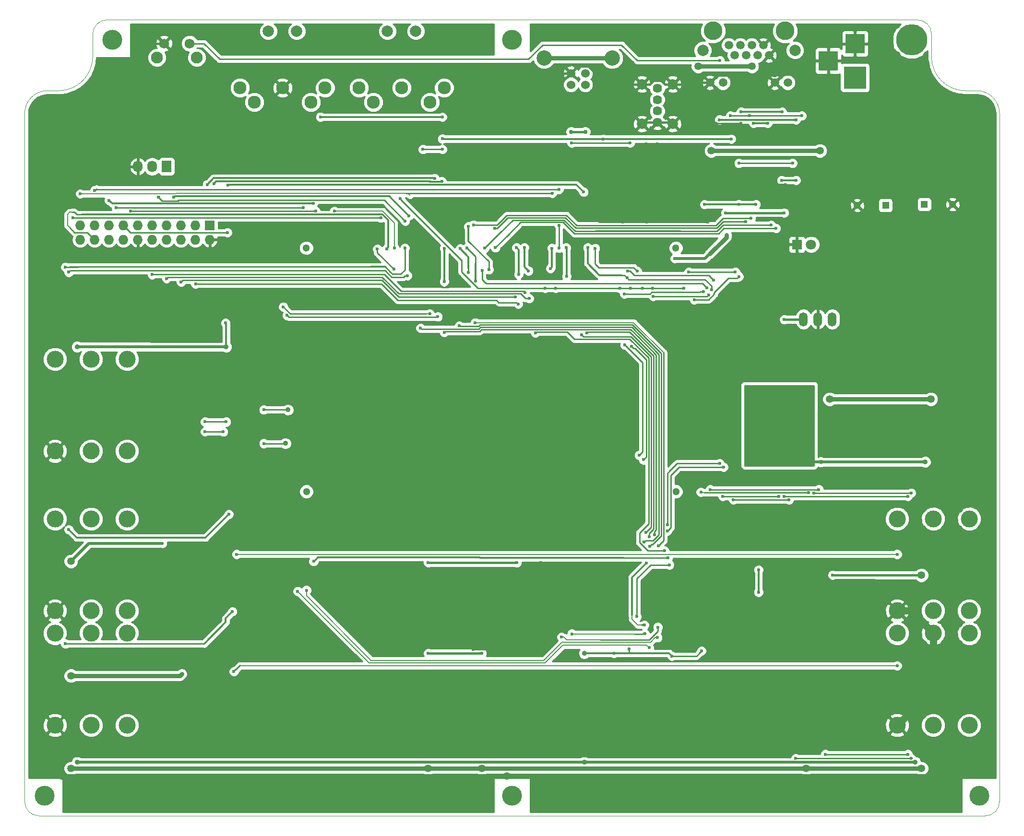
<source format=gbl>
G04 #@! TF.GenerationSoftware,KiCad,Pcbnew,5.0.2-bee76a0~70~ubuntu18.04.1*
G04 #@! TF.CreationDate,2019-04-15T14:10:49+02:00*
G04 #@! TF.ProjectId,bottom-board,626f7474-6f6d-42d6-926f-6172642e6b69,rev?*
G04 #@! TF.SameCoordinates,Original*
G04 #@! TF.FileFunction,Copper,L2,Bot*
G04 #@! TF.FilePolarity,Positive*
%FSLAX46Y46*%
G04 Gerber Fmt 4.6, Leading zero omitted, Abs format (unit mm)*
G04 Created by KiCad (PCBNEW 5.0.2-bee76a0~70~ubuntu18.04.1) date Mon 15 Apr 2019 02:10:49 PM CEST*
%MOMM*%
%LPD*%
G01*
G04 APERTURE LIST*
G04 #@! TA.AperFunction,NonConductor*
%ADD10C,0.100000*%
G04 #@! TD*
G04 #@! TA.AperFunction,WasherPad*
%ADD11C,1.300000*%
G04 #@! TD*
G04 #@! TA.AperFunction,ComponentPad*
%ADD12C,2.300000*%
G04 #@! TD*
G04 #@! TA.AperFunction,ComponentPad*
%ADD13C,2.000000*%
G04 #@! TD*
G04 #@! TA.AperFunction,ComponentPad*
%ADD14R,1.300000X1.300000*%
G04 #@! TD*
G04 #@! TA.AperFunction,ComponentPad*
%ADD15C,1.300000*%
G04 #@! TD*
G04 #@! TA.AperFunction,ComponentPad*
%ADD16C,1.620000*%
G04 #@! TD*
G04 #@! TA.AperFunction,ComponentPad*
%ADD17C,1.850000*%
G04 #@! TD*
G04 #@! TA.AperFunction,ComponentPad*
%ADD18R,1.727200X2.032000*%
G04 #@! TD*
G04 #@! TA.AperFunction,ComponentPad*
%ADD19O,1.727200X2.032000*%
G04 #@! TD*
G04 #@! TA.AperFunction,ComponentPad*
%ADD20C,2.100000*%
G04 #@! TD*
G04 #@! TA.AperFunction,ComponentPad*
%ADD21C,1.750000*%
G04 #@! TD*
G04 #@! TA.AperFunction,ComponentPad*
%ADD22C,1.501140*%
G04 #@! TD*
G04 #@! TA.AperFunction,ComponentPad*
%ADD23C,3.300000*%
G04 #@! TD*
G04 #@! TA.AperFunction,ComponentPad*
%ADD24C,3.000000*%
G04 #@! TD*
G04 #@! TA.AperFunction,ComponentPad*
%ADD25R,4.000000X4.000000*%
G04 #@! TD*
G04 #@! TA.AperFunction,ComponentPad*
%ADD26R,3.500000X3.500000*%
G04 #@! TD*
G04 #@! TA.AperFunction,ViaPad*
%ADD27C,3.500000*%
G04 #@! TD*
G04 #@! TA.AperFunction,ComponentPad*
%ADD28C,1.524000*%
G04 #@! TD*
G04 #@! TA.AperFunction,ComponentPad*
%ADD29C,2.700020*%
G04 #@! TD*
G04 #@! TA.AperFunction,ComponentPad*
%ADD30R,1.727200X1.727200*%
G04 #@! TD*
G04 #@! TA.AperFunction,ComponentPad*
%ADD31O,1.727200X1.727200*%
G04 #@! TD*
G04 #@! TA.AperFunction,ComponentPad*
%ADD32C,5.500000*%
G04 #@! TD*
G04 #@! TA.AperFunction,ComponentPad*
%ADD33O,1.501140X2.499360*%
G04 #@! TD*
G04 #@! TA.AperFunction,ComponentPad*
%ADD34R,1.800000X1.800000*%
G04 #@! TD*
G04 #@! TA.AperFunction,ComponentPad*
%ADD35C,1.800000*%
G04 #@! TD*
G04 #@! TA.AperFunction,ViaPad*
%ADD36C,0.750000*%
G04 #@! TD*
G04 #@! TA.AperFunction,ViaPad*
%ADD37C,0.600000*%
G04 #@! TD*
G04 #@! TA.AperFunction,ViaPad*
%ADD38C,1.350000*%
G04 #@! TD*
G04 #@! TA.AperFunction,ViaPad*
%ADD39C,0.900000*%
G04 #@! TD*
G04 #@! TA.AperFunction,Conductor*
%ADD40C,0.254000*%
G04 #@! TD*
G04 #@! TA.AperFunction,Conductor*
%ADD41C,0.381000*%
G04 #@! TD*
G04 #@! TA.AperFunction,Conductor*
%ADD42C,0.762000*%
G04 #@! TD*
G04 #@! TA.AperFunction,Conductor*
%ADD43C,1.270000*%
G04 #@! TD*
G04 #@! TA.AperFunction,Conductor*
%ADD44C,0.304800*%
G04 #@! TD*
G04 #@! TA.AperFunction,Conductor*
%ADD45C,0.203200*%
G04 #@! TD*
G04 #@! TA.AperFunction,Conductor*
%ADD46C,0.508000*%
G04 #@! TD*
G04 APERTURE END LIST*
D10*
X228074346Y-32066366D02*
G75*
G02X232074346Y-36066366I0J-4000000D01*
G01*
X226074346Y-32066366D02*
G75*
G02X220074346Y-26066366I0J6000000D01*
G01*
X217574346Y-19566366D02*
G75*
G02X220074346Y-22066366I0J-2500000D01*
G01*
X72074346Y-22066366D02*
G75*
G02X74574346Y-19566366I2500000J0D01*
G01*
X72074346Y-26066366D02*
G75*
G02X66074346Y-32066366I-6000000J0D01*
G01*
X60074346Y-36066366D02*
G75*
G02X64074346Y-32066366I4000000J0D01*
G01*
X62574346Y-160066366D02*
G75*
G02X60074346Y-157566366I0J2500000D01*
G01*
X232074346Y-157566366D02*
G75*
G02X229574346Y-160066366I-2500000J0D01*
G01*
X232074350Y-36066368D02*
X232074350Y-157566368D01*
X226074345Y-32066363D02*
X228074349Y-32066363D01*
X220074348Y-22066365D02*
X220074348Y-26066366D01*
X74574344Y-19566368D02*
X217574343Y-19566368D01*
X72074346Y-26066366D02*
X72074346Y-22066365D01*
X64074345Y-32066363D02*
X66074349Y-32066363D01*
X60074344Y-157566368D02*
X60074344Y-36066368D01*
X229574345Y-160066369D02*
X62574349Y-160066369D01*
D11*
G04 #@! TO.N,*
G04 #@! TO.C,J7*
X109782540Y-102810520D03*
X174982540Y-102810520D03*
G04 #@! TD*
G04 #@! TO.N,*
G04 #@! TO.C,J8*
X174969540Y-59831520D03*
X109769540Y-59831520D03*
G04 #@! TD*
D12*
G04 #@! TO.P,P3,5*
G04 #@! TO.N,Net-(D15-Pad2)*
X131582280Y-34069660D03*
D13*
G04 #@! TO.P,P3,*
G04 #@! TO.N,*
X124082280Y-21569660D03*
D12*
G04 #@! TO.P,P3,3*
G04 #@! TO.N,Net-(P3-Pad3)*
X134082280Y-31569660D03*
G04 #@! TO.P,P3,2*
G04 #@! TO.N,Net-(P3-Pad2)*
X126582280Y-31569660D03*
G04 #@! TO.P,P3,1*
G04 #@! TO.N,Net-(P3-Pad1)*
X119082280Y-31569660D03*
G04 #@! TO.P,P3,4*
G04 #@! TO.N,Net-(P3-Pad4)*
X121582280Y-34069660D03*
D13*
G04 #@! TO.P,P3,*
G04 #@! TO.N,*
X129082280Y-21569660D03*
G04 #@! TD*
D12*
G04 #@! TO.P,P4,5*
G04 #@! TO.N,Net-(P4-Pad5)*
X110578260Y-34069660D03*
D13*
G04 #@! TO.P,P4,*
G04 #@! TO.N,*
X103078260Y-21569660D03*
D12*
G04 #@! TO.P,P4,3*
G04 #@! TO.N,Net-(P4-Pad3)*
X113078260Y-31569660D03*
G04 #@! TO.P,P4,2*
G04 #@! TO.N,GNDA*
X105578260Y-31569660D03*
G04 #@! TO.P,P4,1*
G04 #@! TO.N,Net-(P4-Pad1)*
X98078260Y-31569660D03*
G04 #@! TO.P,P4,4*
G04 #@! TO.N,Net-(P4-Pad4)*
X100578260Y-34069660D03*
D13*
G04 #@! TO.P,P4,*
G04 #@! TO.N,*
X108078260Y-21569660D03*
G04 #@! TD*
D14*
G04 #@! TO.P,C2,1*
G04 #@! TO.N,Net-(C1-Pad1)*
X211977540Y-52300520D03*
D15*
G04 #@! TO.P,C2,2*
G04 #@! TO.N,GNDA*
X206977540Y-52300520D03*
G04 #@! TD*
D14*
G04 #@! TO.P,C6,1*
G04 #@! TO.N,+12VA*
X218807540Y-52140520D03*
D15*
G04 #@! TO.P,C6,2*
G04 #@! TO.N,GNDA*
X223807540Y-52140520D03*
G04 #@! TD*
D16*
G04 #@! TO.P,P2,1*
G04 #@! TO.N,Net-(C52-Pad2)*
X171704000Y-31648400D03*
G04 #@! TO.P,P2,2*
G04 #@! TO.N,USB_HOST_DM*
X171704000Y-33648400D03*
G04 #@! TO.P,P2,3*
G04 #@! TO.N,USB_HOST_DP*
X171704000Y-35648400D03*
D17*
G04 #@! TO.P,P2,5*
G04 #@! TO.N,GNDA*
X174424000Y-30918400D03*
D16*
G04 #@! TO.P,P2,4*
X171704000Y-37648400D03*
D17*
G04 #@! TO.P,P2,5*
X174424000Y-37918400D03*
X168984000Y-30918400D03*
X168984000Y-37918400D03*
G04 #@! TD*
D18*
G04 #@! TO.P,P9,1*
G04 #@! TO.N,CLI_UART_TX*
X85115400Y-45440600D03*
D19*
G04 #@! TO.P,P9,2*
G04 #@! TO.N,CLI_UART_RX*
X82575400Y-45440600D03*
G04 #@! TO.P,P9,3*
G04 #@! TO.N,GNDA*
X80035400Y-45440600D03*
G04 #@! TD*
D20*
G04 #@! TO.P,SW1,*
G04 #@! TO.N,*
X90433440Y-26212840D03*
D21*
G04 #@! TO.P,SW1,2*
G04 #@! TO.N,UBOOT_BUTTON*
X89173440Y-23722840D03*
G04 #@! TO.P,SW1,1*
G04 #@! TO.N,GNDA*
X84673440Y-23722840D03*
D20*
G04 #@! TO.P,SW1,*
G04 #@! TO.N,*
X83423440Y-26212840D03*
G04 #@! TD*
D13*
G04 #@! TO.P,J6,*
G04 #@! TO.N,*
X195986400Y-24917400D03*
D22*
G04 #@! TO.P,J6,9*
G04 #@! TO.N,GNDA*
X181000400Y-30632400D03*
G04 #@! TO.P,J6,10*
G04 #@! TO.N,Net-(J6-Pad10)*
X183286400Y-30632400D03*
G04 #@! TO.P,J6,11*
G04 #@! TO.N,GNDA*
X192430400Y-30632400D03*
G04 #@! TO.P,J6,12*
G04 #@! TO.N,Net-(J6-Pad12)*
X194716400Y-30632400D03*
G04 #@! TO.P,J6,8*
G04 #@! TO.N,GNDA*
X191414400Y-25806400D03*
G04 #@! TO.P,J6,6*
G04 #@! TO.N,RS485_RX-*
X189382400Y-25806400D03*
G04 #@! TO.P,J6,4*
G04 #@! TO.N,+12V*
X187350400Y-25806400D03*
G04 #@! TO.P,J6,2*
G04 #@! TO.N,RS485_TX-*
X185318400Y-25806400D03*
G04 #@! TO.P,J6,5*
G04 #@! TO.N,+12V*
X188366400Y-24028400D03*
G04 #@! TO.P,J6,3*
G04 #@! TO.N,RS485_RX+*
X186334400Y-24028400D03*
G04 #@! TO.P,J6,7*
G04 #@! TO.N,GNDA*
X190398400Y-24028400D03*
G04 #@! TO.P,J6,1*
G04 #@! TO.N,RS485_TX+*
X184302400Y-24028400D03*
D23*
G04 #@! TO.P,J6,*
G04 #@! TO.N,*
X181508400Y-21488400D03*
X194208400Y-21488400D03*
D13*
X179730400Y-24917400D03*
G04 #@! TD*
D24*
G04 #@! TO.P,J5,6*
G04 #@! TO.N,Net-(J5-Pad6)*
X71775320Y-79451800D03*
G04 #@! TO.P,J5,5*
G04 #@! TO.N,Net-(J5-Pad5)*
X78125320Y-79451800D03*
G04 #@! TO.P,J5,4*
G04 #@! TO.N,Net-(J5-Pad4)*
X65425320Y-79451800D03*
G04 #@! TO.P,J5,3*
G04 #@! TO.N,HP_RIGHT*
X71775320Y-95681800D03*
G04 #@! TO.P,J5,2*
G04 #@! TO.N,HP_LEFT*
X78125320Y-95681800D03*
G04 #@! TO.P,J5,1*
G04 #@! TO.N,GNDA*
X65425320Y-95681800D03*
G04 #@! TD*
G04 #@! TO.P,J1,6*
G04 #@! TO.N,Net-(J1-Pad6)*
X220370400Y-123875200D03*
G04 #@! TO.P,J1,5*
G04 #@! TO.N,GNDA*
X214020400Y-123875200D03*
G04 #@! TO.P,J1,4*
G04 #@! TO.N,Net-(J1-Pad4)*
X226720400Y-123875200D03*
G04 #@! TO.P,J1,3*
G04 #@! TO.N,GNDA*
X220370400Y-107645200D03*
G04 #@! TO.P,J1,2*
G04 #@! TO.N,LEFT_AUDIO_INPUT*
X214020400Y-107645200D03*
G04 #@! TO.P,J1,1*
G04 #@! TO.N,GNDA*
X226720400Y-107645200D03*
G04 #@! TD*
G04 #@! TO.P,J2,6*
G04 #@! TO.N,Net-(J2-Pad6)*
X220370400Y-144080900D03*
G04 #@! TO.P,J2,5*
G04 #@! TO.N,GNDA*
X214020400Y-144080900D03*
G04 #@! TO.P,J2,4*
G04 #@! TO.N,Net-(J2-Pad4)*
X226720400Y-144080900D03*
G04 #@! TO.P,J2,3*
G04 #@! TO.N,GNDA*
X220370400Y-127850900D03*
G04 #@! TO.P,J2,2*
G04 #@! TO.N,RIGHT_AUDIO_INPUT*
X214020400Y-127850900D03*
G04 #@! TO.P,J2,1*
G04 #@! TO.N,GNDA*
X226720400Y-127850900D03*
G04 #@! TD*
G04 #@! TO.P,J3,6*
G04 #@! TO.N,Net-(J3-Pad6)*
X71775320Y-107650880D03*
G04 #@! TO.P,J3,5*
G04 #@! TO.N,Net-(J3-Pad5)*
X78125320Y-107650880D03*
G04 #@! TO.P,J3,4*
G04 #@! TO.N,Net-(J3-Pad4)*
X65425320Y-107650880D03*
G04 #@! TO.P,J3,3*
G04 #@! TO.N,LEFT_AUDIO_OUTPUT_RING*
X71775320Y-123880880D03*
G04 #@! TO.P,J3,2*
G04 #@! TO.N,LEFT_AUDIO_OUTPUT_TIP*
X78125320Y-123880880D03*
G04 #@! TO.P,J3,1*
G04 #@! TO.N,GNDA*
X65425320Y-123880880D03*
G04 #@! TD*
G04 #@! TO.P,J4,6*
G04 #@! TO.N,Net-(J4-Pad6)*
X71775320Y-127848960D03*
G04 #@! TO.P,J4,5*
G04 #@! TO.N,Net-(J4-Pad5)*
X78125320Y-127848960D03*
G04 #@! TO.P,J4,4*
G04 #@! TO.N,Net-(J4-Pad4)*
X65425320Y-127848960D03*
G04 #@! TO.P,J4,3*
G04 #@! TO.N,RIGHT_AUDIO_OUTPUT_RING*
X71775320Y-144078960D03*
G04 #@! TO.P,J4,2*
G04 #@! TO.N,RIGHT_AUDIO_OUTPUT_TIP*
X78125320Y-144078960D03*
G04 #@! TO.P,J4,1*
G04 #@! TO.N,GNDA*
X65425320Y-144078960D03*
G04 #@! TD*
D25*
G04 #@! TO.P,P5,1*
G04 #@! TO.N,POWER_INPUT*
X206575660Y-29773880D03*
D26*
G04 #@! TO.P,P5,2*
G04 #@! TO.N,GNDA*
X206575660Y-23771340D03*
G04 #@! TO.P,P5,3*
X201875660Y-26771340D03*
G04 #@! TD*
D27*
G04 #@! TO.N,*
G04 #@! TO.C,H1*
X146067780Y-156560520D03*
G04 #@! TD*
G04 #@! TO.N,*
G04 #@! TO.C,H2*
X146067780Y-23058120D03*
G04 #@! TD*
G04 #@! TO.N,*
G04 #@! TO.C,H3*
X63568580Y-156557980D03*
G04 #@! TD*
G04 #@! TO.N,*
G04 #@! TO.C,H4*
X228566980Y-156560520D03*
G04 #@! TD*
G04 #@! TO.N,*
G04 #@! TO.C,H5*
X75567540Y-23058120D03*
G04 #@! TD*
D28*
G04 #@! TO.P,P1,2*
G04 #@! TO.N,USB_DEV_DM*
X159001460Y-31005780D03*
G04 #@! TO.P,P1,1*
G04 #@! TO.N,Net-(C49-Pad1)*
X156461460Y-31005780D03*
G04 #@! TO.P,P1,4*
G04 #@! TO.N,GNDA*
X156461460Y-29006800D03*
G04 #@! TO.P,P1,3*
G04 #@! TO.N,USB_DEV_DP*
X159001460Y-29006800D03*
D29*
G04 #@! TO.P,P1,5*
G04 #@! TO.N,Net-(L1-Pad1)*
X163730940Y-26306780D03*
X151731980Y-26306780D03*
G04 #@! TD*
D30*
G04 #@! TO.P,P8,1*
G04 #@! TO.N,HMI_RFU_01(RX)*
X92740720Y-55827820D03*
D31*
G04 #@! TO.P,P8,2*
G04 #@! TO.N,GNDA*
X92740720Y-58367820D03*
G04 #@! TO.P,P8,3*
G04 #@! TO.N,HMI_RFU_02(TX)*
X90200720Y-55827820D03*
G04 #@! TO.P,P8,4*
G04 #@! TO.N,HMI_SPI0_MISO*
X90200720Y-58367820D03*
G04 #@! TO.P,P8,5*
G04 #@! TO.N,GNDA*
X87660720Y-55827820D03*
G04 #@! TO.P,P8,6*
G04 #@! TO.N,HMI_SPI0_MOSI*
X87660720Y-58367820D03*
G04 #@! TO.P,P8,7*
G04 #@! TO.N,Net-(P8-Pad7)*
X85120720Y-55827820D03*
G04 #@! TO.P,P8,8*
G04 #@! TO.N,HMI_SPI0_CLK*
X85120720Y-58367820D03*
G04 #@! TO.P,P8,9*
G04 #@! TO.N,Net-(P8-Pad9)*
X82580720Y-55827820D03*
G04 #@! TO.P,P8,10*
G04 #@! TO.N,HMI_SPI0_CS0*
X82580720Y-58367820D03*
G04 #@! TO.P,P8,11*
G04 #@! TO.N,GNDA*
X80040720Y-55827820D03*
G04 #@! TO.P,P8,12*
X80040720Y-58367820D03*
G04 #@! TO.P,P8,13*
G04 #@! TO.N,POWER_BUTTON*
X77500720Y-55827820D03*
G04 #@! TO.P,P8,14*
G04 #@! TO.N,HMI_ISP_ENABLE*
X77500720Y-58367820D03*
G04 #@! TO.P,P8,15*
G04 #@! TO.N,PM_LEDS_OE*
X74960720Y-55827820D03*
G04 #@! TO.P,P8,16*
G04 #@! TO.N,HMI_RESET*
X74960720Y-58367820D03*
G04 #@! TO.P,P8,17*
G04 #@! TO.N,TWI4_SCL*
X72420720Y-55827820D03*
G04 #@! TO.P,P8,18*
G04 #@! TO.N,HMI_UART_TX*
X72420720Y-58367820D03*
G04 #@! TO.P,P8,19*
G04 #@! TO.N,TWI4_SDA*
X69880720Y-55827820D03*
G04 #@! TO.P,P8,20*
G04 #@! TO.N,HMI_UART_RX*
X69880720Y-58367820D03*
G04 #@! TD*
D32*
G04 #@! TO.P,JMP1,2*
G04 #@! TO.N,GNDA*
X216578180Y-23073360D03*
G04 #@! TD*
D33*
G04 #@! TO.P,U1,2*
G04 #@! TO.N,GNDA*
X200025000Y-72415400D03*
G04 #@! TO.P,U1,1*
G04 #@! TO.N,+12V*
X202565000Y-72415400D03*
G04 #@! TO.P,U1,3*
G04 #@! TO.N,+5V*
X197485000Y-72415400D03*
G04 #@! TD*
D34*
G04 #@! TO.P,P6,1*
G04 #@! TO.N,GNDA*
X196342000Y-59207400D03*
D35*
G04 #@! TO.P,P6,2*
G04 #@! TO.N,+12V*
X198842000Y-59207400D03*
G04 #@! TD*
D36*
G04 #@! TO.N,GNDA*
X174424340Y-24696420D03*
D37*
X89067640Y-85275420D03*
D36*
X80037940Y-23718520D03*
X86895940Y-29509720D03*
D38*
X222935800Y-153085800D03*
D37*
X146151600Y-123088400D03*
X146151600Y-130657600D03*
X139242800Y-130657600D03*
X188955680Y-121737120D03*
X142417800Y-145008600D03*
D38*
X145166080Y-153070560D03*
D37*
X124206000Y-145770600D03*
X138252200Y-145008600D03*
D38*
X63042800Y-131495800D03*
D37*
X65430400Y-111302800D03*
X201599800Y-120650000D03*
X206476600Y-58420000D03*
X222580200Y-58420000D03*
X180492400Y-121742200D03*
D38*
X66614040Y-153068020D03*
D37*
X191541400Y-121742200D03*
X180517800Y-128778000D03*
X177190400Y-128778000D03*
X146151600Y-119456200D03*
X151130000Y-118745000D03*
X151130000Y-115366800D03*
D38*
X206476600Y-75869800D03*
D37*
X165531800Y-118745000D03*
X162306000Y-136118600D03*
X169961560Y-136563100D03*
X171231560Y-136563100D03*
X96494600Y-85267800D03*
X100050600Y-85267800D03*
X93803000Y-126345800D03*
X89129400Y-126345800D03*
D36*
X192430400Y-29311600D03*
D37*
X130825240Y-51892200D03*
X169778680Y-41498520D03*
X171709080Y-41498520D03*
X180314600Y-60020200D03*
X165608000Y-55219600D03*
X169824400Y-55219600D03*
X180619400Y-55219600D03*
X182067200Y-37846000D03*
X186461400Y-37846000D03*
X181813200Y-48006000D03*
D36*
X150088600Y-38836600D03*
X139242800Y-38836600D03*
X176453800Y-30911800D03*
X114833400Y-29514800D03*
X105587800Y-29514800D03*
D37*
X194310000Y-48641000D03*
X190881000Y-48641000D03*
X92735400Y-61112400D03*
X80035400Y-61112400D03*
X152831800Y-70231000D03*
X184177940Y-115615720D03*
X178005740Y-116288820D03*
X177281840Y-106547920D03*
X191734440Y-106522520D03*
X131079240Y-59786520D03*
X131231640Y-64307720D03*
X135486140Y-66136520D03*
X122773440Y-69756020D03*
X142648940Y-53703220D03*
X156987240Y-98712020D03*
X157012640Y-102839520D03*
X151881840Y-102814120D03*
X160797240Y-102750620D03*
X164683440Y-102839520D03*
X135244840Y-102674420D03*
X128958340Y-102725220D03*
X163375340Y-59786520D03*
X172405040Y-60020200D03*
X176557940Y-60002420D03*
X142179040Y-70187820D03*
X143442540Y-65285520D03*
X159006540Y-64587120D03*
X165635940Y-47454820D03*
X161686240Y-54503320D03*
X173230540Y-136608820D03*
X135992540Y-52160520D03*
X160767540Y-107435520D03*
X156942540Y-107360520D03*
X164617540Y-107360520D03*
X168417540Y-107285520D03*
D38*
G04 #@! TO.N,+12VA*
X197967600Y-151714200D03*
X218313000Y-151714200D03*
D37*
X202641200Y-117551200D03*
D38*
X218313000Y-117576600D03*
D37*
X189565280Y-116631720D03*
X189565280Y-120594120D03*
D38*
X68239640Y-135331200D03*
D37*
X131267200Y-131368800D03*
X140741400Y-131368800D03*
D38*
X131257040Y-151714200D03*
D37*
X131267200Y-115366800D03*
X146939000Y-115366800D03*
D38*
X140741400Y-151714200D03*
X68239640Y-151714200D03*
X68224400Y-115138200D03*
X202092560Y-86512400D03*
X219964000Y-86512400D03*
D37*
X84357540Y-111950520D03*
X87797540Y-135030520D03*
G04 #@! TO.N,+5VA*
X174244000Y-131851400D03*
D39*
X158821120Y-131368800D03*
X158821120Y-150622000D03*
X218973400Y-97612200D03*
X217220800Y-150622000D03*
X69326760Y-150622000D03*
X69326760Y-77271880D03*
X95633540Y-77274420D03*
X192130680Y-95529400D03*
X192130680Y-86913720D03*
X188549280Y-91155520D03*
X191876680Y-91155520D03*
X195737480Y-86913720D03*
X188549280Y-86913720D03*
X188549280Y-95524320D03*
D36*
X200558400Y-97612200D03*
D39*
X195732400Y-97612200D03*
D37*
X164058600Y-131368800D03*
D39*
X195732400Y-95529400D03*
D37*
X179504340Y-130960920D03*
X95521780Y-73075800D03*
X166742540Y-130610520D03*
G04 #@! TO.N,+5V*
X194081400Y-72466200D03*
X194081400Y-53619400D03*
X183743600Y-53619400D03*
X184734200Y-40589200D03*
X162153600Y-40589200D03*
X133766560Y-40566340D03*
X112242600Y-36703000D03*
X133766560Y-36725860D03*
X174779940Y-61678820D03*
X183873140Y-57513220D03*
G04 #@! TO.N,+3V3*
X170865800Y-66929000D03*
X169062400Y-66929000D03*
X166979600Y-66929000D03*
X165074600Y-66929000D03*
X186080400Y-64897000D03*
X186080400Y-52146200D03*
X189103000Y-52146200D03*
X180009800Y-52146200D03*
X197180200Y-36499800D03*
X184581800Y-36499800D03*
X187934600Y-36499800D03*
X153771600Y-66929000D03*
X151892000Y-66929000D03*
X176413120Y-66936821D03*
X178196240Y-68961420D03*
X126291340Y-51112420D03*
G04 #@! TO.N,CODEC_DAC_A*
X171775120Y-126761240D03*
X154800300Y-128501140D03*
G04 #@! TO.N,CODEC_DAC_B*
X156613860Y-127947420D03*
X169492540Y-127935520D03*
G04 #@! TO.N,Net-(CA24-Pad1)*
X91876880Y-92247720D03*
X95128080Y-92273120D03*
G04 #@! TO.N,Net-(CA25-Pad1)*
X91902280Y-90520520D03*
X95636080Y-90520520D03*
G04 #@! TO.N,Net-(D10-Pad1)*
X196113400Y-149910800D03*
X216484200Y-149910800D03*
X216484200Y-103073200D03*
X199339200Y-103073200D03*
G04 #@! TO.N,Net-(D16-Pad1)*
X133766560Y-42418000D03*
X130345180Y-42418000D03*
G04 #@! TO.N,LEFT_AUDIO_INPUT*
X214020400Y-113893600D03*
X97477540Y-113893600D03*
G04 #@! TO.N,RIGHT_AUDIO_INPUT*
X214020400Y-133578600D03*
X96987540Y-134590520D03*
G04 #@! TO.N,POWER_BUTTON*
X95864680Y-57099200D03*
X95951040Y-48699420D03*
X158714440Y-49956720D03*
G04 #@! TO.N,CODEC_~RESET*
X122303540Y-59989720D03*
X125199140Y-63596520D03*
X169369740Y-111754920D03*
X129921000Y-73959720D03*
X169438320Y-126395480D03*
X169797218Y-115415060D03*
G04 #@! TO.N,CODEC_I2C_SCL*
X159308800Y-74813730D03*
X170309540Y-110815120D03*
G04 #@! TO.N,CODEC_I2C_SDA*
X155679140Y-64828420D03*
X155590240Y-59786520D03*
X169687240Y-110027720D03*
X158342540Y-75160520D03*
G04 #@! TO.N,UBOOT_BUTTON*
X182702200Y-26695400D03*
X185470800Y-64084200D03*
X177246280Y-64104520D03*
X173573440Y-114510820D03*
X111051340Y-115145820D03*
G04 #@! TO.N,LEFT_GAIN_CTRL1*
X200177400Y-102463600D03*
X170944540Y-68384420D03*
X180774340Y-68105020D03*
X160746440Y-59900820D03*
X168125140Y-63914020D03*
X181042540Y-102463600D03*
G04 #@! TO.N,LEFT_GAIN_CTRL2*
X194945000Y-104267000D03*
X181637940Y-65514220D03*
X166484578Y-63914020D03*
X185117540Y-104267000D03*
G04 #@! TO.N,RIGHT_GAIN_CTRL1*
X193167000Y-103657400D03*
X159425640Y-59786520D03*
X181264140Y-67228720D03*
X183242540Y-103657400D03*
X166342540Y-65085520D03*
G04 #@! TO.N,RIGHT_GAIN_CTRL2*
X179377340Y-102928420D03*
X179827340Y-67513821D03*
X165864540Y-67927220D03*
X198374000Y-103047800D03*
G04 #@! TO.N,CODEC_I2S_SDIN*
X136908540Y-59951620D03*
X150182566Y-74813730D03*
X138369040Y-64142620D03*
X172979080Y-113286540D03*
G04 #@! TO.N,CODEC_I2S_BCLK*
X139664440Y-65704720D03*
X139562840Y-73013933D03*
X138102340Y-59824620D03*
X171864020Y-112425480D03*
G04 #@! TO.N,CODEC_I2S_LRCK*
X136761641Y-73578720D03*
X170398440Y-112453420D03*
G04 #@! TO.N,CODEC_I2S_SDOUT*
X171202856Y-110426602D03*
X134101840Y-65742400D03*
X134139940Y-59888120D03*
X134101840Y-74732721D03*
G04 #@! TO.N,CODEC_I2S_MCLK*
X140769340Y-63787020D03*
X180431440Y-66847720D03*
G04 #@! TO.N,HP_CLOCK*
X102260400Y-94335600D03*
X105704640Y-70225920D03*
D39*
X106073650Y-94330520D03*
D37*
X131551680Y-71447519D03*
G04 #@! TO.N,HP_UP/DN*
X102260400Y-88392000D03*
X106357840Y-71724520D03*
X132971540Y-71953120D03*
D39*
X106507840Y-88399620D03*
D37*
G04 #@! TO.N,HMI_SPI0_MISO*
X147220940Y-64498220D03*
X146852640Y-59786520D03*
X90223340Y-66187320D03*
X147160201Y-69742803D03*
G04 #@! TO.N,HMI_SPI0_MOSI*
X146611340Y-68481931D03*
X87670640Y-65806320D03*
G04 #@! TO.N,HMI_SPI0_CLK*
X148960840Y-63863220D03*
X148236940Y-59761120D03*
X149113240Y-68740020D03*
X85092540Y-65247520D03*
G04 #@! TO.N,HMI_SPI0_CS0*
X148376640Y-67673220D03*
X82575400Y-64529120D03*
G04 #@! TO.N,PM_LEDS_OE*
X74955400Y-51435000D03*
X110975140Y-51976020D03*
G04 #@! TO.N,HMI_RESET*
X76225400Y-52730400D03*
X109247940Y-52730400D03*
G04 #@! TO.N,HMI_ISP_ENABLE*
X78765400Y-53340000D03*
X111392540Y-53335520D03*
G04 #@! TO.N,CHAIN_UART_RX*
X195554600Y-44856400D03*
X186080400Y-44856400D03*
X187325000Y-55194200D03*
X143017540Y-56335520D03*
G04 #@! TO.N,CHAIN_UART_TX*
X192659000Y-56362600D03*
X143131540Y-59773820D03*
G04 #@! TO.N,CHAIN_UART_DE*
X191770000Y-55778400D03*
X141226540Y-59862720D03*
G04 #@! TO.N,CHAIN_UART_RE*
X188214000Y-54584600D03*
X139267540Y-55735520D03*
G04 #@! TO.N,USB_DEV_DP*
X167167540Y-77210520D03*
X169242540Y-97210520D03*
G04 #@! TO.N,USB_DEV_DM*
X165992540Y-76960520D03*
X168467540Y-96410520D03*
G04 #@! TO.N,USB_HOST_DP*
X182692540Y-97860520D03*
X173467540Y-108650520D03*
G04 #@! TO.N,USB_HOST_DM*
X173467540Y-109785520D03*
X183392540Y-98510520D03*
G04 #@! TO.N,HMI_RFU_02(TX)*
X132387340Y-47518320D03*
X138394440Y-56052720D03*
X141975840Y-63660020D03*
X92267540Y-48623720D03*
G04 #@! TO.N,HMI_RFU_01(RX)*
X133670040Y-48084320D03*
X93442540Y-48477000D03*
G04 #@! TO.N,CLI_UART_TX*
X127891540Y-54135020D03*
X86387940Y-50843600D03*
G04 #@! TO.N,CLI_UART_RX*
X127205740Y-55100220D03*
X83700620Y-50883820D03*
G04 #@! TO.N,HMI_UART_RX*
X68580000Y-54508400D03*
X122925840Y-54508400D03*
G04 #@! TO.N,HMI_UART_TX*
X123941840Y-60002420D03*
G04 #@! TO.N,MIDI_UART_TX*
X125288040Y-59799220D03*
X114721640Y-53340001D03*
G04 #@! TO.N,USB_HOST_DRV*
X156591000Y-41275000D03*
X166903400Y-41275000D03*
D38*
G04 #@! TO.N,+12V*
X181229000Y-42646600D03*
X200380600Y-42646600D03*
X188391800Y-27762200D03*
X178892200Y-27762200D03*
D37*
G04 #@! TO.N,Net-(D6-Pad1)*
X201345800Y-149199600D03*
X215900000Y-149199600D03*
X215900000Y-103657400D03*
X194106800Y-103657400D03*
G04 #@! TO.N,LEFT_TRUE_BYPASS*
X67843400Y-109550200D03*
X67843400Y-64104520D03*
X127612140Y-64714120D03*
X96097540Y-106840520D03*
G04 #@! TO.N,RIGHT_TRUE_BYPASS*
X96724000Y-124009000D03*
X67259200Y-129717800D03*
X127154940Y-59850020D03*
X67259200Y-63202820D03*
G04 #@! TO.N,Net-(Q14-Pad1)*
X193624200Y-47879000D03*
X196164200Y-47879000D03*
X196164200Y-37185600D03*
X182676800Y-37185600D03*
D36*
G04 #@! TO.N,Net-(C49-Pad1)*
X156494480Y-39314120D03*
X158983680Y-39314120D03*
D37*
G04 #@! TO.N,Net-(R61-Pad2)*
X193725800Y-35788600D03*
X186486800Y-35788600D03*
G04 #@! TO.N,Net-(R62-Pad2)*
X191160400Y-37795200D03*
X188671200Y-37795200D03*
G04 #@! TO.N,TWI4_SCL*
X72415400Y-49657000D03*
X154358340Y-59862720D03*
X154367540Y-49510520D03*
X154367540Y-55860520D03*
G04 #@! TO.N,TWI4_SDA*
X152831800Y-63449200D03*
X69875400Y-50266600D03*
X153088340Y-59875420D03*
X153167540Y-50160520D03*
G04 #@! TO.N,Net-(R3-Pad1)*
X173842680Y-115755420D03*
X168081960Y-124894340D03*
G04 #@! TO.N,CODEC_AUX_B*
X171752260Y-128615440D03*
X109788960Y-120243600D03*
G04 #@! TO.N,CODEC_AUX_A*
X170251120Y-130383280D03*
X108252260Y-120431560D03*
G04 #@! TD*
D40*
G04 #@! TO.N,GNDA*
X89067640Y-85275420D02*
X89067640Y-85267800D01*
D41*
X80042260Y-23722840D02*
X84673440Y-23722840D01*
X80037940Y-23718520D02*
X80042260Y-23722840D01*
X105587800Y-29514800D02*
X86901020Y-29514800D01*
X86901020Y-29514800D02*
X86895940Y-29509720D01*
D42*
X145166080Y-153070560D02*
X222935800Y-153085800D01*
X66614040Y-153068020D02*
X145166080Y-153070560D01*
D43*
X214020400Y-144080900D02*
X220370400Y-137730900D01*
X220370400Y-137730900D02*
X220370400Y-127850900D01*
D44*
X146151600Y-130657600D02*
X146151600Y-123088400D01*
X139242800Y-130657600D02*
X146151600Y-130657600D01*
X138252200Y-145008600D02*
X142417800Y-145008600D01*
D42*
X145166080Y-153070560D02*
X145166080Y-153045160D01*
D44*
X124968000Y-145008600D02*
X124206000Y-145770600D01*
X138252200Y-145008600D02*
X124968000Y-145008600D01*
D40*
X87909400Y-131495800D02*
X63042800Y-131495800D01*
D41*
X65425320Y-144078960D02*
X70973080Y-138531200D01*
X70973080Y-138531200D02*
X86918800Y-138531200D01*
X65425320Y-123880880D02*
X70968000Y-118338200D01*
X70968000Y-118338200D02*
X86918800Y-118338200D01*
D44*
X201599800Y-121742200D02*
X201599800Y-120650000D01*
X191541400Y-121742200D02*
X201599800Y-121742200D01*
X201599800Y-121742200D02*
X211887400Y-121742200D01*
X211887400Y-121742200D02*
X214020400Y-123875200D01*
D43*
X214020400Y-123875200D02*
X216394700Y-123875200D01*
X216394700Y-123875200D02*
X220370400Y-127850900D01*
D41*
X222580200Y-58420000D02*
X206476600Y-58420000D01*
D44*
X180492400Y-121742200D02*
X188955680Y-121737120D01*
X188955680Y-121737120D02*
X191541400Y-121742200D01*
X177190400Y-128778000D02*
X180517800Y-128778000D01*
X151130000Y-118745000D02*
X146862800Y-118745000D01*
X146862800Y-118745000D02*
X146151600Y-119456200D01*
X160223200Y-118745000D02*
X151130000Y-118745000D01*
D42*
X206480400Y-75866000D02*
X212445600Y-75866000D01*
X206476600Y-75869800D02*
X206480400Y-75866000D01*
X223545400Y-75866000D02*
X212445600Y-75866000D01*
D40*
X65425320Y-95681800D02*
X75839320Y-85267800D01*
X75839320Y-85267800D02*
X89067640Y-85267800D01*
X89067640Y-85267800D02*
X96494600Y-85267800D01*
D44*
X165531800Y-118745000D02*
X160223200Y-118745000D01*
X167436800Y-136118600D02*
X162306000Y-136118600D01*
D40*
X96494600Y-85267800D02*
X100050600Y-85267800D01*
X87909400Y-131495800D02*
X92583000Y-131495800D01*
D41*
X182321200Y-29311600D02*
X192430400Y-29311600D01*
D40*
X171709080Y-41498520D02*
X169778680Y-41498520D01*
X169524400Y-60020200D02*
X172405040Y-60020200D01*
X177622200Y-55219600D02*
X178816000Y-55219600D01*
X178816000Y-55219600D02*
X180619400Y-55219600D01*
X161424400Y-55219600D02*
X165608000Y-55219600D01*
X165608000Y-55219600D02*
X169824400Y-55219600D01*
X186461400Y-37846000D02*
X182067200Y-37846000D01*
D44*
X190881000Y-48641000D02*
X182448200Y-48641000D01*
X182448200Y-48641000D02*
X181813200Y-48006000D01*
D41*
X139242800Y-38836600D02*
X150088600Y-38836600D01*
X181000400Y-30632400D02*
X182321200Y-29311600D01*
X176453800Y-30911800D02*
X176453800Y-30918400D01*
X174424000Y-30918400D02*
X176453800Y-30918400D01*
X176453800Y-30918400D02*
X179165000Y-30918400D01*
X179451000Y-30632400D02*
X181000400Y-30632400D01*
X179165000Y-30918400D02*
X179451000Y-30632400D01*
X156461460Y-29006800D02*
X157706060Y-27762200D01*
X162642800Y-30918400D02*
X168984000Y-30918400D01*
X159486600Y-27762200D02*
X162642800Y-30918400D01*
X157706060Y-27762200D02*
X159486600Y-27762200D01*
X105587800Y-29514800D02*
X114833400Y-29514800D01*
X114833400Y-29514800D02*
X152958800Y-29514800D01*
X152958800Y-29514800D02*
X153466800Y-29006800D01*
X153466800Y-29006800D02*
X156461460Y-29006800D01*
X168984000Y-30918400D02*
X170376600Y-30918400D01*
X173031400Y-30918400D02*
X174424000Y-30918400D01*
X172389800Y-30276800D02*
X173031400Y-30918400D01*
X171018200Y-30276800D02*
X172389800Y-30276800D01*
X170376600Y-30918400D02*
X171018200Y-30276800D01*
X171704000Y-37648400D02*
X174154000Y-37648400D01*
X174154000Y-37648400D02*
X174424000Y-37918400D01*
X168984000Y-37918400D02*
X169254000Y-37648400D01*
X169254000Y-37648400D02*
X171704000Y-37648400D01*
D44*
X190881000Y-48641000D02*
X194310000Y-48641000D01*
D40*
X80035400Y-61112400D02*
X92735400Y-61112400D01*
D44*
X184177940Y-115615720D02*
X183504840Y-116288820D01*
X183504840Y-116288820D02*
X178005740Y-116288820D01*
X177281840Y-106547920D02*
X191709040Y-106547920D01*
X191709040Y-106547920D02*
X191734440Y-106522520D01*
D40*
X169824400Y-55219600D02*
X177622200Y-55219600D01*
D44*
X135277859Y-66344801D02*
X135486140Y-66136520D01*
X142572740Y-53703220D02*
X142648940Y-53703220D01*
D40*
X172405040Y-60020200D02*
X172516800Y-60020200D01*
X142814040Y-70251320D02*
X142834360Y-70231000D01*
X142750540Y-70187820D02*
X142814040Y-70251320D01*
X141683740Y-70187820D02*
X142179040Y-70187820D01*
X142179040Y-70187820D02*
X142750540Y-70187820D01*
X135486140Y-66136520D02*
X134813040Y-66809620D01*
X133733540Y-66809620D02*
X132958840Y-66034920D01*
X134813040Y-66809620D02*
X133733540Y-66809620D01*
D44*
X131231640Y-64307720D02*
X132958840Y-66034920D01*
X132958840Y-66034920D02*
X133268721Y-66344801D01*
D45*
X167436800Y-136118600D02*
X167502840Y-136184640D01*
X169583100Y-136184640D02*
X169961560Y-136563100D01*
X167502840Y-136184640D02*
X169583100Y-136184640D01*
X169961560Y-136563100D02*
X171231560Y-136563100D01*
X171231560Y-136563100D02*
X173184820Y-136563100D01*
X173184820Y-136563100D02*
X173230540Y-136608820D01*
D44*
G04 #@! TO.N,+12VA*
X197967600Y-151714200D02*
X198018400Y-151714200D01*
D42*
X198018400Y-151714200D02*
X218313000Y-151714200D01*
X140741400Y-151714200D02*
X198018400Y-151714200D01*
X131257040Y-151714200D02*
X140741400Y-151714200D01*
X68239640Y-151714200D02*
X131257040Y-151714200D01*
D41*
X202641200Y-117551200D02*
X218313000Y-117576600D01*
D44*
X189565280Y-120594120D02*
X189565280Y-116631720D01*
D41*
X131267200Y-131368800D02*
X140741400Y-131368800D01*
X146939000Y-115366800D02*
X131267200Y-115366800D01*
X131257040Y-151714200D02*
X131257040Y-151688800D01*
D42*
X202092560Y-86512400D02*
X219964000Y-86512400D01*
D46*
X71412080Y-111950520D02*
X68224400Y-115138200D01*
X84357540Y-111950520D02*
X71412080Y-111950520D01*
D42*
X82667540Y-135331200D02*
X68239640Y-135331200D01*
X87496860Y-135331200D02*
X87797540Y-135030520D01*
X86437540Y-135331200D02*
X87496860Y-135331200D01*
X86437540Y-135331200D02*
X82667540Y-135331200D01*
X86918800Y-135331200D02*
X86437540Y-135331200D01*
D44*
G04 #@! TO.N,+5VA*
X167182800Y-131368800D02*
X173761400Y-131368800D01*
X173761400Y-131368800D02*
X174244000Y-131851400D01*
X158821120Y-131368800D02*
X164058600Y-131368800D01*
D46*
X217220800Y-150622000D02*
X158821120Y-150622000D01*
X206248000Y-97612200D02*
X218973400Y-97612200D01*
X158821120Y-150622000D02*
X69326760Y-150622000D01*
X69326760Y-77271880D02*
X95633540Y-77274420D01*
X191876680Y-91155520D02*
X188549280Y-91155520D01*
X195737480Y-86913720D02*
X192130680Y-86913720D01*
X192130680Y-86913720D02*
X188549280Y-86913720D01*
X188549280Y-95524320D02*
X188549280Y-95529400D01*
X206248000Y-97612200D02*
X200558400Y-97612200D01*
X200558400Y-97612200D02*
X195732400Y-97612200D01*
X195732400Y-95529400D02*
X192130680Y-95529400D01*
X192130680Y-95529400D02*
X188549280Y-95529400D01*
D40*
X174244000Y-131851400D02*
X178617840Y-131851400D01*
X178617840Y-131851400D02*
X178628000Y-131841240D01*
X179204341Y-131264899D02*
X178617840Y-131851400D01*
X179204341Y-131260919D02*
X179204341Y-131264899D01*
X179504340Y-130960920D02*
X179204341Y-131260919D01*
D44*
X164058600Y-131368800D02*
X166745920Y-131368800D01*
X166745920Y-131368800D02*
X167182800Y-131368800D01*
X95633540Y-77274420D02*
X95633540Y-73187560D01*
X95633540Y-73187560D02*
X95521780Y-73075800D01*
D40*
X166742540Y-131034784D02*
X166745920Y-131038164D01*
X166745920Y-131038164D02*
X166745920Y-131368800D01*
X166742540Y-130610520D02*
X166742540Y-131034784D01*
D41*
G04 #@! TO.N,+5V*
X194081400Y-72466200D02*
X197434200Y-72466200D01*
X183743600Y-53619400D02*
X194081400Y-53619400D01*
X197434200Y-72466200D02*
X197485000Y-72415400D01*
D44*
X184734200Y-40589200D02*
X162153600Y-40589200D01*
X162153600Y-40589200D02*
X133791960Y-40591740D01*
X133791960Y-40591740D02*
X133766560Y-40566340D01*
X133766560Y-36725860D02*
X133766560Y-36700460D01*
X112242600Y-36703000D02*
X133766560Y-36700460D01*
D42*
X183873140Y-57937484D02*
X183873140Y-57513220D01*
X180959423Y-60851201D02*
X183873140Y-57937484D01*
D46*
X180131804Y-61678820D02*
X180959423Y-60851201D01*
X174779940Y-61678820D02*
X180131804Y-61678820D01*
D40*
G04 #@! TO.N,+3V3*
X169062400Y-66929000D02*
X170865800Y-66929000D01*
X166979600Y-66929000D02*
X169062400Y-66929000D01*
X165074600Y-66929000D02*
X166979600Y-66929000D01*
X160324800Y-66929000D02*
X163906200Y-66929000D01*
X163906200Y-66929000D02*
X165074600Y-66929000D01*
D44*
X189103000Y-52146200D02*
X186080400Y-52146200D01*
X186080400Y-52146200D02*
X180009800Y-52146200D01*
D40*
X187934600Y-36499800D02*
X197180200Y-36499800D01*
X187934600Y-36499800D02*
X184581800Y-36499800D01*
X157734000Y-66929000D02*
X160324800Y-66929000D01*
X153771600Y-66929000D02*
X157734000Y-66929000D01*
X151892000Y-66929000D02*
X153771600Y-66929000D01*
X176405299Y-66929000D02*
X176413120Y-66936821D01*
X170865800Y-66929000D02*
X176405299Y-66929000D01*
X185780401Y-65196999D02*
X184266561Y-65196999D01*
X186080400Y-64897000D02*
X185780401Y-65196999D01*
X184266561Y-65196999D02*
X181739540Y-67724020D01*
X180771902Y-68961420D02*
X178196240Y-68961420D01*
X181739540Y-67993782D02*
X180771902Y-68961420D01*
X181739540Y-67724020D02*
X181739540Y-67993782D01*
X140034758Y-66929000D02*
X141201140Y-66929000D01*
X137200640Y-64094882D02*
X140034758Y-66929000D01*
X137200640Y-62021720D02*
X137200640Y-64094882D01*
X151892000Y-66929000D02*
X141201140Y-66929000D01*
X126291340Y-51112420D02*
X126875540Y-51696620D01*
D44*
X126617898Y-51438978D02*
X126875540Y-51696620D01*
X126875540Y-51696620D02*
X137200640Y-62021720D01*
D40*
G04 #@! TO.N,CODEC_DAC_A*
X171775120Y-126761240D02*
X171775120Y-127500380D01*
X171775120Y-127500380D02*
X170309540Y-128965960D01*
D45*
X155224564Y-128501140D02*
X155689384Y-128965960D01*
X154800300Y-128501140D02*
X155224564Y-128501140D01*
D40*
X170309540Y-128965960D02*
X161897060Y-128965960D01*
D45*
X155689384Y-128965960D02*
X161897060Y-128965960D01*
D40*
X161897060Y-128965960D02*
X161663380Y-128965960D01*
G04 #@! TO.N,CODEC_DAC_B*
X169056376Y-127947420D02*
X167692540Y-127947420D01*
X169068276Y-127935520D02*
X169056376Y-127947420D01*
X169492540Y-127935520D02*
X169068276Y-127935520D01*
D45*
X156613860Y-127947420D02*
X167692540Y-127947420D01*
X167692540Y-127947420D02*
X168069260Y-127947420D01*
D40*
G04 #@! TO.N,Net-(CA24-Pad1)*
X91902280Y-92273120D02*
X91876880Y-92247720D01*
X95128080Y-92273120D02*
X91902280Y-92273120D01*
G04 #@! TO.N,Net-(CA25-Pad1)*
X95636080Y-90520520D02*
X91902280Y-90520520D01*
G04 #@! TO.N,Net-(D10-Pad1)*
X216484200Y-149910800D02*
X196113400Y-149910800D01*
X199339200Y-103073200D02*
X216484200Y-103073200D01*
G04 #@! TO.N,Net-(D16-Pad1)*
X130345180Y-42418000D02*
X133766560Y-42418000D01*
D45*
G04 #@! TO.N,LEFT_AUDIO_INPUT*
X97477540Y-113893600D02*
X214020400Y-113893600D01*
G04 #@! TO.N,RIGHT_AUDIO_INPUT*
X98047540Y-133578600D02*
X214020400Y-133578600D01*
D44*
X97335619Y-134290521D02*
X98047540Y-133578600D01*
X97287539Y-134290521D02*
X97335619Y-134290521D01*
X96987540Y-134590520D02*
X97287539Y-134290521D01*
D40*
G04 #@! TO.N,POWER_BUTTON*
X77500720Y-55827820D02*
X78772100Y-57099200D01*
X78772100Y-57099200D02*
X95864680Y-57099200D01*
D44*
X157444440Y-48686720D02*
X95963740Y-48686720D01*
X95963740Y-48686720D02*
X95951040Y-48699420D01*
D40*
X157444440Y-48686720D02*
X158714440Y-49956720D01*
G04 #@! TO.N,CODEC_~RESET*
X122303540Y-60700920D02*
X122303540Y-59989720D01*
X125199140Y-63596520D02*
X122303540Y-60700920D01*
D44*
X169438320Y-126395480D02*
X169014056Y-126395480D01*
X167248840Y-117963438D02*
X169797218Y-115415060D01*
X167248840Y-124630264D02*
X167248840Y-117963438D01*
D45*
X168766730Y-126395480D02*
X168761650Y-126400560D01*
X169438320Y-126395480D02*
X168766730Y-126395480D01*
X168761650Y-126400560D02*
X168269920Y-126400560D01*
X167248840Y-125379480D02*
X167248840Y-124630264D01*
X168269920Y-126400560D02*
X167248840Y-125379480D01*
D40*
X169669739Y-111454921D02*
X169369740Y-111754920D01*
X170990539Y-111454921D02*
X169669739Y-111454921D01*
X130117001Y-74155721D02*
X140190564Y-74155721D01*
X129921000Y-73959720D02*
X130117001Y-74155721D01*
X140513565Y-73832720D02*
X167185340Y-73832720D01*
X171988330Y-110457130D02*
X170990539Y-111454921D01*
X140190564Y-74155721D02*
X140513565Y-73832720D01*
X167185340Y-73832720D02*
X171988330Y-78635710D01*
X171988330Y-78635710D02*
X171988330Y-110457130D01*
G04 #@! TO.N,CODEC_I2C_SCL*
X171046140Y-78849076D02*
X166837804Y-74640740D01*
X171046140Y-109463756D02*
X171046140Y-78849076D01*
X159481790Y-74640740D02*
X159308800Y-74813730D01*
X166837804Y-74640740D02*
X159481790Y-74640740D01*
X170309540Y-110200356D02*
X171046140Y-109463756D01*
X170309540Y-110815120D02*
X170309540Y-110200356D01*
D44*
G04 #@! TO.N,CODEC_I2C_SDA*
X155679140Y-64828420D02*
X155679140Y-59875420D01*
X155679140Y-59875420D02*
X155590240Y-59786520D01*
D40*
X170614340Y-109100620D02*
X169687240Y-110027720D01*
X170614340Y-79052420D02*
X170614340Y-109100620D01*
X167022439Y-75460519D02*
X167247440Y-75685520D01*
X158642539Y-75460519D02*
X167022439Y-75460519D01*
X158342540Y-75160520D02*
X158642539Y-75460519D01*
X167247440Y-75685520D02*
X170614340Y-79052420D01*
G04 #@! TO.N,UBOOT_BUTTON*
X165404800Y-23977600D02*
X151495760Y-23977600D01*
X148981160Y-26492200D02*
X94470220Y-26492200D01*
X151495760Y-23977600D02*
X148981160Y-26492200D01*
X91700860Y-23722840D02*
X89173440Y-23722840D01*
X94470220Y-26492200D02*
X91700860Y-23722840D01*
X182123080Y-64104520D02*
X185450480Y-64104520D01*
X168122600Y-26695400D02*
X165404800Y-23977600D01*
X182702200Y-26695400D02*
X168122600Y-26695400D01*
X185450480Y-64104520D02*
X185470800Y-64084200D01*
X177246280Y-64104520D02*
X182123080Y-64104520D01*
D44*
X165712140Y-114510820D02*
X140413740Y-114510820D01*
X140413740Y-114510820D02*
X140348120Y-114445200D01*
D40*
X165712140Y-114510820D02*
X173573440Y-114510820D01*
X111351339Y-114843701D02*
X111749840Y-114445200D01*
X111351339Y-114845821D02*
X111351339Y-114843701D01*
X111051340Y-115145820D02*
X111351339Y-114845821D01*
D44*
X140348120Y-114445200D02*
X111749840Y-114445200D01*
D40*
G04 #@! TO.N,LEFT_GAIN_CTRL1*
X180007539Y-68405019D02*
X179986940Y-68384420D01*
X180474341Y-68405019D02*
X180007539Y-68405019D01*
X180774340Y-68105020D02*
X180474341Y-68405019D01*
X180224331Y-68384420D02*
X179986940Y-68384420D01*
X179986940Y-68384420D02*
X170944540Y-68384420D01*
X161406840Y-63291720D02*
X160746440Y-62631320D01*
X160746440Y-62631320D02*
X160746440Y-59900820D01*
X166710174Y-63291720D02*
X166093140Y-63291720D01*
X166093140Y-63291720D02*
X161406840Y-63291720D01*
X166093140Y-63291720D02*
X167502840Y-63291720D01*
X167502840Y-63291720D02*
X168125140Y-63914020D01*
X181042540Y-102463600D02*
X200177400Y-102463600D01*
G04 #@! TO.N,LEFT_GAIN_CTRL2*
X180805241Y-64681521D02*
X181637940Y-65514220D01*
X167676343Y-64681521D02*
X180805241Y-64681521D01*
X166484578Y-63914020D02*
X166908842Y-63914020D01*
X166908842Y-63914020D02*
X167676343Y-64681521D01*
X185117540Y-104267000D02*
X194945000Y-104267000D01*
D44*
G04 #@! TO.N,RIGHT_GAIN_CTRL1*
X159425640Y-62562250D02*
X159425640Y-59786520D01*
X161501310Y-64637920D02*
X159425640Y-62562250D01*
D40*
X183242540Y-103657400D02*
X193167000Y-103657400D01*
X165894940Y-64637920D02*
X166342540Y-65085520D01*
D44*
X165417540Y-64637920D02*
X161501310Y-64637920D01*
D40*
X165417540Y-64637920D02*
X165894940Y-64637920D01*
X180135796Y-65385519D02*
X181264140Y-66513863D01*
X181264140Y-66513863D02*
X181264140Y-67228720D01*
X166642539Y-65385519D02*
X180135796Y-65385519D01*
X166342540Y-65085520D02*
X166642539Y-65385519D01*
D45*
G04 #@! TO.N,RIGHT_GAIN_CTRL2*
X179496720Y-103047800D02*
X179377340Y-102928420D01*
X179910740Y-103047800D02*
X179496720Y-103047800D01*
D40*
X180088540Y-103047800D02*
X179910740Y-103047800D01*
X180088540Y-103047800D02*
X198374000Y-103047800D01*
X179314239Y-67513821D02*
X179827340Y-67513821D01*
X179167540Y-67660520D02*
X179314239Y-67513821D01*
X165864540Y-67927220D02*
X166288804Y-67927220D01*
X166297104Y-67935520D02*
X170417540Y-67935520D01*
X170692540Y-67660520D02*
X179167540Y-67660520D01*
X166288804Y-67927220D02*
X166297104Y-67935520D01*
X170417540Y-67935520D02*
X170692540Y-67660520D01*
D44*
G04 #@! TO.N,CODEC_I2S_SDIN*
X136908540Y-59951620D02*
X138369040Y-61412120D01*
D40*
X138369040Y-63418720D02*
X138369040Y-64142620D01*
D44*
X138369040Y-61412120D02*
X138369040Y-63418720D01*
D45*
X172979080Y-113286540D02*
X170896280Y-113286540D01*
D40*
X155763260Y-74640740D02*
X150355556Y-74640740D01*
X157030841Y-75908321D02*
X155763260Y-74640740D01*
X166815341Y-75908321D02*
X157030841Y-75908321D01*
X172979080Y-113286540D02*
X170047398Y-113286540D01*
X170167540Y-79260520D02*
X166815341Y-75908321D01*
X150355556Y-74640740D02*
X150182566Y-74813730D01*
X170047398Y-113286540D02*
X168567540Y-111806682D01*
X168567540Y-111806682D02*
X168567540Y-110085520D01*
X168567540Y-110085520D02*
X170167540Y-108485520D01*
X170167540Y-108485520D02*
X170167540Y-79260520D01*
D45*
G04 #@! TO.N,CODEC_I2S_BCLK*
X167513000Y-73025000D02*
X167513000Y-73017380D01*
X172773340Y-78285340D02*
X167513000Y-73025000D01*
X172773340Y-106535220D02*
X172773340Y-78285340D01*
X167513000Y-73017380D02*
X139562840Y-73013933D01*
D40*
X139054840Y-60777120D02*
X138102340Y-59824620D01*
X139664440Y-61386720D02*
X139664440Y-62631320D01*
X138102340Y-59824620D02*
X139664440Y-61386720D01*
D44*
X139664440Y-62631320D02*
X139664440Y-65704720D01*
D45*
X172773340Y-106535220D02*
X172821750Y-108724700D01*
D40*
X172798739Y-78310739D02*
X172773340Y-78285340D01*
X172821750Y-110310520D02*
X172821570Y-110060520D01*
X172821750Y-110060700D02*
X172821570Y-110060520D01*
X172821570Y-110060520D02*
X172798739Y-78310739D01*
X172821570Y-111467930D02*
X172821570Y-110060520D01*
X171864020Y-112425480D02*
X172821570Y-111467930D01*
G04 #@! TO.N,CODEC_I2S_LRCK*
X171120306Y-111909354D02*
X172394730Y-110634930D01*
X172394730Y-110634930D02*
X172392340Y-110632540D01*
X172392340Y-110632540D02*
X172392340Y-78480920D01*
X167345489Y-73395969D02*
X167312337Y-73395964D01*
X172392340Y-78480920D02*
X172392340Y-78442820D01*
X172392340Y-78442820D02*
X167345489Y-73395969D01*
X167345489Y-73395969D02*
X140378960Y-73395969D01*
X136773855Y-73590934D02*
X136761641Y-73578720D01*
X140183995Y-73590934D02*
X136773855Y-73590934D01*
X140378960Y-73395969D02*
X140183995Y-73590934D01*
X171096940Y-111932720D02*
X171120306Y-111909354D01*
X170876239Y-112153421D02*
X171120306Y-111909354D01*
X170698439Y-112153421D02*
X170876239Y-112153421D01*
X170871459Y-112153421D02*
X172392340Y-110632540D01*
X170698439Y-112153421D02*
X170871459Y-112153421D01*
X170398440Y-112453420D02*
X170698439Y-112153421D01*
D44*
G04 #@! TO.N,CODEC_I2S_SDOUT*
X134139940Y-65704300D02*
X134101840Y-65742400D01*
X134139940Y-59888120D02*
X134139940Y-65704300D01*
D40*
X140680911Y-74236730D02*
X140357910Y-74559731D01*
X134274830Y-74559731D02*
X134101840Y-74732721D01*
X167005150Y-74236730D02*
X140680911Y-74236730D01*
X171202856Y-110426602D02*
X171202856Y-109878396D01*
X171202856Y-109878396D02*
X171477940Y-109603312D01*
X171477940Y-109603312D02*
X171477940Y-78696676D01*
X168315784Y-75534520D02*
X168302940Y-75534520D01*
X171477940Y-78696676D02*
X168315784Y-75534520D01*
X140357910Y-74559731D02*
X134274830Y-74559731D01*
X168302940Y-75534520D02*
X167005150Y-74236730D01*
G04 #@! TO.N,CODEC_I2S_MCLK*
X141486041Y-66091221D02*
X140845540Y-65450720D01*
X140769340Y-65374520D02*
X140845540Y-65450720D01*
X140769340Y-63787020D02*
X140769340Y-65374520D01*
X178386740Y-66091221D02*
X141486041Y-66091221D01*
X178736839Y-66091221D02*
X178386740Y-66091221D01*
X179674941Y-66091221D02*
X180431440Y-66847720D01*
X178386740Y-66091221D02*
X179674941Y-66091221D01*
G04 #@! TO.N,HP_CLOCK*
X105704640Y-70225920D02*
X106916640Y-71437920D01*
D45*
X106068570Y-94335600D02*
X106073650Y-94330520D01*
X105476040Y-94335600D02*
X106068570Y-94335600D01*
D40*
X105476040Y-94335600D02*
X102260400Y-94335600D01*
X105780840Y-94335600D02*
X105476040Y-94335600D01*
D45*
X130893820Y-71437920D02*
X131542081Y-71437920D01*
X131542081Y-71437920D02*
X131551680Y-71447519D01*
D40*
X106916640Y-71437920D02*
X130893820Y-71437920D01*
G04 #@! TO.N,HP_UP/DN*
X106314240Y-88392000D02*
X106314240Y-88392000D01*
X132900141Y-72024519D02*
X132971540Y-71953120D01*
X106657839Y-72024519D02*
X132900141Y-72024519D01*
X106357840Y-71724520D02*
X106657839Y-72024519D01*
D45*
X106500220Y-88392000D02*
X106507840Y-88399620D01*
X106022140Y-88392000D02*
X106500220Y-88392000D01*
D40*
X106022140Y-88392000D02*
X102260400Y-88392000D01*
X106314240Y-88392000D02*
X106022140Y-88392000D01*
D44*
G04 #@! TO.N,HMI_SPI0_MISO*
X147220940Y-64498220D02*
X147220940Y-60154820D01*
X147220940Y-60154820D02*
X146852640Y-59786520D01*
D40*
X123002040Y-66187320D02*
X90223340Y-66187320D01*
X125875573Y-69060853D02*
X123002040Y-66187320D01*
X143317540Y-69060853D02*
X125875573Y-69060853D01*
X143699491Y-69442804D02*
X143317540Y-69060853D01*
X146860202Y-69442804D02*
X143699491Y-69442804D01*
X147160201Y-69742803D02*
X146860202Y-69442804D01*
G04 #@! TO.N,HMI_SPI0_MOSI*
X87937340Y-65539620D02*
X87670640Y-65806320D01*
X123116340Y-65539620D02*
X87937340Y-65539620D01*
X126060573Y-68483853D02*
X123116340Y-65539620D01*
X146609418Y-68483853D02*
X126060573Y-68483853D01*
X146611340Y-68481931D02*
X146609418Y-68483853D01*
D44*
G04 #@! TO.N,HMI_SPI0_CLK*
X148960840Y-63863220D02*
X148236940Y-63139320D01*
X148236940Y-63139320D02*
X148236940Y-59761120D01*
D40*
X148427440Y-68740020D02*
X149113240Y-68740020D01*
X147592351Y-67904931D02*
X148427440Y-68740020D01*
X126053007Y-67904931D02*
X147592351Y-67904931D01*
X123154296Y-65006220D02*
X126053007Y-67904931D01*
X85333840Y-65006220D02*
X123154296Y-65006220D01*
X85092540Y-65247520D02*
X85333840Y-65006220D01*
G04 #@! TO.N,HMI_SPI0_CS0*
X148135340Y-67431920D02*
X148376640Y-67673220D01*
X147830540Y-67431920D02*
X148135340Y-67431920D01*
X147970240Y-67431920D02*
X147830540Y-67431920D01*
X123566340Y-64529120D02*
X82575400Y-64529120D01*
X125529613Y-66492393D02*
X123566340Y-64529120D01*
X126469140Y-67431920D02*
X123566340Y-64529120D01*
X132336540Y-67431920D02*
X126469140Y-67431920D01*
X132336540Y-67431920D02*
X131415042Y-67431920D01*
X147830540Y-67431920D02*
X132336540Y-67431920D01*
D44*
G04 #@! TO.N,PM_LEDS_OE*
X75496420Y-51976020D02*
X74955400Y-51435000D01*
X110975140Y-51976020D02*
X75496420Y-51976020D01*
D40*
G04 #@! TO.N,HMI_RESET*
X76225400Y-52730400D02*
X109247940Y-52730400D01*
G04 #@! TO.N,HMI_ISP_ENABLE*
X78765400Y-53340000D02*
X105792540Y-53317643D01*
X105805016Y-53330119D02*
X105792540Y-53317643D01*
X105792540Y-53317643D02*
X106217540Y-53317291D01*
X111387139Y-53330119D02*
X111392540Y-53335520D01*
X110017540Y-53330119D02*
X111387139Y-53330119D01*
X110017540Y-53330119D02*
X105805016Y-53330119D01*
X110738641Y-53330119D02*
X110017540Y-53330119D01*
G04 #@! TO.N,CHAIN_UART_RX*
X186080400Y-44856400D02*
X195554600Y-44856400D01*
X183299244Y-55194200D02*
X182216633Y-56276811D01*
X187325000Y-55194200D02*
X183299244Y-55194200D01*
X174442540Y-56276811D02*
X174254731Y-56276811D01*
X182216633Y-56276811D02*
X174442540Y-56276811D01*
X143076249Y-56276811D02*
X143017540Y-56335520D01*
X143441804Y-56335520D02*
X143017540Y-56335520D01*
X145301825Y-54475499D02*
X143441804Y-56335520D01*
X155482519Y-54475499D02*
X145301825Y-54475499D01*
X157283831Y-56276811D02*
X155482519Y-54475499D01*
X174442540Y-56276811D02*
X157283831Y-56276811D01*
G04 #@! TO.N,CHAIN_UART_TX*
X183438800Y-56362600D02*
X192659000Y-56362600D01*
X182516780Y-57284620D02*
X183438800Y-56362600D01*
D45*
X160259790Y-57284620D02*
X161442540Y-57284620D01*
D40*
X161792540Y-57284620D02*
X160259790Y-57284620D01*
X161792540Y-57284620D02*
X182516780Y-57284620D01*
X161442540Y-57284620D02*
X161792540Y-57284620D01*
X160259790Y-57284620D02*
X157041640Y-57284620D01*
X147621841Y-55283519D02*
X145369840Y-57535520D01*
X155040539Y-55283519D02*
X147621841Y-55283519D01*
X157041640Y-57284620D02*
X155040539Y-55283519D01*
X145620740Y-57284620D02*
X145369840Y-57535520D01*
X145369840Y-57535520D02*
X143131540Y-59773820D01*
D44*
G04 #@! TO.N,CHAIN_UART_DE*
X175780850Y-56850430D02*
X174142550Y-56850430D01*
X174142550Y-56850430D02*
X160753054Y-56850430D01*
D40*
X183286400Y-55778400D02*
X191770000Y-55778400D01*
X182214370Y-56850430D02*
X182679340Y-56385460D01*
X175780850Y-56850430D02*
X182214370Y-56850430D01*
X182679340Y-56385460D02*
X183286400Y-55778400D01*
X160753054Y-56850430D02*
X157207450Y-56850430D01*
X146209751Y-54879509D02*
X143892540Y-57196720D01*
X155236529Y-54879509D02*
X146209751Y-54879509D01*
X144238830Y-56850430D02*
X143892540Y-57196720D01*
X157207450Y-56850430D02*
X155236529Y-54879509D01*
X143892540Y-57196720D02*
X141226540Y-59862720D01*
G04 #@! TO.N,CHAIN_UART_RE*
X187789736Y-54584600D02*
X188214000Y-54584600D01*
X183337488Y-54584600D02*
X187789736Y-54584600D01*
X182074687Y-55847401D02*
X183337488Y-54584600D01*
X161104421Y-55847401D02*
X161079421Y-55847401D01*
X161242540Y-55847401D02*
X182074687Y-55847401D01*
X161104421Y-55847401D02*
X161242540Y-55847401D01*
X161104421Y-55847401D02*
X157454421Y-55847401D01*
X157454421Y-55847401D02*
X155667540Y-54060520D01*
X143470448Y-55735520D02*
X143092540Y-55735520D01*
X145145448Y-54060520D02*
X143470448Y-55735520D01*
X155667540Y-54060520D02*
X145145448Y-54060520D01*
X143217540Y-55735520D02*
X143092540Y-55735520D01*
X143092540Y-55735520D02*
X139267540Y-55735520D01*
G04 #@! TO.N,USB_DEV_DP*
X167467539Y-77510519D02*
X167167540Y-77210520D01*
X169742540Y-79535520D02*
X167717539Y-77510519D01*
X167717539Y-77510519D02*
X167467539Y-77510519D01*
X169742540Y-96710520D02*
X169242540Y-97210520D01*
X169742540Y-95610520D02*
X169742540Y-96710520D01*
X169742540Y-95610520D02*
X169742540Y-79535520D01*
X169742540Y-96286256D02*
X169742540Y-95610520D01*
G04 #@! TO.N,USB_DEV_DM*
X165992540Y-76960520D02*
X169067540Y-80035520D01*
X169067540Y-80035520D02*
X169067540Y-95810520D01*
X169067540Y-95810520D02*
X168467540Y-96410520D01*
G04 #@! TO.N,USB_HOST_DP*
X182680440Y-97848420D02*
X182692540Y-97860520D01*
X175217540Y-97860520D02*
X182692540Y-97860520D01*
X173375739Y-108693719D02*
X173367540Y-108685520D01*
X173375739Y-108755136D02*
X173375739Y-108693719D01*
X173467540Y-99610520D02*
X173847540Y-99230520D01*
X173467540Y-108650520D02*
X173467540Y-99610520D01*
X173847540Y-99230520D02*
X175217540Y-97860520D01*
G04 #@! TO.N,USB_HOST_DM*
X174055539Y-109197521D02*
X174055539Y-99973519D01*
X173467540Y-109785520D02*
X174055539Y-109197521D01*
X174055539Y-99973519D02*
X175492540Y-98536518D01*
X183392540Y-98510520D02*
X182393538Y-98510520D01*
X182393538Y-98510520D02*
X182367540Y-98536518D01*
X175492540Y-98536518D02*
X182367540Y-98536518D01*
X182367540Y-98536518D02*
X183116542Y-98536518D01*
D44*
G04 #@! TO.N,HMI_RFU_02(TX)*
X132350939Y-47481919D02*
X132387340Y-47518320D01*
X93409341Y-47481919D02*
X132350939Y-47481919D01*
X138394440Y-56052720D02*
X138394440Y-58615566D01*
D40*
X141975840Y-63235756D02*
X141975840Y-63660020D01*
X141975840Y-62240682D02*
X141975840Y-63235756D01*
X138394440Y-58659282D02*
X141975840Y-62240682D01*
X138394440Y-58615566D02*
X138394440Y-58659282D01*
D44*
X92267540Y-48623720D02*
X93409341Y-47481919D01*
G04 #@! TO.N,HMI_RFU_01(RX)*
X133633639Y-48120721D02*
X133670040Y-48084320D01*
X131496641Y-48120721D02*
X133633639Y-48120721D01*
X131460240Y-48084320D02*
X131496641Y-48120721D01*
X131460240Y-48084320D02*
X93835220Y-48084320D01*
X131638040Y-48084320D02*
X131460240Y-48084320D01*
X93835220Y-48084320D02*
X93442540Y-48477000D01*
G04 #@! TO.N,CLI_UART_TX*
X127891540Y-54135020D02*
X124576840Y-50820320D01*
X124576840Y-50782220D02*
X124490630Y-50696010D01*
X124576840Y-50820320D02*
X124576840Y-50782220D01*
X124490630Y-50696010D02*
X86535530Y-50696010D01*
X86535530Y-50696010D02*
X86387940Y-50843600D01*
G04 #@! TO.N,CLI_UART_RX*
X83813221Y-50771219D02*
X83700620Y-50883820D01*
X84262801Y-51446001D02*
X84000619Y-51183819D01*
X84000619Y-51183819D02*
X83700620Y-50883820D01*
D40*
X84363410Y-51546610D02*
X84262801Y-51446001D01*
X87185650Y-51546610D02*
X87185650Y-51508810D01*
X87185650Y-51546610D02*
X87035640Y-51546610D01*
X86654640Y-51546610D02*
X87035640Y-51546610D01*
X86654640Y-51546610D02*
X84363410Y-51546610D01*
X87183231Y-51399019D02*
X87035640Y-51546610D01*
X123504539Y-51399019D02*
X87183231Y-51399019D01*
X127205740Y-55100220D02*
X123504539Y-51399019D01*
G04 #@! TO.N,HMI_UART_RX*
X68580000Y-54508400D02*
X122925840Y-54508400D01*
X122925840Y-54508400D02*
X123037600Y-54508400D01*
D44*
G04 #@! TO.N,HMI_UART_TX*
X123214993Y-53905999D02*
X118989261Y-53905999D01*
X124241839Y-54932845D02*
X123214993Y-53905999D01*
X123941840Y-60002420D02*
X124241839Y-59702421D01*
X124241839Y-59702421D02*
X124241839Y-54932845D01*
X71254719Y-57201819D02*
X71557121Y-57504221D01*
X71557121Y-57504221D02*
X72420720Y-58367820D01*
X118989261Y-53905999D02*
X118952859Y-53942401D01*
X118952859Y-53942401D02*
X70170040Y-53942401D01*
D40*
X71254719Y-57201819D02*
X71242939Y-57201819D01*
X71242939Y-57201819D02*
X71135240Y-57094120D01*
X68879299Y-57094120D02*
X68002999Y-56217820D01*
X71135240Y-57094120D02*
X68879299Y-57094120D01*
X68366640Y-53512720D02*
X68823840Y-53512720D01*
X69253521Y-53942401D02*
X70170040Y-53942401D01*
X68823840Y-53512720D02*
X69253521Y-53942401D01*
D45*
X68366640Y-53512720D02*
X68036440Y-53512720D01*
X68036440Y-53512720D02*
X67630040Y-53919120D01*
X67630040Y-55844861D02*
X68879299Y-57094120D01*
X67630040Y-53919120D02*
X67630040Y-55844861D01*
G04 #@! TO.N,MIDI_UART_TX*
X123220351Y-53340001D02*
X114721640Y-53340001D01*
X125288040Y-59799220D02*
X125288040Y-55407690D01*
X125288040Y-55407690D02*
X123220351Y-53340001D01*
D40*
G04 #@! TO.N,USB_HOST_DRV*
X156591000Y-41275000D02*
X166903400Y-41275000D01*
D42*
G04 #@! TO.N,+12V*
X200380600Y-42646600D02*
X181229000Y-42646600D01*
X178892200Y-27762200D02*
X188391800Y-27762200D01*
D40*
G04 #@! TO.N,Net-(D6-Pad1)*
X215900000Y-149199600D02*
X201345800Y-149199600D01*
X194106800Y-103657400D02*
X215900000Y-103657400D01*
G04 #@! TO.N,LEFT_TRUE_BYPASS*
X126941476Y-64960520D02*
X127187876Y-64714120D01*
X123679941Y-63804521D02*
X124835940Y-64960520D01*
X127187876Y-64714120D02*
X127612140Y-64714120D01*
X68143399Y-63804521D02*
X123679941Y-63804521D01*
X124835940Y-64960520D02*
X126941476Y-64960520D01*
X67843400Y-64104520D02*
X68143399Y-63804521D01*
D44*
X69263720Y-110970520D02*
X67843400Y-109550200D01*
X91967540Y-110970520D02*
X96097540Y-106840520D01*
X69263720Y-110970520D02*
X91967540Y-110970520D01*
D40*
G04 #@! TO.N,RIGHT_TRUE_BYPASS*
X122659140Y-63126620D02*
X123764040Y-63126620D01*
X127154940Y-63698120D02*
X127154940Y-59850020D01*
X69331840Y-63202820D02*
X69408040Y-63126620D01*
X67259200Y-63202820D02*
X69331840Y-63202820D01*
X67967338Y-63126620D02*
X69408040Y-63126620D01*
D45*
X123687840Y-63126620D02*
X124437140Y-63875920D01*
D44*
X121193560Y-63126620D02*
X123687840Y-63126620D01*
D40*
X121193560Y-63126620D02*
X122659140Y-63126620D01*
X69408040Y-63126620D02*
X121193560Y-63126620D01*
X124971740Y-64410520D02*
X126442540Y-64410520D01*
X126442540Y-64410520D02*
X127154940Y-63698120D01*
X123687840Y-63126620D02*
X124592540Y-64031320D01*
X123292540Y-63126620D02*
X123687840Y-63126620D01*
X124592540Y-64031320D02*
X124971740Y-64410520D01*
X124437140Y-63875920D02*
X124592540Y-64031320D01*
D45*
X122659140Y-63126620D02*
X123292540Y-63126620D01*
D44*
X95554001Y-125911339D02*
X91747540Y-129717800D01*
D40*
X67259200Y-129717800D02*
X91747540Y-129717800D01*
D44*
X95554001Y-125178999D02*
X96724000Y-124009000D01*
X95554001Y-125911339D02*
X95554001Y-125178999D01*
G04 #@! TO.N,Net-(Q14-Pad1)*
X196164200Y-47879000D02*
X193624200Y-47879000D01*
X182676800Y-37185600D02*
X196164200Y-37185600D01*
D41*
G04 #@! TO.N,Net-(C49-Pad1)*
X158983680Y-39314120D02*
X156494480Y-39314120D01*
D42*
G04 #@! TO.N,Net-(L1-Pad1)*
X151731980Y-26306780D02*
X163730940Y-26306780D01*
D44*
G04 #@! TO.N,Net-(R61-Pad2)*
X186486800Y-35788600D02*
X193725800Y-35788600D01*
G04 #@! TO.N,Net-(R62-Pad2)*
X188671200Y-37795200D02*
X191160400Y-37795200D01*
D40*
G04 #@! TO.N,TWI4_SCL*
X154358340Y-59862720D02*
X154358340Y-57934860D01*
X72415400Y-49657000D02*
X72446060Y-49657000D01*
X72446060Y-49657000D02*
X72717540Y-49385520D01*
X72717540Y-49385520D02*
X72842540Y-49510520D01*
X72842540Y-49510520D02*
X154367540Y-49510520D01*
X154358340Y-57934860D02*
X154358340Y-55869720D01*
X154358340Y-55869720D02*
X154367540Y-55860520D01*
D44*
G04 #@! TO.N,TWI4_SDA*
X153088340Y-63192660D02*
X152831800Y-63449200D01*
X153088340Y-59875420D02*
X153088340Y-63192660D01*
D45*
X69875400Y-50266600D02*
X86627310Y-50266600D01*
X86721290Y-50172620D02*
X120563640Y-50172620D01*
X120563640Y-50172620D02*
X120576340Y-50159920D01*
X86627310Y-50266600D02*
X86721290Y-50172620D01*
X128036240Y-50553620D02*
X127642540Y-50159920D01*
X127317540Y-50159920D02*
X127642540Y-50159920D01*
X120576340Y-50159920D02*
X127317540Y-50159920D01*
D40*
X153166940Y-50159920D02*
X153167540Y-50160520D01*
X152442540Y-50159920D02*
X153166940Y-50159920D01*
X152442540Y-50159920D02*
X152741940Y-50159920D01*
X127317540Y-50159920D02*
X152442540Y-50159920D01*
D45*
G04 #@! TO.N,Net-(R3-Pad1)*
X168177046Y-124644205D02*
X168177046Y-124799254D01*
X168177046Y-124799254D02*
X168081960Y-124894340D01*
D40*
X168081960Y-124894340D02*
X168081960Y-118196100D01*
X170522640Y-115755420D02*
X173842680Y-115755420D01*
X168081960Y-118196100D02*
X170522640Y-115755420D01*
D45*
G04 #@! TO.N,CODEC_AUX_B*
X171327996Y-128615440D02*
X170530436Y-129413000D01*
X171752260Y-128615440D02*
X171327996Y-128615440D01*
X170530436Y-129413000D02*
X154871420Y-129413000D01*
X154871420Y-129413000D02*
X151676100Y-132608320D01*
X109788960Y-121208800D02*
X121188480Y-132608320D01*
X109788960Y-120243600D02*
X109788960Y-121208800D01*
X121188480Y-132608320D02*
X151676100Y-132608320D01*
G04 #@! TO.N,CODEC_AUX_A*
X169786150Y-129918310D02*
X155041450Y-129918310D01*
X170251120Y-130383280D02*
X169786150Y-129918310D01*
X155041450Y-129918310D02*
X151932340Y-133027420D01*
X151932340Y-133027420D02*
X120848120Y-133027420D01*
X120848120Y-133027420D02*
X108252260Y-120431560D01*
G04 #@! TD*
D40*
G04 #@! TO.N,+5VA*
G36*
X199303640Y-98231960D02*
X187162440Y-98231960D01*
X187162440Y-84109560D01*
X199303640Y-84109560D01*
X199303640Y-98231960D01*
X199303640Y-98231960D01*
G37*
X199303640Y-98231960D02*
X187162440Y-98231960D01*
X187162440Y-84109560D01*
X199303640Y-84109560D01*
X199303640Y-98231960D01*
G04 #@! TO.N,GNDA*
G36*
X101692174Y-20643507D02*
X101443260Y-21244438D01*
X101443260Y-21894882D01*
X101692174Y-22495813D01*
X102152107Y-22955746D01*
X102753038Y-23204660D01*
X103403482Y-23204660D01*
X104004413Y-22955746D01*
X104464346Y-22495813D01*
X104713260Y-21894882D01*
X104713260Y-21244438D01*
X104464346Y-20643507D01*
X104072207Y-20251368D01*
X107084313Y-20251368D01*
X106692174Y-20643507D01*
X106443260Y-21244438D01*
X106443260Y-21894882D01*
X106692174Y-22495813D01*
X107152107Y-22955746D01*
X107753038Y-23204660D01*
X108403482Y-23204660D01*
X109004413Y-22955746D01*
X109464346Y-22495813D01*
X109713260Y-21894882D01*
X109713260Y-21244438D01*
X109464346Y-20643507D01*
X109072207Y-20251368D01*
X123088333Y-20251368D01*
X122696194Y-20643507D01*
X122447280Y-21244438D01*
X122447280Y-21894882D01*
X122696194Y-22495813D01*
X123156127Y-22955746D01*
X123757058Y-23204660D01*
X124407502Y-23204660D01*
X125008433Y-22955746D01*
X125468366Y-22495813D01*
X125717280Y-21894882D01*
X125717280Y-21244438D01*
X125468366Y-20643507D01*
X125076227Y-20251368D01*
X128088333Y-20251368D01*
X127696194Y-20643507D01*
X127447280Y-21244438D01*
X127447280Y-21894882D01*
X127696194Y-22495813D01*
X128156127Y-22955746D01*
X128757058Y-23204660D01*
X129407502Y-23204660D01*
X130008433Y-22955746D01*
X130468366Y-22495813D01*
X130717280Y-21894882D01*
X130717280Y-21244438D01*
X130468366Y-20643507D01*
X130076227Y-20251368D01*
X142864840Y-20251368D01*
X142864840Y-25730200D01*
X94785850Y-25730200D01*
X92292744Y-23237094D01*
X92250231Y-23173469D01*
X91998177Y-23005052D01*
X91775908Y-22960840D01*
X91775903Y-22960840D01*
X91700860Y-22945913D01*
X91625817Y-22960840D01*
X90492221Y-22960840D01*
X90453556Y-22867494D01*
X90028786Y-22442724D01*
X89473798Y-22212840D01*
X88873082Y-22212840D01*
X88318094Y-22442724D01*
X87893324Y-22867494D01*
X87663440Y-23422482D01*
X87663440Y-24023198D01*
X87893324Y-24578186D01*
X88318094Y-25002956D01*
X88873082Y-25232840D01*
X89030490Y-25232840D01*
X89004966Y-25258364D01*
X88748440Y-25877673D01*
X88748440Y-26548007D01*
X89004966Y-27167316D01*
X89478964Y-27641314D01*
X90098273Y-27897840D01*
X90768607Y-27897840D01*
X91387916Y-27641314D01*
X91861914Y-27167316D01*
X92118440Y-26548007D01*
X92118440Y-25877673D01*
X91861914Y-25258364D01*
X91387916Y-24784366D01*
X90768607Y-24527840D01*
X90474410Y-24527840D01*
X90492221Y-24484840D01*
X91385230Y-24484840D01*
X93878336Y-26977946D01*
X93920849Y-27041571D01*
X94040123Y-27121267D01*
X94172901Y-27209987D01*
X94172902Y-27209987D01*
X94172903Y-27209988D01*
X94395172Y-27254200D01*
X94395176Y-27254200D01*
X94470219Y-27269127D01*
X94545262Y-27254200D01*
X148906117Y-27254200D01*
X148981160Y-27269127D01*
X149056203Y-27254200D01*
X149056208Y-27254200D01*
X149278477Y-27209988D01*
X149530531Y-27041571D01*
X149573043Y-26977947D01*
X149776961Y-26774029D01*
X150049169Y-27431198D01*
X150607562Y-27989591D01*
X151337137Y-28291790D01*
X152126823Y-28291790D01*
X152767081Y-28026587D01*
X155660852Y-28026587D01*
X156461460Y-28827195D01*
X157262068Y-28026587D01*
X157192603Y-27784403D01*
X156669158Y-27597656D01*
X156114092Y-27625438D01*
X155730317Y-27784403D01*
X155660852Y-28026587D01*
X152767081Y-28026587D01*
X152856398Y-27989591D01*
X153414791Y-27431198D01*
X153459699Y-27322780D01*
X162003221Y-27322780D01*
X162048129Y-27431198D01*
X162606522Y-27989591D01*
X163336097Y-28291790D01*
X164125783Y-28291790D01*
X164855358Y-27989591D01*
X165413751Y-27431198D01*
X165715950Y-26701623D01*
X165715950Y-25911937D01*
X165413751Y-25182362D01*
X164970989Y-24739600D01*
X165089170Y-24739600D01*
X167530718Y-27181149D01*
X167573229Y-27244771D01*
X167636851Y-27287282D01*
X167689978Y-27322780D01*
X167825283Y-27413188D01*
X168047552Y-27457400D01*
X168047553Y-27457400D01*
X168122600Y-27472328D01*
X168197647Y-27457400D01*
X177600519Y-27457400D01*
X177582200Y-27501625D01*
X177582200Y-28022775D01*
X177781636Y-28504255D01*
X178150145Y-28872764D01*
X178631625Y-29072200D01*
X179152775Y-29072200D01*
X179634255Y-28872764D01*
X179728819Y-28778200D01*
X187555181Y-28778200D01*
X187649745Y-28872764D01*
X188131225Y-29072200D01*
X188652375Y-29072200D01*
X189133855Y-28872764D01*
X189502364Y-28504255D01*
X189701800Y-28022775D01*
X189701800Y-27501625D01*
X189573536Y-27191970D01*
X189658007Y-27191970D01*
X190167262Y-26981030D01*
X190369962Y-26778330D01*
X190622075Y-26778330D01*
X190690135Y-27019331D01*
X191209434Y-27204167D01*
X191759938Y-27176205D01*
X192047506Y-27057090D01*
X199490660Y-27057090D01*
X199490660Y-28647649D01*
X199587333Y-28881038D01*
X199765961Y-29059667D01*
X199999350Y-29156340D01*
X201589910Y-29156340D01*
X201748660Y-28997590D01*
X201748660Y-26898340D01*
X202002660Y-26898340D01*
X202002660Y-28997590D01*
X202161410Y-29156340D01*
X203751970Y-29156340D01*
X203928220Y-29083335D01*
X203928220Y-31773880D01*
X203977503Y-32021645D01*
X204117851Y-32231689D01*
X204327895Y-32372037D01*
X204575660Y-32421320D01*
X208575660Y-32421320D01*
X208823425Y-32372037D01*
X209033469Y-32231689D01*
X209173817Y-32021645D01*
X209223100Y-31773880D01*
X209223100Y-27773880D01*
X209173817Y-27526115D01*
X209033469Y-27316071D01*
X208823425Y-27175723D01*
X208575660Y-27126440D01*
X204575660Y-27126440D01*
X204327895Y-27175723D01*
X204260660Y-27220648D01*
X204260660Y-27057090D01*
X204101910Y-26898340D01*
X202002660Y-26898340D01*
X201748660Y-26898340D01*
X199649410Y-26898340D01*
X199490660Y-27057090D01*
X192047506Y-27057090D01*
X192138665Y-27019331D01*
X192206725Y-26778330D01*
X191414400Y-25986005D01*
X190622075Y-26778330D01*
X190369962Y-26778330D01*
X190557030Y-26591262D01*
X190632759Y-26408436D01*
X191234795Y-25806400D01*
X191594005Y-25806400D01*
X192386330Y-26598725D01*
X192627331Y-26530665D01*
X192812167Y-26011366D01*
X192784205Y-25460862D01*
X192627331Y-25082135D01*
X192386330Y-25014075D01*
X191594005Y-25806400D01*
X191234795Y-25806400D01*
X191220653Y-25792258D01*
X191400258Y-25612653D01*
X191414400Y-25626795D01*
X192206725Y-24834470D01*
X192138665Y-24593469D01*
X191720918Y-24444779D01*
X191796167Y-24233366D01*
X191768205Y-23682862D01*
X191611331Y-23304135D01*
X191370330Y-23236075D01*
X190578005Y-24028400D01*
X190592148Y-24042543D01*
X190412543Y-24222148D01*
X190398400Y-24208005D01*
X190384258Y-24222148D01*
X190204653Y-24042543D01*
X190218795Y-24028400D01*
X189616759Y-23426364D01*
X189541030Y-23243538D01*
X189353962Y-23056470D01*
X189606075Y-23056470D01*
X190398400Y-23848795D01*
X191190725Y-23056470D01*
X191122665Y-22815469D01*
X190603366Y-22630633D01*
X190052862Y-22658595D01*
X189674135Y-22815469D01*
X189606075Y-23056470D01*
X189353962Y-23056470D01*
X189151262Y-22853770D01*
X188642007Y-22642830D01*
X188090793Y-22642830D01*
X187581538Y-22853770D01*
X187350400Y-23084908D01*
X187119262Y-22853770D01*
X186610007Y-22642830D01*
X186058793Y-22642830D01*
X185549538Y-22853770D01*
X185318400Y-23084908D01*
X185087262Y-22853770D01*
X184578007Y-22642830D01*
X184026793Y-22642830D01*
X183517538Y-22853770D01*
X183127770Y-23243538D01*
X182916830Y-23752793D01*
X182916830Y-24304007D01*
X183127770Y-24813262D01*
X183517538Y-25203030D01*
X183987894Y-25397857D01*
X183932830Y-25530793D01*
X183932830Y-26082007D01*
X184143770Y-26591262D01*
X184298708Y-26746200D01*
X183637200Y-26746200D01*
X183637200Y-26509417D01*
X183494855Y-26165765D01*
X183231835Y-25902745D01*
X182888183Y-25760400D01*
X182516217Y-25760400D01*
X182172565Y-25902745D01*
X182141910Y-25933400D01*
X181026639Y-25933400D01*
X181116486Y-25843553D01*
X181365400Y-25242622D01*
X181365400Y-24592178D01*
X181116486Y-23991247D01*
X180788864Y-23663625D01*
X181053885Y-23773400D01*
X181962915Y-23773400D01*
X182802749Y-23425530D01*
X183445530Y-22782749D01*
X183793400Y-21942915D01*
X183793400Y-21033885D01*
X183469271Y-20251368D01*
X192247529Y-20251368D01*
X191923400Y-21033885D01*
X191923400Y-21942915D01*
X192271270Y-22782749D01*
X192914051Y-23425530D01*
X193753885Y-23773400D01*
X194662915Y-23773400D01*
X194927936Y-23663625D01*
X194600314Y-23991247D01*
X194351400Y-24592178D01*
X194351400Y-25242622D01*
X194600314Y-25843553D01*
X195060247Y-26303486D01*
X195661178Y-26552400D01*
X196311622Y-26552400D01*
X196912553Y-26303486D01*
X197372486Y-25843553D01*
X197621400Y-25242622D01*
X197621400Y-24895031D01*
X199490660Y-24895031D01*
X199490660Y-26485590D01*
X199649410Y-26644340D01*
X201748660Y-26644340D01*
X201748660Y-24545090D01*
X202002660Y-24545090D01*
X202002660Y-26644340D01*
X204101910Y-26644340D01*
X204260660Y-26485590D01*
X204260660Y-25816644D01*
X204287333Y-25881038D01*
X204465961Y-26059667D01*
X204699350Y-26156340D01*
X206289910Y-26156340D01*
X206448660Y-25997590D01*
X206448660Y-23898340D01*
X206702660Y-23898340D01*
X206702660Y-25997590D01*
X206861410Y-26156340D01*
X208451970Y-26156340D01*
X208685359Y-26059667D01*
X208863987Y-25881038D01*
X208960660Y-25647649D01*
X208960660Y-24057090D01*
X208801910Y-23898340D01*
X206702660Y-23898340D01*
X206448660Y-23898340D01*
X204349410Y-23898340D01*
X204190660Y-24057090D01*
X204190660Y-24726036D01*
X204163987Y-24661642D01*
X203985359Y-24483013D01*
X203751970Y-24386340D01*
X202161410Y-24386340D01*
X202002660Y-24545090D01*
X201748660Y-24545090D01*
X201589910Y-24386340D01*
X199999350Y-24386340D01*
X199765961Y-24483013D01*
X199587333Y-24661642D01*
X199490660Y-24895031D01*
X197621400Y-24895031D01*
X197621400Y-24592178D01*
X197372486Y-23991247D01*
X196912553Y-23531314D01*
X196311622Y-23282400D01*
X195661178Y-23282400D01*
X195635061Y-23293218D01*
X196145530Y-22782749D01*
X196493400Y-21942915D01*
X196493400Y-21895031D01*
X204190660Y-21895031D01*
X204190660Y-23485590D01*
X204349410Y-23644340D01*
X206448660Y-23644340D01*
X206448660Y-21545090D01*
X206702660Y-21545090D01*
X206702660Y-23644340D01*
X208801910Y-23644340D01*
X208960660Y-23485590D01*
X208960660Y-21895031D01*
X208863987Y-21661642D01*
X208685359Y-21483013D01*
X208451970Y-21386340D01*
X206861410Y-21386340D01*
X206702660Y-21545090D01*
X206448660Y-21545090D01*
X206289910Y-21386340D01*
X204699350Y-21386340D01*
X204465961Y-21483013D01*
X204287333Y-21661642D01*
X204190660Y-21895031D01*
X196493400Y-21895031D01*
X196493400Y-21033885D01*
X196169271Y-20251368D01*
X214623793Y-20251368D01*
X214341519Y-20657094D01*
X214344827Y-20660402D01*
X214173204Y-20847989D01*
X214161914Y-20836699D01*
X213713248Y-21148847D01*
X213558484Y-21519893D01*
X213345039Y-21753193D01*
X213321407Y-21790319D01*
X213311740Y-21838920D01*
X213311740Y-22111458D01*
X213194849Y-22391703D01*
X213191532Y-23738336D01*
X213311740Y-24030578D01*
X213311740Y-24556720D01*
X213329780Y-24621963D01*
X213363041Y-24658694D01*
X213661118Y-24879966D01*
X213703800Y-24983731D01*
X213713248Y-24997873D01*
X214161914Y-25310021D01*
X214195374Y-25276561D01*
X214401540Y-25429605D01*
X214341519Y-25489626D01*
X214653667Y-25938292D01*
X215896523Y-26456691D01*
X217243156Y-26460008D01*
X218488551Y-25947740D01*
X218502693Y-25938292D01*
X218814841Y-25489626D01*
X218777689Y-25452474D01*
X218988837Y-25304412D01*
X218994446Y-25310021D01*
X219389349Y-25035277D01*
X219389349Y-26133828D01*
X219392517Y-26149753D01*
X219416734Y-26663284D01*
X219421353Y-26698850D01*
X219423855Y-26734630D01*
X219426589Y-26751143D01*
X219599021Y-27719168D01*
X219611223Y-27765348D01*
X219622302Y-27811854D01*
X219627696Y-27827698D01*
X219955915Y-28754561D01*
X219975501Y-28798142D01*
X219994022Y-28842203D01*
X220001932Y-28856953D01*
X220477126Y-29717764D01*
X220503564Y-29757556D01*
X220529035Y-29798003D01*
X220539247Y-29811263D01*
X221148652Y-30582904D01*
X221181226Y-30617836D01*
X221212969Y-30653589D01*
X221225210Y-30665003D01*
X221952461Y-31326751D01*
X221990293Y-31355885D01*
X222027459Y-31385982D01*
X222041400Y-31395243D01*
X222866966Y-31929327D01*
X222909064Y-31951899D01*
X222950631Y-31975513D01*
X222965898Y-31982373D01*
X223867609Y-32374448D01*
X223912825Y-32389841D01*
X223957694Y-32406349D01*
X223973876Y-32410624D01*
X224927514Y-32650161D01*
X224974644Y-32657964D01*
X225021599Y-32666921D01*
X225038262Y-32668496D01*
X225979188Y-32745854D01*
X226006883Y-32751363D01*
X228039618Y-32751363D01*
X228740207Y-32822526D01*
X229378876Y-33022673D01*
X229964248Y-33347150D01*
X230472424Y-33782709D01*
X230882635Y-34311549D01*
X231178132Y-34912078D01*
X231348969Y-35567933D01*
X231389350Y-36092730D01*
X231389351Y-153347420D01*
X225491040Y-153347420D01*
X225442439Y-153357087D01*
X225401237Y-153384617D01*
X225373707Y-153425819D01*
X225364040Y-153474420D01*
X225364040Y-159381369D01*
X149278340Y-159381369D01*
X149278340Y-153474420D01*
X149268673Y-153425819D01*
X149241143Y-153384617D01*
X149199941Y-153357087D01*
X149151340Y-153347420D01*
X142991840Y-153347420D01*
X142943239Y-153357087D01*
X142902037Y-153384617D01*
X142874507Y-153425819D01*
X142864840Y-153474420D01*
X142864840Y-159381369D01*
X66804540Y-159381369D01*
X66804540Y-153474420D01*
X66794873Y-153425819D01*
X66767343Y-153384617D01*
X66726141Y-153357087D01*
X66677540Y-153347420D01*
X60759344Y-153347420D01*
X60759344Y-151453625D01*
X66929640Y-151453625D01*
X66929640Y-151974775D01*
X67129076Y-152456255D01*
X67497585Y-152824764D01*
X67979065Y-153024200D01*
X68500215Y-153024200D01*
X68981695Y-152824764D01*
X69076259Y-152730200D01*
X130420421Y-152730200D01*
X130514985Y-152824764D01*
X130996465Y-153024200D01*
X131517615Y-153024200D01*
X131999095Y-152824764D01*
X132093659Y-152730200D01*
X139904781Y-152730200D01*
X139999345Y-152824764D01*
X140480825Y-153024200D01*
X141001975Y-153024200D01*
X141483455Y-152824764D01*
X141578019Y-152730200D01*
X197130981Y-152730200D01*
X197225545Y-152824764D01*
X197707025Y-153024200D01*
X198228175Y-153024200D01*
X198709655Y-152824764D01*
X198804219Y-152730200D01*
X217476381Y-152730200D01*
X217570945Y-152824764D01*
X218052425Y-153024200D01*
X218573575Y-153024200D01*
X219055055Y-152824764D01*
X219423564Y-152456255D01*
X219623000Y-151974775D01*
X219623000Y-151453625D01*
X219423564Y-150972145D01*
X219055055Y-150603636D01*
X218573575Y-150404200D01*
X218304980Y-150404200D01*
X218140618Y-150007397D01*
X217835403Y-149702182D01*
X217436620Y-149537000D01*
X217341404Y-149537000D01*
X217276855Y-149381165D01*
X217013835Y-149118145D01*
X216835000Y-149044069D01*
X216835000Y-149013617D01*
X216692655Y-148669965D01*
X216429635Y-148406945D01*
X216085983Y-148264600D01*
X215714017Y-148264600D01*
X215370365Y-148406945D01*
X215339710Y-148437600D01*
X201906090Y-148437600D01*
X201875435Y-148406945D01*
X201531783Y-148264600D01*
X201159817Y-148264600D01*
X200816165Y-148406945D01*
X200553145Y-148669965D01*
X200410800Y-149013617D01*
X200410800Y-149148800D01*
X196673690Y-149148800D01*
X196643035Y-149118145D01*
X196299383Y-148975800D01*
X195927417Y-148975800D01*
X195583765Y-149118145D01*
X195320745Y-149381165D01*
X195178400Y-149724817D01*
X195178400Y-149733000D01*
X159466541Y-149733000D01*
X159435723Y-149702182D01*
X159036940Y-149537000D01*
X158605300Y-149537000D01*
X158206517Y-149702182D01*
X158175699Y-149733000D01*
X69972181Y-149733000D01*
X69941363Y-149702182D01*
X69542580Y-149537000D01*
X69110940Y-149537000D01*
X68712157Y-149702182D01*
X68406942Y-150007397D01*
X68242580Y-150404200D01*
X67979065Y-150404200D01*
X67497585Y-150603636D01*
X67129076Y-150972145D01*
X66929640Y-151453625D01*
X60759344Y-151453625D01*
X60759344Y-145592930D01*
X64090955Y-145592930D01*
X64250738Y-145911699D01*
X65041507Y-146221683D01*
X65890707Y-146205457D01*
X66599902Y-145911699D01*
X66759685Y-145592930D01*
X65425320Y-144258565D01*
X64090955Y-145592930D01*
X60759344Y-145592930D01*
X60759344Y-143695147D01*
X63282597Y-143695147D01*
X63298823Y-144544347D01*
X63592581Y-145253542D01*
X63911350Y-145413325D01*
X65245715Y-144078960D01*
X65604925Y-144078960D01*
X66939290Y-145413325D01*
X67258059Y-145253542D01*
X67568043Y-144462773D01*
X67552595Y-143654282D01*
X69640320Y-143654282D01*
X69640320Y-144503638D01*
X69965354Y-145288340D01*
X70565940Y-145888926D01*
X71350642Y-146213960D01*
X72199998Y-146213960D01*
X72984700Y-145888926D01*
X73585286Y-145288340D01*
X73910320Y-144503638D01*
X73910320Y-143654282D01*
X75990320Y-143654282D01*
X75990320Y-144503638D01*
X76315354Y-145288340D01*
X76915940Y-145888926D01*
X77700642Y-146213960D01*
X78549998Y-146213960D01*
X79334700Y-145888926D01*
X79628756Y-145594870D01*
X212686035Y-145594870D01*
X212845818Y-145913639D01*
X213636587Y-146223623D01*
X214485787Y-146207397D01*
X215194982Y-145913639D01*
X215354765Y-145594870D01*
X214020400Y-144260505D01*
X212686035Y-145594870D01*
X79628756Y-145594870D01*
X79935286Y-145288340D01*
X80260320Y-144503638D01*
X80260320Y-143697087D01*
X211877677Y-143697087D01*
X211893903Y-144546287D01*
X212187661Y-145255482D01*
X212506430Y-145415265D01*
X213840795Y-144080900D01*
X214200005Y-144080900D01*
X215534370Y-145415265D01*
X215853139Y-145255482D01*
X216163123Y-144464713D01*
X216147675Y-143656222D01*
X218235400Y-143656222D01*
X218235400Y-144505578D01*
X218560434Y-145290280D01*
X219161020Y-145890866D01*
X219945722Y-146215900D01*
X220795078Y-146215900D01*
X221579780Y-145890866D01*
X222180366Y-145290280D01*
X222505400Y-144505578D01*
X222505400Y-143656222D01*
X224585400Y-143656222D01*
X224585400Y-144505578D01*
X224910434Y-145290280D01*
X225511020Y-145890866D01*
X226295722Y-146215900D01*
X227145078Y-146215900D01*
X227929780Y-145890866D01*
X228530366Y-145290280D01*
X228855400Y-144505578D01*
X228855400Y-143656222D01*
X228530366Y-142871520D01*
X227929780Y-142270934D01*
X227145078Y-141945900D01*
X226295722Y-141945900D01*
X225511020Y-142270934D01*
X224910434Y-142871520D01*
X224585400Y-143656222D01*
X222505400Y-143656222D01*
X222180366Y-142871520D01*
X221579780Y-142270934D01*
X220795078Y-141945900D01*
X219945722Y-141945900D01*
X219161020Y-142270934D01*
X218560434Y-142871520D01*
X218235400Y-143656222D01*
X216147675Y-143656222D01*
X216146897Y-143615513D01*
X215853139Y-142906318D01*
X215534370Y-142746535D01*
X214200005Y-144080900D01*
X213840795Y-144080900D01*
X212506430Y-142746535D01*
X212187661Y-142906318D01*
X211877677Y-143697087D01*
X80260320Y-143697087D01*
X80260320Y-143654282D01*
X79935286Y-142869580D01*
X79632636Y-142566930D01*
X212686035Y-142566930D01*
X214020400Y-143901295D01*
X215354765Y-142566930D01*
X215194982Y-142248161D01*
X214404213Y-141938177D01*
X213555013Y-141954403D01*
X212845818Y-142248161D01*
X212686035Y-142566930D01*
X79632636Y-142566930D01*
X79334700Y-142268994D01*
X78549998Y-141943960D01*
X77700642Y-141943960D01*
X76915940Y-142268994D01*
X76315354Y-142869580D01*
X75990320Y-143654282D01*
X73910320Y-143654282D01*
X73585286Y-142869580D01*
X72984700Y-142268994D01*
X72199998Y-141943960D01*
X71350642Y-141943960D01*
X70565940Y-142268994D01*
X69965354Y-142869580D01*
X69640320Y-143654282D01*
X67552595Y-143654282D01*
X67551817Y-143613573D01*
X67258059Y-142904378D01*
X66939290Y-142744595D01*
X65604925Y-144078960D01*
X65245715Y-144078960D01*
X63911350Y-142744595D01*
X63592581Y-142904378D01*
X63282597Y-143695147D01*
X60759344Y-143695147D01*
X60759344Y-142564990D01*
X64090955Y-142564990D01*
X65425320Y-143899355D01*
X66759685Y-142564990D01*
X66599902Y-142246221D01*
X65809133Y-141936237D01*
X64959933Y-141952463D01*
X64250738Y-142246221D01*
X64090955Y-142564990D01*
X60759344Y-142564990D01*
X60759344Y-135070625D01*
X66929640Y-135070625D01*
X66929640Y-135591775D01*
X67129076Y-136073255D01*
X67497585Y-136441764D01*
X67979065Y-136641200D01*
X68500215Y-136641200D01*
X68981695Y-136441764D01*
X69076259Y-136347200D01*
X87396797Y-136347200D01*
X87496860Y-136367104D01*
X87596923Y-136347200D01*
X87596925Y-136347200D01*
X87893283Y-136288251D01*
X88229355Y-136063695D01*
X88286040Y-135978860D01*
X88586717Y-135678183D01*
X88754590Y-135426943D01*
X88833444Y-135030520D01*
X88754590Y-134634096D01*
X88601203Y-134404537D01*
X96052540Y-134404537D01*
X96052540Y-134776503D01*
X96194885Y-135120155D01*
X96457905Y-135383175D01*
X96801557Y-135525520D01*
X97173523Y-135525520D01*
X97517175Y-135383175D01*
X97780195Y-135120155D01*
X97883109Y-134871698D01*
X97903303Y-134858205D01*
X97947235Y-134792456D01*
X98424492Y-134315200D01*
X213434710Y-134315200D01*
X213490765Y-134371255D01*
X213834417Y-134513600D01*
X214206383Y-134513600D01*
X214550035Y-134371255D01*
X214813055Y-134108235D01*
X214955400Y-133764583D01*
X214955400Y-133392617D01*
X214813055Y-133048965D01*
X214550035Y-132785945D01*
X214206383Y-132643600D01*
X213834417Y-132643600D01*
X213490765Y-132785945D01*
X213434710Y-132842000D01*
X153159469Y-132842000D01*
X155346560Y-130654910D01*
X158000589Y-130654910D01*
X157901302Y-130754197D01*
X157736120Y-131152980D01*
X157736120Y-131584620D01*
X157901302Y-131983403D01*
X158206517Y-132288618D01*
X158605300Y-132453800D01*
X159036940Y-132453800D01*
X159435723Y-132288618D01*
X159568141Y-132156200D01*
X163523710Y-132156200D01*
X163528965Y-132161455D01*
X163872617Y-132303800D01*
X164244583Y-132303800D01*
X164588235Y-132161455D01*
X164593490Y-132156200D01*
X173358216Y-132156200D01*
X173451345Y-132381035D01*
X173714365Y-132644055D01*
X174058017Y-132786400D01*
X174429983Y-132786400D01*
X174773635Y-132644055D01*
X174804290Y-132613400D01*
X178542797Y-132613400D01*
X178617840Y-132628327D01*
X178692883Y-132613400D01*
X178692888Y-132613400D01*
X178915157Y-132569188D01*
X179167211Y-132400771D01*
X179209723Y-132337147D01*
X179650951Y-131895920D01*
X179690323Y-131895920D01*
X180033975Y-131753575D01*
X180296995Y-131490555D01*
X180439340Y-131146903D01*
X180439340Y-130774937D01*
X180296995Y-130431285D01*
X180033975Y-130168265D01*
X179690323Y-130025920D01*
X179318357Y-130025920D01*
X178974705Y-130168265D01*
X178711685Y-130431285D01*
X178569340Y-130774937D01*
X178569340Y-130822269D01*
X178302210Y-131089400D01*
X174804290Y-131089400D01*
X174773635Y-131058745D01*
X174429983Y-130916400D01*
X174422551Y-130916400D01*
X174373016Y-130866865D01*
X174329084Y-130801116D01*
X174068628Y-130627085D01*
X173838952Y-130581400D01*
X173838951Y-130581400D01*
X173761400Y-130565974D01*
X173683849Y-130581400D01*
X171181093Y-130581400D01*
X171186120Y-130569263D01*
X171186120Y-130197297D01*
X171073674Y-129925829D01*
X171102587Y-129882558D01*
X171473242Y-129511904D01*
X171566277Y-129550440D01*
X171938243Y-129550440D01*
X172281895Y-129408095D01*
X172544915Y-129145075D01*
X172687260Y-128801423D01*
X172687260Y-128429457D01*
X172544915Y-128085805D01*
X172398339Y-127939229D01*
X172492908Y-127797697D01*
X172537120Y-127575428D01*
X172537120Y-127575424D01*
X172552047Y-127500381D01*
X172537296Y-127426222D01*
X211885400Y-127426222D01*
X211885400Y-128275578D01*
X212210434Y-129060280D01*
X212811020Y-129660866D01*
X213595722Y-129985900D01*
X214445078Y-129985900D01*
X215229780Y-129660866D01*
X215830366Y-129060280D01*
X216155400Y-128275578D01*
X216155400Y-127467087D01*
X218227677Y-127467087D01*
X218243903Y-128316287D01*
X218277440Y-128397253D01*
X218277440Y-128506220D01*
X218283017Y-128543441D01*
X218306504Y-128587075D01*
X218405973Y-128707558D01*
X218537661Y-129025482D01*
X218760774Y-129137317D01*
X219171107Y-129634341D01*
X219195818Y-129683639D01*
X219234743Y-129698898D01*
X219257539Y-129715753D01*
X219298550Y-129723910D01*
X219986587Y-129993623D01*
X220835787Y-129977397D01*
X221444114Y-129725420D01*
X221554040Y-129725420D01*
X221579281Y-129722886D01*
X221624991Y-129703752D01*
X221659899Y-129668583D01*
X222027933Y-129113304D01*
X222203139Y-129025482D01*
X222372511Y-128593414D01*
X222383799Y-128576383D01*
X222399121Y-128525532D01*
X222513123Y-128234713D01*
X222498456Y-127467087D01*
X224577677Y-127467087D01*
X224593903Y-128316287D01*
X224665540Y-128489234D01*
X224665540Y-128506220D01*
X224671117Y-128543441D01*
X224694604Y-128587075D01*
X224717609Y-128614941D01*
X224887661Y-129025482D01*
X225175771Y-129169897D01*
X225462224Y-129516869D01*
X225545818Y-129683639D01*
X226336587Y-129993623D01*
X227185787Y-129977397D01*
X227794114Y-129725420D01*
X227942140Y-129725420D01*
X227967381Y-129722886D01*
X228013091Y-129703752D01*
X228047999Y-129668583D01*
X228434988Y-129084705D01*
X228553139Y-129025482D01*
X228667356Y-128734115D01*
X228771899Y-128576383D01*
X228793040Y-128506220D01*
X228793040Y-128413495D01*
X228863123Y-128234713D01*
X228846897Y-127385513D01*
X228793040Y-127255491D01*
X228793040Y-127248920D01*
X228775052Y-127183763D01*
X228736867Y-127119876D01*
X228553139Y-126676318D01*
X228436938Y-126618072D01*
X228114652Y-126078863D01*
X228095443Y-126054217D01*
X228054241Y-126026687D01*
X228005640Y-126017020D01*
X227892071Y-126017020D01*
X227499826Y-125863259D01*
X227929780Y-125685166D01*
X228530366Y-125084580D01*
X228855400Y-124299878D01*
X228855400Y-123450522D01*
X228530366Y-122665820D01*
X227929780Y-122065234D01*
X227145078Y-121740200D01*
X226295722Y-121740200D01*
X225511020Y-122065234D01*
X224910434Y-122665820D01*
X224585400Y-123450522D01*
X224585400Y-124299878D01*
X224910434Y-125084580D01*
X225511020Y-125685166D01*
X225930380Y-125858870D01*
X225545818Y-126018161D01*
X225406972Y-126295160D01*
X225217377Y-126527482D01*
X225206430Y-126516535D01*
X224887661Y-126676318D01*
X224695165Y-127167374D01*
X224694147Y-127168622D01*
X224675207Y-127200319D01*
X224667951Y-127236797D01*
X224577677Y-127467087D01*
X222498456Y-127467087D01*
X222496897Y-127385513D01*
X222203139Y-126676318D01*
X222032541Y-126590806D01*
X221726552Y-126078863D01*
X221707343Y-126054217D01*
X221666141Y-126026687D01*
X221617540Y-126017020D01*
X221542071Y-126017020D01*
X221149826Y-125863259D01*
X221579780Y-125685166D01*
X222180366Y-125084580D01*
X222505400Y-124299878D01*
X222505400Y-123450522D01*
X222180366Y-122665820D01*
X221579780Y-122065234D01*
X220795078Y-121740200D01*
X219945722Y-121740200D01*
X219161020Y-122065234D01*
X218560434Y-122665820D01*
X218235400Y-123450522D01*
X218235400Y-124299878D01*
X218560434Y-125084580D01*
X219161020Y-125685166D01*
X219580380Y-125858870D01*
X219195818Y-126018161D01*
X219117630Y-126174147D01*
X218825597Y-126531990D01*
X218537661Y-126676318D01*
X218380383Y-127077534D01*
X218306047Y-127168622D01*
X218287107Y-127200319D01*
X218277440Y-127248920D01*
X218277440Y-127340142D01*
X218227677Y-127467087D01*
X216155400Y-127467087D01*
X216155400Y-127426222D01*
X215830366Y-126641520D01*
X215229780Y-126040934D01*
X214810420Y-125867230D01*
X215194982Y-125707939D01*
X215354765Y-125389170D01*
X214020400Y-124054805D01*
X212686035Y-125389170D01*
X212845818Y-125707939D01*
X213240974Y-125862841D01*
X212811020Y-126040934D01*
X212210434Y-126641520D01*
X211885400Y-127426222D01*
X172537296Y-127426222D01*
X172537120Y-127425338D01*
X172537120Y-127321530D01*
X172567775Y-127290875D01*
X172710120Y-126947223D01*
X172710120Y-126575257D01*
X172567775Y-126231605D01*
X172304755Y-125968585D01*
X171961103Y-125826240D01*
X171589137Y-125826240D01*
X171245485Y-125968585D01*
X170982465Y-126231605D01*
X170840120Y-126575257D01*
X170840120Y-126947223D01*
X170960360Y-127237509D01*
X170427540Y-127770330D01*
X170427540Y-127749537D01*
X170285195Y-127405885D01*
X170022175Y-127142865D01*
X170015846Y-127140244D01*
X170230975Y-126925115D01*
X170373320Y-126581463D01*
X170373320Y-126209497D01*
X170230975Y-125865845D01*
X169967955Y-125602825D01*
X169624303Y-125460480D01*
X169252337Y-125460480D01*
X168908685Y-125602825D01*
X168895218Y-125616292D01*
X168706828Y-125653765D01*
X168701285Y-125657468D01*
X168694189Y-125658880D01*
X168694186Y-125658880D01*
X168668647Y-125663960D01*
X168634630Y-125663960D01*
X168874615Y-125423975D01*
X169016960Y-125080323D01*
X169016960Y-124708357D01*
X168874615Y-124364705D01*
X168871950Y-124362040D01*
X168870907Y-124356798D01*
X168843960Y-124316469D01*
X168843960Y-123491387D01*
X211877677Y-123491387D01*
X211893903Y-124340587D01*
X212187661Y-125049782D01*
X212506430Y-125209565D01*
X213840795Y-123875200D01*
X214200005Y-123875200D01*
X215534370Y-125209565D01*
X215853139Y-125049782D01*
X216163123Y-124259013D01*
X216146897Y-123409813D01*
X215853139Y-122700618D01*
X215534370Y-122540835D01*
X214200005Y-123875200D01*
X213840795Y-123875200D01*
X212506430Y-122540835D01*
X212187661Y-122700618D01*
X211877677Y-123491387D01*
X168843960Y-123491387D01*
X168843960Y-122361230D01*
X212686035Y-122361230D01*
X214020400Y-123695595D01*
X215354765Y-122361230D01*
X215194982Y-122042461D01*
X214404213Y-121732477D01*
X213555013Y-121748703D01*
X212845818Y-122042461D01*
X212686035Y-122361230D01*
X168843960Y-122361230D01*
X168843960Y-118511730D01*
X170838271Y-116517420D01*
X173282390Y-116517420D01*
X173313045Y-116548075D01*
X173656697Y-116690420D01*
X174028663Y-116690420D01*
X174372315Y-116548075D01*
X174474653Y-116445737D01*
X188630280Y-116445737D01*
X188630280Y-116817703D01*
X188772625Y-117161355D01*
X188777881Y-117166611D01*
X188777880Y-120059230D01*
X188772625Y-120064485D01*
X188630280Y-120408137D01*
X188630280Y-120780103D01*
X188772625Y-121123755D01*
X189035645Y-121386775D01*
X189379297Y-121529120D01*
X189751263Y-121529120D01*
X190094915Y-121386775D01*
X190357935Y-121123755D01*
X190500280Y-120780103D01*
X190500280Y-120408137D01*
X190357935Y-120064485D01*
X190352680Y-120059230D01*
X190352680Y-117365217D01*
X201706200Y-117365217D01*
X201706200Y-117737183D01*
X201848545Y-118080835D01*
X202111565Y-118343855D01*
X202455217Y-118486200D01*
X202827183Y-118486200D01*
X203089783Y-118377428D01*
X217284214Y-118400433D01*
X217570945Y-118687164D01*
X218052425Y-118886600D01*
X218573575Y-118886600D01*
X219055055Y-118687164D01*
X219423564Y-118318655D01*
X219623000Y-117837175D01*
X219623000Y-117316025D01*
X219423564Y-116834545D01*
X219055055Y-116466036D01*
X218573575Y-116266600D01*
X218052425Y-116266600D01*
X217570945Y-116466036D01*
X217287544Y-116749437D01*
X203093308Y-116726432D01*
X202827183Y-116616200D01*
X202455217Y-116616200D01*
X202111565Y-116758545D01*
X201848545Y-117021565D01*
X201706200Y-117365217D01*
X190352680Y-117365217D01*
X190352680Y-117166610D01*
X190357935Y-117161355D01*
X190500280Y-116817703D01*
X190500280Y-116445737D01*
X190357935Y-116102085D01*
X190094915Y-115839065D01*
X189751263Y-115696720D01*
X189379297Y-115696720D01*
X189035645Y-115839065D01*
X188772625Y-116102085D01*
X188630280Y-116445737D01*
X174474653Y-116445737D01*
X174635335Y-116285055D01*
X174777680Y-115941403D01*
X174777680Y-115569437D01*
X174635335Y-115225785D01*
X174390672Y-114981122D01*
X174508440Y-114696803D01*
X174508440Y-114630200D01*
X213434710Y-114630200D01*
X213490765Y-114686255D01*
X213834417Y-114828600D01*
X214206383Y-114828600D01*
X214550035Y-114686255D01*
X214813055Y-114423235D01*
X214955400Y-114079583D01*
X214955400Y-113707617D01*
X214813055Y-113363965D01*
X214550035Y-113100945D01*
X214206383Y-112958600D01*
X213834417Y-112958600D01*
X213490765Y-113100945D01*
X213434710Y-113157000D01*
X173914080Y-113157000D01*
X173914080Y-113100557D01*
X173771735Y-112756905D01*
X173508715Y-112493885D01*
X173165063Y-112351540D01*
X173015591Y-112351540D01*
X173307320Y-112059811D01*
X173370941Y-112017301D01*
X173415563Y-111950520D01*
X173539357Y-111765249D01*
X173539357Y-111765248D01*
X173539358Y-111765247D01*
X173583570Y-111542978D01*
X173583570Y-111542974D01*
X173598497Y-111467931D01*
X173583570Y-111392888D01*
X173583570Y-110720520D01*
X173653523Y-110720520D01*
X173997175Y-110578175D01*
X174260195Y-110315155D01*
X174402540Y-109971503D01*
X174402540Y-109928151D01*
X174541289Y-109789402D01*
X174604910Y-109746892D01*
X174669657Y-109649991D01*
X174773326Y-109494840D01*
X174773326Y-109494839D01*
X174773327Y-109494838D01*
X174817539Y-109272569D01*
X174817539Y-109272565D01*
X174832466Y-109197522D01*
X174817539Y-109122479D01*
X174817539Y-107220522D01*
X211885400Y-107220522D01*
X211885400Y-108069878D01*
X212210434Y-108854580D01*
X212811020Y-109455166D01*
X213595722Y-109780200D01*
X214445078Y-109780200D01*
X215229780Y-109455166D01*
X215830366Y-108854580D01*
X216155400Y-108069878D01*
X216155400Y-107261387D01*
X218227677Y-107261387D01*
X218243903Y-108110587D01*
X218277440Y-108191553D01*
X218277440Y-108275120D01*
X218283017Y-108312341D01*
X218306504Y-108355975D01*
X218384858Y-108450883D01*
X218537661Y-108819782D01*
X218796548Y-108949549D01*
X219138699Y-109363986D01*
X219195818Y-109477939D01*
X219986587Y-109787923D01*
X220835787Y-109771697D01*
X221505435Y-109494320D01*
X221554040Y-109494320D01*
X221579281Y-109491786D01*
X221624991Y-109472652D01*
X221659899Y-109437483D01*
X222002722Y-108920241D01*
X222203139Y-108819782D01*
X222513123Y-108029013D01*
X222498456Y-107261387D01*
X224577677Y-107261387D01*
X224593903Y-108110587D01*
X224667515Y-108288303D01*
X224671117Y-108312341D01*
X224694604Y-108355975D01*
X224696494Y-108358265D01*
X224887661Y-108819782D01*
X225206430Y-108979565D01*
X225208072Y-108977923D01*
X225429816Y-109246513D01*
X225545818Y-109477939D01*
X226336587Y-109787923D01*
X227185787Y-109771697D01*
X227855435Y-109494320D01*
X227942140Y-109494320D01*
X227967381Y-109491786D01*
X228013091Y-109472652D01*
X228047999Y-109437483D01*
X228409777Y-108891642D01*
X228553139Y-108819782D01*
X228691727Y-108466245D01*
X228771899Y-108345283D01*
X228793040Y-108275120D01*
X228793040Y-108207795D01*
X228863123Y-108029013D01*
X228846897Y-107179813D01*
X228793040Y-107049791D01*
X228793040Y-107017820D01*
X228775052Y-106952663D01*
X228702595Y-106831437D01*
X228553139Y-106470618D01*
X228458614Y-106423237D01*
X228332675Y-106212533D01*
X228347694Y-106197514D01*
X228288049Y-106137869D01*
X228114652Y-105847763D01*
X228095443Y-105823117D01*
X228054241Y-105795587D01*
X228005640Y-105785920D01*
X227827276Y-105785920D01*
X227104213Y-105502477D01*
X226255013Y-105518703D01*
X225545818Y-105812461D01*
X225439974Y-106023622D01*
X225204994Y-106311555D01*
X224887661Y-106470618D01*
X224714326Y-106912796D01*
X224694147Y-106937522D01*
X224675207Y-106969219D01*
X224665540Y-107017820D01*
X224665540Y-107037249D01*
X224577677Y-107261387D01*
X222498456Y-107261387D01*
X222496897Y-107179813D01*
X222203139Y-106470618D01*
X222054216Y-106395970D01*
X221726552Y-105847763D01*
X221707343Y-105823117D01*
X221666141Y-105795587D01*
X221617540Y-105785920D01*
X221477276Y-105785920D01*
X220754213Y-105502477D01*
X219905013Y-105518703D01*
X219195818Y-105812461D01*
X219150632Y-105902609D01*
X218790519Y-106343873D01*
X218537661Y-106470618D01*
X218399543Y-106822956D01*
X218306047Y-106937522D01*
X218287107Y-106969219D01*
X218277440Y-107017820D01*
X218277440Y-107134442D01*
X218227677Y-107261387D01*
X216155400Y-107261387D01*
X216155400Y-107220522D01*
X215830366Y-106435820D01*
X215229780Y-105835234D01*
X214445078Y-105510200D01*
X213595722Y-105510200D01*
X212811020Y-105835234D01*
X212210434Y-106435820D01*
X211885400Y-107220522D01*
X174817539Y-107220522D01*
X174817539Y-104095520D01*
X175238142Y-104095520D01*
X175710434Y-103899891D01*
X176071911Y-103538414D01*
X176267540Y-103066122D01*
X176267540Y-102742437D01*
X178442340Y-102742437D01*
X178442340Y-103114403D01*
X178584685Y-103458055D01*
X178847705Y-103721075D01*
X179191357Y-103863420D01*
X179563323Y-103863420D01*
X179739140Y-103790595D01*
X179835692Y-103809800D01*
X182307540Y-103809800D01*
X182307540Y-103843383D01*
X182449885Y-104187035D01*
X182712905Y-104450055D01*
X183056557Y-104592400D01*
X183428523Y-104592400D01*
X183772175Y-104450055D01*
X183802830Y-104419400D01*
X184182540Y-104419400D01*
X184182540Y-104452983D01*
X184324885Y-104796635D01*
X184587905Y-105059655D01*
X184931557Y-105202000D01*
X185303523Y-105202000D01*
X185647175Y-105059655D01*
X185677830Y-105029000D01*
X194384710Y-105029000D01*
X194415365Y-105059655D01*
X194759017Y-105202000D01*
X195130983Y-105202000D01*
X195474635Y-105059655D01*
X195737655Y-104796635D01*
X195880000Y-104452983D01*
X195880000Y-104419400D01*
X215339710Y-104419400D01*
X215370365Y-104450055D01*
X215714017Y-104592400D01*
X216085983Y-104592400D01*
X216429635Y-104450055D01*
X216692655Y-104187035D01*
X216786726Y-103959926D01*
X217013835Y-103865855D01*
X217276855Y-103602835D01*
X217419200Y-103259183D01*
X217419200Y-102887217D01*
X217276855Y-102543565D01*
X217013835Y-102280545D01*
X216670183Y-102138200D01*
X216298217Y-102138200D01*
X215954565Y-102280545D01*
X215923910Y-102311200D01*
X201112400Y-102311200D01*
X201112400Y-102277617D01*
X200970055Y-101933965D01*
X200707035Y-101670945D01*
X200363383Y-101528600D01*
X199991417Y-101528600D01*
X199647765Y-101670945D01*
X199617110Y-101701600D01*
X181602830Y-101701600D01*
X181572175Y-101670945D01*
X181228523Y-101528600D01*
X180856557Y-101528600D01*
X180512905Y-101670945D01*
X180249885Y-101933965D01*
X180107540Y-102277617D01*
X180107540Y-102285800D01*
X180057010Y-102285800D01*
X179906975Y-102135765D01*
X179563323Y-101993420D01*
X179191357Y-101993420D01*
X178847705Y-102135765D01*
X178584685Y-102398785D01*
X178442340Y-102742437D01*
X176267540Y-102742437D01*
X176267540Y-102554918D01*
X176071911Y-102082626D01*
X175710434Y-101721149D01*
X175238142Y-101525520D01*
X174817539Y-101525520D01*
X174817539Y-100289149D01*
X175808171Y-99298518D01*
X182292497Y-99298518D01*
X182367540Y-99313445D01*
X182442583Y-99298518D01*
X182858248Y-99298518D01*
X182862905Y-99303175D01*
X183206557Y-99445520D01*
X183578523Y-99445520D01*
X183922175Y-99303175D01*
X184185195Y-99040155D01*
X184327540Y-98696503D01*
X184327540Y-98324537D01*
X184185195Y-97980885D01*
X183922175Y-97717865D01*
X183588183Y-97579521D01*
X183485195Y-97330885D01*
X183222175Y-97067865D01*
X182878523Y-96925520D01*
X182506557Y-96925520D01*
X182162905Y-97067865D01*
X182132250Y-97098520D01*
X175292587Y-97098520D01*
X175217540Y-97083592D01*
X175142493Y-97098520D01*
X175142492Y-97098520D01*
X174920223Y-97142732D01*
X174668169Y-97311149D01*
X174625658Y-97374771D01*
X173575203Y-98425227D01*
X173564817Y-83982560D01*
X186400440Y-83982560D01*
X186400440Y-98358960D01*
X186448776Y-98601964D01*
X186586427Y-98807973D01*
X186792436Y-98945624D01*
X187035440Y-98993960D01*
X199430640Y-98993960D01*
X199673644Y-98945624D01*
X199879653Y-98807973D01*
X200017304Y-98601964D01*
X200037347Y-98501200D01*
X200065378Y-98501200D01*
X200357499Y-98622200D01*
X200759301Y-98622200D01*
X201051422Y-98501200D01*
X218327979Y-98501200D01*
X218358797Y-98532018D01*
X218757580Y-98697200D01*
X219189220Y-98697200D01*
X219588003Y-98532018D01*
X219893218Y-98226803D01*
X220058400Y-97828020D01*
X220058400Y-97396380D01*
X219893218Y-96997597D01*
X219588003Y-96692382D01*
X219189220Y-96527200D01*
X218757580Y-96527200D01*
X218358797Y-96692382D01*
X218327979Y-96723200D01*
X201051422Y-96723200D01*
X200759301Y-96602200D01*
X200357499Y-96602200D01*
X200065640Y-96723092D01*
X200065640Y-86251825D01*
X200782560Y-86251825D01*
X200782560Y-86772975D01*
X200981996Y-87254455D01*
X201350505Y-87622964D01*
X201831985Y-87822400D01*
X202353135Y-87822400D01*
X202834615Y-87622964D01*
X202929179Y-87528400D01*
X219127381Y-87528400D01*
X219221945Y-87622964D01*
X219703425Y-87822400D01*
X220224575Y-87822400D01*
X220706055Y-87622964D01*
X221074564Y-87254455D01*
X221274000Y-86772975D01*
X221274000Y-86251825D01*
X221074564Y-85770345D01*
X220706055Y-85401836D01*
X220224575Y-85202400D01*
X219703425Y-85202400D01*
X219221945Y-85401836D01*
X219127381Y-85496400D01*
X202929179Y-85496400D01*
X202834615Y-85401836D01*
X202353135Y-85202400D01*
X201831985Y-85202400D01*
X201350505Y-85401836D01*
X200981996Y-85770345D01*
X200782560Y-86251825D01*
X200065640Y-86251825D01*
X200065640Y-83982560D01*
X200017304Y-83739556D01*
X199879653Y-83533547D01*
X199673644Y-83395896D01*
X199430640Y-83347560D01*
X187035440Y-83347560D01*
X186792436Y-83395896D01*
X186586427Y-83533547D01*
X186448776Y-83739556D01*
X186400440Y-83982560D01*
X173564817Y-83982560D01*
X173560792Y-78385519D01*
X173575667Y-78310739D01*
X173560684Y-78235417D01*
X173560684Y-78235144D01*
X173546101Y-78162103D01*
X173516526Y-78013422D01*
X173516369Y-78013187D01*
X173516313Y-78012906D01*
X173431708Y-77886483D01*
X173390621Y-77824991D01*
X173390424Y-77824794D01*
X173347714Y-77760974D01*
X173284294Y-77718664D01*
X173259088Y-77693458D01*
X173150838Y-77621128D01*
X168100513Y-72570804D01*
X168044123Y-72486388D01*
X168044085Y-72486363D01*
X168044058Y-72486322D01*
X167917327Y-72401643D01*
X167800492Y-72323555D01*
X167800448Y-72323546D01*
X167800407Y-72323519D01*
X167653683Y-72294334D01*
X167585634Y-72280789D01*
X167585589Y-72280789D01*
X167582714Y-72280217D01*
X193146400Y-72280217D01*
X193146400Y-72652183D01*
X193288745Y-72995835D01*
X193551765Y-73258855D01*
X193895417Y-73401200D01*
X194267383Y-73401200D01*
X194531740Y-73291700D01*
X196147314Y-73291700D01*
X196179822Y-73455131D01*
X196486060Y-73913449D01*
X196944378Y-74219688D01*
X197485000Y-74327224D01*
X198025621Y-74219688D01*
X198483939Y-73913450D01*
X198770545Y-73484515D01*
X198793501Y-73562077D01*
X199135056Y-73984058D01*
X199612097Y-74243210D01*
X199683725Y-74257393D01*
X199898000Y-74134739D01*
X199898000Y-72542400D01*
X199878000Y-72542400D01*
X199878000Y-72288400D01*
X199898000Y-72288400D01*
X199898000Y-70696061D01*
X200152000Y-70696061D01*
X200152000Y-72288400D01*
X200172000Y-72288400D01*
X200172000Y-72542400D01*
X200152000Y-72542400D01*
X200152000Y-74134739D01*
X200366275Y-74257393D01*
X200437903Y-74243210D01*
X200914944Y-73984058D01*
X201256499Y-73562077D01*
X201279455Y-73484514D01*
X201566060Y-73913449D01*
X202024378Y-74219688D01*
X202565000Y-74327224D01*
X203105621Y-74219688D01*
X203563939Y-73913450D01*
X203870178Y-73455132D01*
X203950570Y-73050973D01*
X203950570Y-71779827D01*
X203870178Y-71375668D01*
X203563940Y-70917350D01*
X203105622Y-70611112D01*
X202565000Y-70503576D01*
X202024379Y-70611112D01*
X201566061Y-70917350D01*
X201279455Y-71346285D01*
X201256499Y-71268723D01*
X200914944Y-70846742D01*
X200437903Y-70587590D01*
X200366275Y-70573407D01*
X200152000Y-70696061D01*
X199898000Y-70696061D01*
X199683725Y-70573407D01*
X199612097Y-70587590D01*
X199135056Y-70846742D01*
X198793501Y-71268723D01*
X198770545Y-71346285D01*
X198483940Y-70917350D01*
X198025622Y-70611112D01*
X197485000Y-70503576D01*
X196944379Y-70611112D01*
X196486061Y-70917350D01*
X196179822Y-71375668D01*
X196127104Y-71640700D01*
X194531740Y-71640700D01*
X194267383Y-71531200D01*
X193895417Y-71531200D01*
X193551765Y-71673545D01*
X193288745Y-71936565D01*
X193146400Y-72280217D01*
X167582714Y-72280217D01*
X167513000Y-72266350D01*
X167440501Y-72280771D01*
X140148603Y-72277406D01*
X140092475Y-72221278D01*
X139748823Y-72078933D01*
X139376857Y-72078933D01*
X139033205Y-72221278D01*
X138770185Y-72484298D01*
X138627840Y-72827950D01*
X138627840Y-72828934D01*
X137334145Y-72828934D01*
X137291276Y-72786065D01*
X136947624Y-72643720D01*
X136575658Y-72643720D01*
X136232006Y-72786065D01*
X135968986Y-73049085D01*
X135826641Y-73392737D01*
X135826641Y-73393721D01*
X130677291Y-73393721D01*
X130450635Y-73167065D01*
X130106983Y-73024720D01*
X129735017Y-73024720D01*
X129391365Y-73167065D01*
X129128345Y-73430085D01*
X128986000Y-73773737D01*
X128986000Y-74145703D01*
X129128345Y-74489355D01*
X129391365Y-74752375D01*
X129735017Y-74894720D01*
X129926319Y-74894720D01*
X130041953Y-74917721D01*
X130041957Y-74917721D01*
X130117000Y-74932648D01*
X130192043Y-74917721D01*
X133166840Y-74917721D01*
X133166840Y-74918704D01*
X133309185Y-75262356D01*
X133572205Y-75525376D01*
X133915857Y-75667721D01*
X134287823Y-75667721D01*
X134631475Y-75525376D01*
X134835120Y-75321731D01*
X140282867Y-75321731D01*
X140357910Y-75336658D01*
X140432953Y-75321731D01*
X140432958Y-75321731D01*
X140655227Y-75277519D01*
X140907281Y-75109102D01*
X140949794Y-75045477D01*
X140996541Y-74998730D01*
X149247566Y-74998730D01*
X149247566Y-74999713D01*
X149389911Y-75343365D01*
X149652931Y-75606385D01*
X149996583Y-75748730D01*
X150368549Y-75748730D01*
X150712201Y-75606385D01*
X150915846Y-75402740D01*
X155447630Y-75402740D01*
X156438958Y-76394069D01*
X156481470Y-76457692D01*
X156545092Y-76500203D01*
X156733522Y-76626108D01*
X156733523Y-76626108D01*
X156733524Y-76626109D01*
X156955793Y-76670321D01*
X156955797Y-76670321D01*
X157030840Y-76685248D01*
X157105883Y-76670321D01*
X165100708Y-76670321D01*
X165057540Y-76774537D01*
X165057540Y-77146503D01*
X165199885Y-77490155D01*
X165462905Y-77753175D01*
X165806557Y-77895520D01*
X165849910Y-77895520D01*
X168305540Y-80351151D01*
X168305541Y-95475520D01*
X168281557Y-95475520D01*
X167937905Y-95617865D01*
X167674885Y-95880885D01*
X167532540Y-96224537D01*
X167532540Y-96596503D01*
X167674885Y-96940155D01*
X167937905Y-97203175D01*
X168281557Y-97345520D01*
X168307540Y-97345520D01*
X168307540Y-97396503D01*
X168449885Y-97740155D01*
X168712905Y-98003175D01*
X169056557Y-98145520D01*
X169405540Y-98145520D01*
X169405540Y-108169889D01*
X168081791Y-109493639D01*
X168018170Y-109536149D01*
X167975659Y-109599771D01*
X167975658Y-109599772D01*
X167849753Y-109788203D01*
X167790613Y-110085520D01*
X167805541Y-110160568D01*
X167805540Y-111731638D01*
X167790613Y-111806682D01*
X167805540Y-111881725D01*
X167805540Y-111881729D01*
X167849752Y-112103998D01*
X168018169Y-112356053D01*
X168081793Y-112398565D01*
X168840227Y-113157000D01*
X98063230Y-113157000D01*
X98007175Y-113100945D01*
X97663523Y-112958600D01*
X97291557Y-112958600D01*
X96947905Y-113100945D01*
X96684885Y-113363965D01*
X96542540Y-113707617D01*
X96542540Y-114079583D01*
X96684885Y-114423235D01*
X96947905Y-114686255D01*
X97291557Y-114828600D01*
X97663523Y-114828600D01*
X98007175Y-114686255D01*
X98063230Y-114630200D01*
X110252880Y-114630200D01*
X110116340Y-114959837D01*
X110116340Y-115331803D01*
X110258685Y-115675455D01*
X110521705Y-115938475D01*
X110865357Y-116080820D01*
X111237323Y-116080820D01*
X111580975Y-115938475D01*
X111843995Y-115675455D01*
X111986340Y-115331803D01*
X111986340Y-115286330D01*
X112040070Y-115232600D01*
X130332200Y-115232600D01*
X130332200Y-115552783D01*
X130474545Y-115896435D01*
X130737565Y-116159455D01*
X131081217Y-116301800D01*
X131453183Y-116301800D01*
X131717540Y-116192300D01*
X146488660Y-116192300D01*
X146753017Y-116301800D01*
X147124983Y-116301800D01*
X147468635Y-116159455D01*
X147731655Y-115896435D01*
X147874000Y-115552783D01*
X147874000Y-115298220D01*
X165789692Y-115298220D01*
X165917388Y-115272820D01*
X168825906Y-115272820D01*
X166746903Y-117351824D01*
X166681157Y-117395754D01*
X166637227Y-117461500D01*
X166507126Y-117656210D01*
X166446014Y-117963438D01*
X166461441Y-118040994D01*
X166461440Y-124707815D01*
X166507125Y-124937491D01*
X166512240Y-124945146D01*
X166512240Y-125306940D01*
X166497811Y-125379480D01*
X166512240Y-125452020D01*
X166512240Y-125452023D01*
X166554979Y-125666886D01*
X166717782Y-125910538D01*
X166779282Y-125951631D01*
X167697770Y-126870120D01*
X167738862Y-126931618D01*
X167800359Y-126972709D01*
X167800361Y-126972711D01*
X167859790Y-127012420D01*
X167982513Y-127094421D01*
X168197376Y-127137160D01*
X168197379Y-127137160D01*
X168269919Y-127151589D01*
X168342460Y-127137160D01*
X168689110Y-127137160D01*
X168761650Y-127151589D01*
X168770421Y-127149844D01*
X168895218Y-127174668D01*
X168905970Y-127185420D01*
X167617492Y-127185420D01*
X167489797Y-127210820D01*
X157199550Y-127210820D01*
X157143495Y-127154765D01*
X156799843Y-127012420D01*
X156427877Y-127012420D01*
X156084225Y-127154765D01*
X155821205Y-127417785D01*
X155678860Y-127761437D01*
X155678860Y-127918791D01*
X155511971Y-127807279D01*
X155408060Y-127786610D01*
X155329935Y-127708485D01*
X154986283Y-127566140D01*
X154614317Y-127566140D01*
X154270665Y-127708485D01*
X154007645Y-127971505D01*
X153865300Y-128315157D01*
X153865300Y-128687123D01*
X154007645Y-129030775D01*
X154109790Y-129132920D01*
X151370991Y-131871720D01*
X141545121Y-131871720D01*
X141676400Y-131554783D01*
X141676400Y-131182817D01*
X141534055Y-130839165D01*
X141271035Y-130576145D01*
X140927383Y-130433800D01*
X140555417Y-130433800D01*
X140291060Y-130543300D01*
X131717540Y-130543300D01*
X131453183Y-130433800D01*
X131081217Y-130433800D01*
X130737565Y-130576145D01*
X130474545Y-130839165D01*
X130332200Y-131182817D01*
X130332200Y-131554783D01*
X130463479Y-131871720D01*
X121493590Y-131871720D01*
X110525560Y-120903691D01*
X110525560Y-120829290D01*
X110581615Y-120773235D01*
X110723960Y-120429583D01*
X110723960Y-120057617D01*
X110581615Y-119713965D01*
X110318595Y-119450945D01*
X109974943Y-119308600D01*
X109602977Y-119308600D01*
X109259325Y-119450945D01*
X108996305Y-119713965D01*
X108955490Y-119812500D01*
X108781895Y-119638905D01*
X108438243Y-119496560D01*
X108066277Y-119496560D01*
X107722625Y-119638905D01*
X107459605Y-119901925D01*
X107317260Y-120245577D01*
X107317260Y-120617543D01*
X107459605Y-120961195D01*
X107722625Y-121224215D01*
X108066277Y-121366560D01*
X108145551Y-121366560D01*
X119620990Y-132842000D01*
X98362422Y-132842000D01*
X98354768Y-132836886D01*
X98047539Y-132775774D01*
X97740311Y-132836886D01*
X97545601Y-132966987D01*
X96930500Y-133582088D01*
X96820602Y-133655520D01*
X96801557Y-133655520D01*
X96457905Y-133797865D01*
X96194885Y-134060885D01*
X96052540Y-134404537D01*
X88601203Y-134404537D01*
X88530034Y-134298026D01*
X88193964Y-134073470D01*
X87797540Y-133994616D01*
X87401117Y-134073470D01*
X87149877Y-134241343D01*
X87076020Y-134315200D01*
X69076259Y-134315200D01*
X68981695Y-134220636D01*
X68500215Y-134021200D01*
X67979065Y-134021200D01*
X67497585Y-134220636D01*
X67129076Y-134589145D01*
X66929640Y-135070625D01*
X60759344Y-135070625D01*
X60759344Y-127424282D01*
X63290320Y-127424282D01*
X63290320Y-128273638D01*
X63615354Y-129058340D01*
X64215940Y-129658926D01*
X65000642Y-129983960D01*
X65849998Y-129983960D01*
X66324200Y-129787539D01*
X66324200Y-129903783D01*
X66466545Y-130247435D01*
X66729565Y-130510455D01*
X67073217Y-130652800D01*
X67445183Y-130652800D01*
X67788835Y-130510455D01*
X67819490Y-130479800D01*
X91542296Y-130479800D01*
X91747540Y-130520626D01*
X92054768Y-130459514D01*
X92249478Y-130329413D01*
X96055939Y-126522953D01*
X96121685Y-126479023D01*
X96295716Y-126218567D01*
X96341401Y-125988891D01*
X96341401Y-125988890D01*
X96356827Y-125911339D01*
X96341401Y-125833788D01*
X96341401Y-125505150D01*
X96902552Y-124944000D01*
X96909983Y-124944000D01*
X97253635Y-124801655D01*
X97516655Y-124538635D01*
X97659000Y-124194983D01*
X97659000Y-123823017D01*
X97516655Y-123479365D01*
X97253635Y-123216345D01*
X96909983Y-123074000D01*
X96538017Y-123074000D01*
X96194365Y-123216345D01*
X95931345Y-123479365D01*
X95789000Y-123823017D01*
X95789000Y-123830448D01*
X95052064Y-124567385D01*
X94986318Y-124611315D01*
X94812287Y-124871771D01*
X94768466Y-125092074D01*
X94751175Y-125178999D01*
X94766601Y-125256550D01*
X94766601Y-125585187D01*
X91395989Y-128955800D01*
X79977759Y-128955800D01*
X80260320Y-128273638D01*
X80260320Y-127424282D01*
X79935286Y-126639580D01*
X79334700Y-126038994D01*
X78914448Y-125864920D01*
X79334700Y-125690846D01*
X79935286Y-125090260D01*
X80260320Y-124305558D01*
X80260320Y-123456202D01*
X79935286Y-122671500D01*
X79334700Y-122070914D01*
X78549998Y-121745880D01*
X77700642Y-121745880D01*
X76915940Y-122070914D01*
X76315354Y-122671500D01*
X75990320Y-123456202D01*
X75990320Y-124305558D01*
X76315354Y-125090260D01*
X76915940Y-125690846D01*
X77336192Y-125864920D01*
X76915940Y-126038994D01*
X76315354Y-126639580D01*
X75990320Y-127424282D01*
X75990320Y-128273638D01*
X76272881Y-128955800D01*
X73627759Y-128955800D01*
X73910320Y-128273638D01*
X73910320Y-127424282D01*
X73585286Y-126639580D01*
X72984700Y-126038994D01*
X72564448Y-125864920D01*
X72984700Y-125690846D01*
X73585286Y-125090260D01*
X73910320Y-124305558D01*
X73910320Y-123456202D01*
X73585286Y-122671500D01*
X72984700Y-122070914D01*
X72199998Y-121745880D01*
X71350642Y-121745880D01*
X70565940Y-122070914D01*
X69965354Y-122671500D01*
X69640320Y-123456202D01*
X69640320Y-124305558D01*
X69965354Y-125090260D01*
X70565940Y-125690846D01*
X70986192Y-125864920D01*
X70565940Y-126038994D01*
X69965354Y-126639580D01*
X69640320Y-127424282D01*
X69640320Y-128273638D01*
X69922881Y-128955800D01*
X67819490Y-128955800D01*
X67788835Y-128925145D01*
X67445183Y-128782800D01*
X67349418Y-128782800D01*
X67560320Y-128273638D01*
X67560320Y-127424282D01*
X67235286Y-126639580D01*
X66634700Y-126038994D01*
X66224538Y-125869100D01*
X66599902Y-125713619D01*
X66759685Y-125394850D01*
X65425320Y-124060485D01*
X64090955Y-125394850D01*
X64250738Y-125713619D01*
X64636442Y-125864816D01*
X64215940Y-126038994D01*
X63615354Y-126639580D01*
X63290320Y-127424282D01*
X60759344Y-127424282D01*
X60759344Y-123497067D01*
X63282597Y-123497067D01*
X63298823Y-124346267D01*
X63592581Y-125055462D01*
X63911350Y-125215245D01*
X65245715Y-123880880D01*
X65604925Y-123880880D01*
X66939290Y-125215245D01*
X67258059Y-125055462D01*
X67568043Y-124264693D01*
X67551817Y-123415493D01*
X67258059Y-122706298D01*
X66939290Y-122546515D01*
X65604925Y-123880880D01*
X65245715Y-123880880D01*
X63911350Y-122546515D01*
X63592581Y-122706298D01*
X63282597Y-123497067D01*
X60759344Y-123497067D01*
X60759344Y-122366910D01*
X64090955Y-122366910D01*
X65425320Y-123701275D01*
X66759685Y-122366910D01*
X66599902Y-122048141D01*
X65809133Y-121738157D01*
X64959933Y-121754383D01*
X64250738Y-122048141D01*
X64090955Y-122366910D01*
X60759344Y-122366910D01*
X60759344Y-107226202D01*
X63290320Y-107226202D01*
X63290320Y-108075558D01*
X63615354Y-108860260D01*
X64215940Y-109460846D01*
X65000642Y-109785880D01*
X65849998Y-109785880D01*
X66634700Y-109460846D01*
X67033608Y-109061938D01*
X66908400Y-109364217D01*
X66908400Y-109736183D01*
X67050745Y-110079835D01*
X67313765Y-110342855D01*
X67657417Y-110485200D01*
X67664849Y-110485200D01*
X68652106Y-111472458D01*
X68696036Y-111538204D01*
X68956492Y-111712235D01*
X69186168Y-111757920D01*
X69186169Y-111757920D01*
X69263720Y-111773346D01*
X69341271Y-111757920D01*
X70347444Y-111757920D01*
X68277165Y-113828200D01*
X67963825Y-113828200D01*
X67482345Y-114027636D01*
X67113836Y-114396145D01*
X66914400Y-114877625D01*
X66914400Y-115398775D01*
X67113836Y-115880255D01*
X67482345Y-116248764D01*
X67963825Y-116448200D01*
X68484975Y-116448200D01*
X68966455Y-116248764D01*
X69334964Y-115880255D01*
X69534400Y-115398775D01*
X69534400Y-115085435D01*
X71780316Y-112839520D01*
X84060503Y-112839520D01*
X84171557Y-112885520D01*
X84543523Y-112885520D01*
X84887175Y-112743175D01*
X85150195Y-112480155D01*
X85292540Y-112136503D01*
X85292540Y-111764537D01*
X85289799Y-111757920D01*
X91889989Y-111757920D01*
X91967540Y-111773346D01*
X92045091Y-111757920D01*
X92045092Y-111757920D01*
X92274768Y-111712235D01*
X92535224Y-111538204D01*
X92579156Y-111472455D01*
X96276092Y-107775520D01*
X96283523Y-107775520D01*
X96627175Y-107633175D01*
X96890195Y-107370155D01*
X97032540Y-107026503D01*
X97032540Y-106654537D01*
X96890195Y-106310885D01*
X96627175Y-106047865D01*
X96283523Y-105905520D01*
X95911557Y-105905520D01*
X95567905Y-106047865D01*
X95304885Y-106310885D01*
X95162540Y-106654537D01*
X95162540Y-106661968D01*
X91641389Y-110183120D01*
X69589872Y-110183120D01*
X68778400Y-109371649D01*
X68778400Y-109364217D01*
X68636055Y-109020565D01*
X68373035Y-108757545D01*
X68029383Y-108615200D01*
X67657417Y-108615200D01*
X67313765Y-108757545D01*
X67252423Y-108818887D01*
X67560320Y-108075558D01*
X67560320Y-107226202D01*
X69640320Y-107226202D01*
X69640320Y-108075558D01*
X69965354Y-108860260D01*
X70565940Y-109460846D01*
X71350642Y-109785880D01*
X72199998Y-109785880D01*
X72984700Y-109460846D01*
X73585286Y-108860260D01*
X73910320Y-108075558D01*
X73910320Y-107226202D01*
X75990320Y-107226202D01*
X75990320Y-108075558D01*
X76315354Y-108860260D01*
X76915940Y-109460846D01*
X77700642Y-109785880D01*
X78549998Y-109785880D01*
X79334700Y-109460846D01*
X79935286Y-108860260D01*
X80260320Y-108075558D01*
X80260320Y-107226202D01*
X79935286Y-106441500D01*
X79334700Y-105840914D01*
X78549998Y-105515880D01*
X77700642Y-105515880D01*
X76915940Y-105840914D01*
X76315354Y-106441500D01*
X75990320Y-107226202D01*
X73910320Y-107226202D01*
X73585286Y-106441500D01*
X72984700Y-105840914D01*
X72199998Y-105515880D01*
X71350642Y-105515880D01*
X70565940Y-105840914D01*
X69965354Y-106441500D01*
X69640320Y-107226202D01*
X67560320Y-107226202D01*
X67235286Y-106441500D01*
X66634700Y-105840914D01*
X65849998Y-105515880D01*
X65000642Y-105515880D01*
X64215940Y-105840914D01*
X63615354Y-106441500D01*
X63290320Y-107226202D01*
X60759344Y-107226202D01*
X60759344Y-102554918D01*
X108497540Y-102554918D01*
X108497540Y-103066122D01*
X108693169Y-103538414D01*
X109054646Y-103899891D01*
X109526938Y-104095520D01*
X110038142Y-104095520D01*
X110510434Y-103899891D01*
X110871911Y-103538414D01*
X111067540Y-103066122D01*
X111067540Y-102554918D01*
X110871911Y-102082626D01*
X110510434Y-101721149D01*
X110038142Y-101525520D01*
X109526938Y-101525520D01*
X109054646Y-101721149D01*
X108693169Y-102082626D01*
X108497540Y-102554918D01*
X60759344Y-102554918D01*
X60759344Y-97195770D01*
X64090955Y-97195770D01*
X64250738Y-97514539D01*
X65041507Y-97824523D01*
X65890707Y-97808297D01*
X66599902Y-97514539D01*
X66759685Y-97195770D01*
X65425320Y-95861405D01*
X64090955Y-97195770D01*
X60759344Y-97195770D01*
X60759344Y-95297987D01*
X63282597Y-95297987D01*
X63298823Y-96147187D01*
X63592581Y-96856382D01*
X63911350Y-97016165D01*
X65245715Y-95681800D01*
X65604925Y-95681800D01*
X66939290Y-97016165D01*
X67258059Y-96856382D01*
X67568043Y-96065613D01*
X67552595Y-95257122D01*
X69640320Y-95257122D01*
X69640320Y-96106478D01*
X69965354Y-96891180D01*
X70565940Y-97491766D01*
X71350642Y-97816800D01*
X72199998Y-97816800D01*
X72984700Y-97491766D01*
X73585286Y-96891180D01*
X73910320Y-96106478D01*
X73910320Y-95257122D01*
X75990320Y-95257122D01*
X75990320Y-96106478D01*
X76315354Y-96891180D01*
X76915940Y-97491766D01*
X77700642Y-97816800D01*
X78549998Y-97816800D01*
X79334700Y-97491766D01*
X79935286Y-96891180D01*
X80260320Y-96106478D01*
X80260320Y-95257122D01*
X79935286Y-94472420D01*
X79612483Y-94149617D01*
X101325400Y-94149617D01*
X101325400Y-94521583D01*
X101467745Y-94865235D01*
X101730765Y-95128255D01*
X102074417Y-95270600D01*
X102446383Y-95270600D01*
X102790035Y-95128255D01*
X102820690Y-95097600D01*
X105306309Y-95097600D01*
X105459047Y-95250338D01*
X105857830Y-95415520D01*
X106289470Y-95415520D01*
X106688253Y-95250338D01*
X106993468Y-94945123D01*
X107158650Y-94546340D01*
X107158650Y-94114700D01*
X106993468Y-93715917D01*
X106688253Y-93410702D01*
X106289470Y-93245520D01*
X105857830Y-93245520D01*
X105459047Y-93410702D01*
X105296149Y-93573600D01*
X102820690Y-93573600D01*
X102790035Y-93542945D01*
X102446383Y-93400600D01*
X102074417Y-93400600D01*
X101730765Y-93542945D01*
X101467745Y-93805965D01*
X101325400Y-94149617D01*
X79612483Y-94149617D01*
X79334700Y-93871834D01*
X78549998Y-93546800D01*
X77700642Y-93546800D01*
X76915940Y-93871834D01*
X76315354Y-94472420D01*
X75990320Y-95257122D01*
X73910320Y-95257122D01*
X73585286Y-94472420D01*
X72984700Y-93871834D01*
X72199998Y-93546800D01*
X71350642Y-93546800D01*
X70565940Y-93871834D01*
X69965354Y-94472420D01*
X69640320Y-95257122D01*
X67552595Y-95257122D01*
X67551817Y-95216413D01*
X67258059Y-94507218D01*
X66939290Y-94347435D01*
X65604925Y-95681800D01*
X65245715Y-95681800D01*
X63911350Y-94347435D01*
X63592581Y-94507218D01*
X63282597Y-95297987D01*
X60759344Y-95297987D01*
X60759344Y-94167830D01*
X64090955Y-94167830D01*
X65425320Y-95502195D01*
X66759685Y-94167830D01*
X66599902Y-93849061D01*
X65809133Y-93539077D01*
X64959933Y-93555303D01*
X64250738Y-93849061D01*
X64090955Y-94167830D01*
X60759344Y-94167830D01*
X60759344Y-92061737D01*
X90941880Y-92061737D01*
X90941880Y-92433703D01*
X91084225Y-92777355D01*
X91347245Y-93040375D01*
X91690897Y-93182720D01*
X92062863Y-93182720D01*
X92406515Y-93040375D01*
X92411770Y-93035120D01*
X94567790Y-93035120D01*
X94598445Y-93065775D01*
X94942097Y-93208120D01*
X95314063Y-93208120D01*
X95657715Y-93065775D01*
X95920735Y-92802755D01*
X96063080Y-92459103D01*
X96063080Y-92087137D01*
X95920735Y-91743485D01*
X95657715Y-91480465D01*
X95597492Y-91455520D01*
X95822063Y-91455520D01*
X96165715Y-91313175D01*
X96428735Y-91050155D01*
X96571080Y-90706503D01*
X96571080Y-90334537D01*
X96428735Y-89990885D01*
X96165715Y-89727865D01*
X95822063Y-89585520D01*
X95450097Y-89585520D01*
X95106445Y-89727865D01*
X95075790Y-89758520D01*
X92462570Y-89758520D01*
X92431915Y-89727865D01*
X92088263Y-89585520D01*
X91716297Y-89585520D01*
X91372645Y-89727865D01*
X91109625Y-89990885D01*
X90967280Y-90334537D01*
X90967280Y-90706503D01*
X91109625Y-91050155D01*
X91372645Y-91313175D01*
X91531222Y-91378859D01*
X91347245Y-91455065D01*
X91084225Y-91718085D01*
X90941880Y-92061737D01*
X60759344Y-92061737D01*
X60759344Y-88206017D01*
X101325400Y-88206017D01*
X101325400Y-88577983D01*
X101467745Y-88921635D01*
X101730765Y-89184655D01*
X102074417Y-89327000D01*
X102446383Y-89327000D01*
X102790035Y-89184655D01*
X102820690Y-89154000D01*
X105727799Y-89154000D01*
X105893237Y-89319438D01*
X106292020Y-89484620D01*
X106723660Y-89484620D01*
X107122443Y-89319438D01*
X107427658Y-89014223D01*
X107592840Y-88615440D01*
X107592840Y-88183800D01*
X107427658Y-87785017D01*
X107122443Y-87479802D01*
X106723660Y-87314620D01*
X106292020Y-87314620D01*
X105893237Y-87479802D01*
X105743039Y-87630000D01*
X102820690Y-87630000D01*
X102790035Y-87599345D01*
X102446383Y-87457000D01*
X102074417Y-87457000D01*
X101730765Y-87599345D01*
X101467745Y-87862365D01*
X101325400Y-88206017D01*
X60759344Y-88206017D01*
X60759344Y-79027122D01*
X63290320Y-79027122D01*
X63290320Y-79876478D01*
X63615354Y-80661180D01*
X64215940Y-81261766D01*
X65000642Y-81586800D01*
X65849998Y-81586800D01*
X66634700Y-81261766D01*
X67235286Y-80661180D01*
X67560320Y-79876478D01*
X67560320Y-79027122D01*
X67235286Y-78242420D01*
X66634700Y-77641834D01*
X65849998Y-77316800D01*
X65000642Y-77316800D01*
X64215940Y-77641834D01*
X63615354Y-78242420D01*
X63290320Y-79027122D01*
X60759344Y-79027122D01*
X60759344Y-77056060D01*
X68241760Y-77056060D01*
X68241760Y-77487700D01*
X68406942Y-77886483D01*
X68712157Y-78191698D01*
X69110940Y-78356880D01*
X69542580Y-78356880D01*
X69941363Y-78191698D01*
X69972119Y-78160942D01*
X70046825Y-78160949D01*
X69965354Y-78242420D01*
X69640320Y-79027122D01*
X69640320Y-79876478D01*
X69965354Y-80661180D01*
X70565940Y-81261766D01*
X71350642Y-81586800D01*
X72199998Y-81586800D01*
X72984700Y-81261766D01*
X73585286Y-80661180D01*
X73910320Y-79876478D01*
X73910320Y-79027122D01*
X73585286Y-78242420D01*
X73504149Y-78161283D01*
X76396212Y-78161562D01*
X76315354Y-78242420D01*
X75990320Y-79027122D01*
X75990320Y-79876478D01*
X76315354Y-80661180D01*
X76915940Y-81261766D01*
X77700642Y-81586800D01*
X78549998Y-81586800D01*
X79334700Y-81261766D01*
X79935286Y-80661180D01*
X80260320Y-79876478D01*
X80260320Y-79027122D01*
X79935286Y-78242420D01*
X79854762Y-78161896D01*
X94988056Y-78163357D01*
X95018937Y-78194238D01*
X95417720Y-78359420D01*
X95849360Y-78359420D01*
X96248143Y-78194238D01*
X96553358Y-77889023D01*
X96718540Y-77490240D01*
X96718540Y-77058600D01*
X96553358Y-76659817D01*
X96420940Y-76527399D01*
X96420940Y-73348309D01*
X96456780Y-73261783D01*
X96456780Y-72889817D01*
X96314435Y-72546165D01*
X96051415Y-72283145D01*
X95707763Y-72140800D01*
X95335797Y-72140800D01*
X94992145Y-72283145D01*
X94729125Y-72546165D01*
X94586780Y-72889817D01*
X94586780Y-73261783D01*
X94729125Y-73605435D01*
X94846141Y-73722451D01*
X94846140Y-76385345D01*
X69972244Y-76382943D01*
X69941363Y-76352062D01*
X69542580Y-76186880D01*
X69110940Y-76186880D01*
X68712157Y-76352062D01*
X68406942Y-76657277D01*
X68241760Y-77056060D01*
X60759344Y-77056060D01*
X60759344Y-70039937D01*
X104769640Y-70039937D01*
X104769640Y-70411903D01*
X104911985Y-70755555D01*
X105175005Y-71018575D01*
X105518657Y-71160920D01*
X105562010Y-71160920D01*
X105580580Y-71179490D01*
X105565185Y-71194885D01*
X105422840Y-71538537D01*
X105422840Y-71910503D01*
X105565185Y-72254155D01*
X105828205Y-72517175D01*
X106171857Y-72659520D01*
X106236622Y-72659520D01*
X106360522Y-72742307D01*
X106582791Y-72786519D01*
X106582792Y-72786519D01*
X106657839Y-72801447D01*
X106732886Y-72786519D01*
X132540270Y-72786519D01*
X132785557Y-72888120D01*
X133157523Y-72888120D01*
X133501175Y-72745775D01*
X133764195Y-72482755D01*
X133906540Y-72139103D01*
X133906540Y-71767137D01*
X133764195Y-71423485D01*
X133501175Y-71160465D01*
X133157523Y-71018120D01*
X132785557Y-71018120D01*
X132444389Y-71159436D01*
X132344335Y-70917884D01*
X132081315Y-70654864D01*
X131737663Y-70512519D01*
X131365697Y-70512519D01*
X131022045Y-70654864D01*
X130995660Y-70681249D01*
X130968868Y-70675920D01*
X107232271Y-70675920D01*
X106639640Y-70083290D01*
X106639640Y-70039937D01*
X106497295Y-69696285D01*
X106234275Y-69433265D01*
X105890623Y-69290920D01*
X105518657Y-69290920D01*
X105175005Y-69433265D01*
X104911985Y-69696285D01*
X104769640Y-70039937D01*
X60759344Y-70039937D01*
X60759344Y-63016837D01*
X66324200Y-63016837D01*
X66324200Y-63388803D01*
X66466545Y-63732455D01*
X66729565Y-63995475D01*
X66908400Y-64069551D01*
X66908400Y-64290503D01*
X67050745Y-64634155D01*
X67313765Y-64897175D01*
X67657417Y-65039520D01*
X68029383Y-65039520D01*
X68373035Y-64897175D01*
X68636055Y-64634155D01*
X68664070Y-64566521D01*
X81640400Y-64566521D01*
X81640400Y-64715103D01*
X81782745Y-65058755D01*
X82045765Y-65321775D01*
X82389417Y-65464120D01*
X82761383Y-65464120D01*
X83105035Y-65321775D01*
X83135690Y-65291120D01*
X84157540Y-65291120D01*
X84157540Y-65433503D01*
X84299885Y-65777155D01*
X84562905Y-66040175D01*
X84906557Y-66182520D01*
X85278523Y-66182520D01*
X85622175Y-66040175D01*
X85885195Y-65777155D01*
X85888896Y-65768220D01*
X86735640Y-65768220D01*
X86735640Y-65992303D01*
X86877985Y-66335955D01*
X87141005Y-66598975D01*
X87484657Y-66741320D01*
X87856623Y-66741320D01*
X88200275Y-66598975D01*
X88463295Y-66335955D01*
X88477517Y-66301620D01*
X89288340Y-66301620D01*
X89288340Y-66373303D01*
X89430685Y-66716955D01*
X89693705Y-66979975D01*
X90037357Y-67122320D01*
X90409323Y-67122320D01*
X90752975Y-66979975D01*
X90783630Y-66949320D01*
X122686410Y-66949320D01*
X125283690Y-69546601D01*
X125326202Y-69610224D01*
X125389824Y-69652735D01*
X125578254Y-69778640D01*
X125578255Y-69778640D01*
X125578256Y-69778641D01*
X125800525Y-69822853D01*
X125800529Y-69822853D01*
X125875572Y-69837780D01*
X125950615Y-69822853D01*
X143001910Y-69822853D01*
X143107607Y-69928550D01*
X143150120Y-69992175D01*
X143326810Y-70110235D01*
X143402172Y-70160591D01*
X143402173Y-70160591D01*
X143402174Y-70160592D01*
X143624443Y-70204804D01*
X143624447Y-70204804D01*
X143699490Y-70219731D01*
X143774533Y-70204804D01*
X146339531Y-70204804D01*
X146367546Y-70272438D01*
X146630566Y-70535458D01*
X146974218Y-70677803D01*
X147346184Y-70677803D01*
X147689836Y-70535458D01*
X147952856Y-70272438D01*
X148095201Y-69928786D01*
X148095201Y-69556820D01*
X148025131Y-69387655D01*
X148130121Y-69457807D01*
X148130122Y-69457807D01*
X148130123Y-69457808D01*
X148352392Y-69502020D01*
X148352396Y-69502020D01*
X148427439Y-69516947D01*
X148502482Y-69502020D01*
X148552950Y-69502020D01*
X148583605Y-69532675D01*
X148927257Y-69675020D01*
X149299223Y-69675020D01*
X149642875Y-69532675D01*
X149905895Y-69269655D01*
X150048240Y-68926003D01*
X150048240Y-68554037D01*
X149905895Y-68210385D01*
X149642875Y-67947365D01*
X149311640Y-67810163D01*
X149311640Y-67691000D01*
X151331710Y-67691000D01*
X151362365Y-67721655D01*
X151706017Y-67864000D01*
X152077983Y-67864000D01*
X152421635Y-67721655D01*
X152452290Y-67691000D01*
X153211310Y-67691000D01*
X153241965Y-67721655D01*
X153585617Y-67864000D01*
X153957583Y-67864000D01*
X154301235Y-67721655D01*
X154331890Y-67691000D01*
X164514310Y-67691000D01*
X164544965Y-67721655D01*
X164888617Y-67864000D01*
X164929540Y-67864000D01*
X164929540Y-68113203D01*
X165071885Y-68456855D01*
X165334905Y-68719875D01*
X165678557Y-68862220D01*
X166050523Y-68862220D01*
X166394175Y-68719875D01*
X166416530Y-68697520D01*
X170062193Y-68697520D01*
X170151885Y-68914055D01*
X170414905Y-69177075D01*
X170758557Y-69319420D01*
X171130523Y-69319420D01*
X171474175Y-69177075D01*
X171504830Y-69146420D01*
X177261240Y-69146420D01*
X177261240Y-69147403D01*
X177403585Y-69491055D01*
X177666605Y-69754075D01*
X178010257Y-69896420D01*
X178382223Y-69896420D01*
X178725875Y-69754075D01*
X178756530Y-69723420D01*
X180696859Y-69723420D01*
X180771902Y-69738347D01*
X180846945Y-69723420D01*
X180846950Y-69723420D01*
X181069219Y-69679208D01*
X181321273Y-69510791D01*
X181363785Y-69447167D01*
X182225289Y-68585664D01*
X182288911Y-68543153D01*
X182340547Y-68465875D01*
X182381210Y-68405018D01*
X182457328Y-68291099D01*
X182501540Y-68068829D01*
X182508785Y-68032405D01*
X184582192Y-65958999D01*
X185705358Y-65958999D01*
X185780401Y-65973926D01*
X185855444Y-65958999D01*
X185855449Y-65958999D01*
X186077718Y-65914787D01*
X186201618Y-65832000D01*
X186266383Y-65832000D01*
X186610035Y-65689655D01*
X186873055Y-65426635D01*
X187015400Y-65082983D01*
X187015400Y-64711017D01*
X186873055Y-64367365D01*
X186610035Y-64104345D01*
X186405800Y-64019748D01*
X186405800Y-63898217D01*
X186263455Y-63554565D01*
X186000435Y-63291545D01*
X185656783Y-63149200D01*
X185284817Y-63149200D01*
X184941165Y-63291545D01*
X184890190Y-63342520D01*
X177806570Y-63342520D01*
X177775915Y-63311865D01*
X177432263Y-63169520D01*
X177060297Y-63169520D01*
X176716645Y-63311865D01*
X176453625Y-63574885D01*
X176311280Y-63918537D01*
X176311280Y-63919521D01*
X169060140Y-63919521D01*
X169060140Y-63728037D01*
X168917795Y-63384385D01*
X168654775Y-63121365D01*
X168311123Y-62979020D01*
X168267770Y-62979020D01*
X168094723Y-62805973D01*
X168052211Y-62742349D01*
X167800157Y-62573932D01*
X167577888Y-62529720D01*
X167577883Y-62529720D01*
X167502840Y-62514793D01*
X167427797Y-62529720D01*
X161722471Y-62529720D01*
X161508440Y-62315690D01*
X161508440Y-60461110D01*
X161539095Y-60430455D01*
X161681440Y-60086803D01*
X161681440Y-59714837D01*
X161539095Y-59371185D01*
X161276075Y-59108165D01*
X160932423Y-58965820D01*
X160560457Y-58965820D01*
X160216805Y-59108165D01*
X160143190Y-59181780D01*
X159955275Y-58993865D01*
X159611623Y-58851520D01*
X159239657Y-58851520D01*
X158896005Y-58993865D01*
X158632985Y-59256885D01*
X158490640Y-59600537D01*
X158490640Y-59972503D01*
X158632985Y-60316155D01*
X158638241Y-60321411D01*
X158638240Y-62484699D01*
X158622814Y-62562250D01*
X158638240Y-62639801D01*
X158683925Y-62869477D01*
X158857956Y-63129934D01*
X158923705Y-63173866D01*
X160889696Y-65139858D01*
X160933626Y-65205604D01*
X161118632Y-65329221D01*
X156483738Y-65329221D01*
X156614140Y-65014403D01*
X156614140Y-64642437D01*
X156471795Y-64298785D01*
X156466540Y-64293530D01*
X156466540Y-60114218D01*
X156525240Y-59972503D01*
X156525240Y-59600537D01*
X156382895Y-59256885D01*
X156119875Y-58993865D01*
X155776223Y-58851520D01*
X155404257Y-58851520D01*
X155120340Y-58969122D01*
X155120340Y-56440950D01*
X156449757Y-57770368D01*
X156492269Y-57833991D01*
X156555891Y-57876502D01*
X156744321Y-58002407D01*
X156744322Y-58002407D01*
X156744323Y-58002408D01*
X156966592Y-58046620D01*
X156966596Y-58046620D01*
X157041639Y-58061547D01*
X157116682Y-58046620D01*
X182327163Y-58046620D01*
X180170246Y-60203538D01*
X180002373Y-60454778D01*
X179978477Y-60574912D01*
X179763569Y-60789820D01*
X175828505Y-60789820D01*
X176058911Y-60559414D01*
X176254540Y-60087122D01*
X176254540Y-59575918D01*
X176058911Y-59103626D01*
X175697434Y-58742149D01*
X175225142Y-58546520D01*
X174713938Y-58546520D01*
X174241646Y-58742149D01*
X173880169Y-59103626D01*
X173684540Y-59575918D01*
X173684540Y-60087122D01*
X173880169Y-60559414D01*
X174228613Y-60907858D01*
X173987285Y-61149185D01*
X173844940Y-61492837D01*
X173844940Y-61864803D01*
X173987285Y-62208455D01*
X174250305Y-62471475D01*
X174593957Y-62613820D01*
X174965923Y-62613820D01*
X175076977Y-62567820D01*
X180044249Y-62567820D01*
X180131804Y-62585236D01*
X180219359Y-62567820D01*
X180219360Y-62567820D01*
X180478674Y-62516239D01*
X180772737Y-62319753D01*
X180822335Y-62245524D01*
X181235712Y-61832147D01*
X181355846Y-61808251D01*
X181607086Y-61640378D01*
X183754314Y-59493150D01*
X194807000Y-59493150D01*
X194807000Y-60233710D01*
X194903673Y-60467099D01*
X195082302Y-60645727D01*
X195315691Y-60742400D01*
X196056250Y-60742400D01*
X196215000Y-60583650D01*
X196215000Y-59334400D01*
X194965750Y-59334400D01*
X194807000Y-59493150D01*
X183754314Y-59493150D01*
X184520804Y-58726661D01*
X184605635Y-58669979D01*
X184830191Y-58333907D01*
X184860588Y-58181090D01*
X194807000Y-58181090D01*
X194807000Y-58921650D01*
X194965750Y-59080400D01*
X196215000Y-59080400D01*
X196215000Y-57831150D01*
X196469000Y-57831150D01*
X196469000Y-59080400D01*
X196489000Y-59080400D01*
X196489000Y-59334400D01*
X196469000Y-59334400D01*
X196469000Y-60583650D01*
X196627750Y-60742400D01*
X197368309Y-60742400D01*
X197601698Y-60645727D01*
X197780327Y-60467099D01*
X197824424Y-60360641D01*
X197972493Y-60508710D01*
X198536670Y-60742400D01*
X199147330Y-60742400D01*
X199711507Y-60508710D01*
X200143310Y-60076907D01*
X200377000Y-59512730D01*
X200377000Y-58902070D01*
X200143310Y-58337893D01*
X199711507Y-57906090D01*
X199147330Y-57672400D01*
X198536670Y-57672400D01*
X197972493Y-57906090D01*
X197824424Y-58054159D01*
X197780327Y-57947701D01*
X197601698Y-57769073D01*
X197368309Y-57672400D01*
X196627750Y-57672400D01*
X196469000Y-57831150D01*
X196215000Y-57831150D01*
X196056250Y-57672400D01*
X195315691Y-57672400D01*
X195082302Y-57769073D01*
X194903673Y-57947701D01*
X194807000Y-58181090D01*
X184860588Y-58181090D01*
X184889140Y-58037549D01*
X184889140Y-58037548D01*
X184909044Y-57937485D01*
X184889140Y-57837421D01*
X184889140Y-57413156D01*
X184831743Y-57124600D01*
X192098710Y-57124600D01*
X192129365Y-57155255D01*
X192473017Y-57297600D01*
X192844983Y-57297600D01*
X193188635Y-57155255D01*
X193451655Y-56892235D01*
X193594000Y-56548583D01*
X193594000Y-56176617D01*
X193451655Y-55832965D01*
X193188635Y-55569945D01*
X192844983Y-55427600D01*
X192636731Y-55427600D01*
X192562655Y-55248765D01*
X192299635Y-54985745D01*
X191955983Y-54843400D01*
X191584017Y-54843400D01*
X191240365Y-54985745D01*
X191209710Y-55016400D01*
X189047179Y-55016400D01*
X189149000Y-54770583D01*
X189149000Y-54444900D01*
X193631060Y-54444900D01*
X193895417Y-54554400D01*
X194267383Y-54554400D01*
X194611035Y-54412055D01*
X194874055Y-54149035D01*
X195016400Y-53805383D01*
X195016400Y-53433417D01*
X194919524Y-53199536D01*
X206258130Y-53199536D01*
X206313811Y-53430131D01*
X206796618Y-53598142D01*
X207306968Y-53568603D01*
X207641269Y-53430131D01*
X207696950Y-53199536D01*
X206977540Y-52480125D01*
X206258130Y-53199536D01*
X194919524Y-53199536D01*
X194874055Y-53089765D01*
X194611035Y-52826745D01*
X194267383Y-52684400D01*
X193895417Y-52684400D01*
X193631060Y-52793900D01*
X189777590Y-52793900D01*
X189895655Y-52675835D01*
X190038000Y-52332183D01*
X190038000Y-52119598D01*
X205679918Y-52119598D01*
X205709457Y-52629948D01*
X205847929Y-52964249D01*
X206078524Y-53019930D01*
X206797935Y-52300520D01*
X207157145Y-52300520D01*
X207876556Y-53019930D01*
X208107151Y-52964249D01*
X208275162Y-52481442D01*
X208245623Y-51971092D01*
X208112838Y-51650520D01*
X210680100Y-51650520D01*
X210680100Y-52950520D01*
X210729383Y-53198285D01*
X210869731Y-53408329D01*
X211079775Y-53548677D01*
X211327540Y-53597960D01*
X212627540Y-53597960D01*
X212875305Y-53548677D01*
X213085349Y-53408329D01*
X213225697Y-53198285D01*
X213274980Y-52950520D01*
X213274980Y-51650520D01*
X213243155Y-51490520D01*
X217510100Y-51490520D01*
X217510100Y-52790520D01*
X217559383Y-53038285D01*
X217699731Y-53248329D01*
X217909775Y-53388677D01*
X218157540Y-53437960D01*
X219457540Y-53437960D01*
X219705305Y-53388677D01*
X219915349Y-53248329D01*
X220054861Y-53039536D01*
X223088130Y-53039536D01*
X223143811Y-53270131D01*
X223626618Y-53438142D01*
X224136968Y-53408603D01*
X224471269Y-53270131D01*
X224526950Y-53039536D01*
X223807540Y-52320125D01*
X223088130Y-53039536D01*
X220054861Y-53039536D01*
X220055697Y-53038285D01*
X220104980Y-52790520D01*
X220104980Y-51959598D01*
X222509918Y-51959598D01*
X222539457Y-52469948D01*
X222677929Y-52804249D01*
X222908524Y-52859930D01*
X223627935Y-52140520D01*
X223987145Y-52140520D01*
X224706556Y-52859930D01*
X224937151Y-52804249D01*
X225105162Y-52321442D01*
X225075623Y-51811092D01*
X224937151Y-51476791D01*
X224706556Y-51421110D01*
X223987145Y-52140520D01*
X223627935Y-52140520D01*
X222908524Y-51421110D01*
X222677929Y-51476791D01*
X222509918Y-51959598D01*
X220104980Y-51959598D01*
X220104980Y-51490520D01*
X220055697Y-51242755D01*
X220054862Y-51241504D01*
X223088130Y-51241504D01*
X223807540Y-51960915D01*
X224526950Y-51241504D01*
X224471269Y-51010909D01*
X223988462Y-50842898D01*
X223478112Y-50872437D01*
X223143811Y-51010909D01*
X223088130Y-51241504D01*
X220054862Y-51241504D01*
X219915349Y-51032711D01*
X219705305Y-50892363D01*
X219457540Y-50843080D01*
X218157540Y-50843080D01*
X217909775Y-50892363D01*
X217699731Y-51032711D01*
X217559383Y-51242755D01*
X217510100Y-51490520D01*
X213243155Y-51490520D01*
X213225697Y-51402755D01*
X213085349Y-51192711D01*
X212875305Y-51052363D01*
X212627540Y-51003080D01*
X211327540Y-51003080D01*
X211079775Y-51052363D01*
X210869731Y-51192711D01*
X210729383Y-51402755D01*
X210680100Y-51650520D01*
X208112838Y-51650520D01*
X208107151Y-51636791D01*
X207876556Y-51581110D01*
X207157145Y-52300520D01*
X206797935Y-52300520D01*
X206078524Y-51581110D01*
X205847929Y-51636791D01*
X205679918Y-52119598D01*
X190038000Y-52119598D01*
X190038000Y-51960217D01*
X189895655Y-51616565D01*
X189680594Y-51401504D01*
X206258130Y-51401504D01*
X206977540Y-52120915D01*
X207696950Y-51401504D01*
X207641269Y-51170909D01*
X207158462Y-51002898D01*
X206648112Y-51032437D01*
X206313811Y-51170909D01*
X206258130Y-51401504D01*
X189680594Y-51401504D01*
X189632635Y-51353545D01*
X189288983Y-51211200D01*
X188917017Y-51211200D01*
X188573365Y-51353545D01*
X188568110Y-51358800D01*
X186615290Y-51358800D01*
X186610035Y-51353545D01*
X186266383Y-51211200D01*
X185894417Y-51211200D01*
X185550765Y-51353545D01*
X185545510Y-51358800D01*
X180544690Y-51358800D01*
X180539435Y-51353545D01*
X180195783Y-51211200D01*
X179823817Y-51211200D01*
X179480165Y-51353545D01*
X179217145Y-51616565D01*
X179074800Y-51960217D01*
X179074800Y-52332183D01*
X179217145Y-52675835D01*
X179480165Y-52938855D01*
X179823817Y-53081200D01*
X180195783Y-53081200D01*
X180539435Y-52938855D01*
X180544690Y-52933600D01*
X183107110Y-52933600D01*
X182950945Y-53089765D01*
X182808600Y-53433417D01*
X182808600Y-53805383D01*
X182878727Y-53974685D01*
X182788117Y-54035229D01*
X182745606Y-54098851D01*
X181759057Y-55085401D01*
X157770052Y-55085401D01*
X156259423Y-53574773D01*
X156216911Y-53511149D01*
X155964857Y-53342732D01*
X155742588Y-53298520D01*
X155742583Y-53298520D01*
X155667540Y-53283593D01*
X155592497Y-53298520D01*
X145220495Y-53298520D01*
X145145448Y-53283592D01*
X145070401Y-53298520D01*
X145070400Y-53298520D01*
X144848131Y-53342732D01*
X144772855Y-53393030D01*
X144688249Y-53449562D01*
X144596077Y-53511149D01*
X144553566Y-53574771D01*
X143154818Y-54973520D01*
X139827830Y-54973520D01*
X139797175Y-54942865D01*
X139453523Y-54800520D01*
X139081557Y-54800520D01*
X138737905Y-54942865D01*
X138563050Y-55117720D01*
X138208457Y-55117720D01*
X137864805Y-55260065D01*
X137601785Y-55523085D01*
X137459440Y-55866737D01*
X137459440Y-56238703D01*
X137601785Y-56582355D01*
X137607040Y-56587610D01*
X137607041Y-58693118D01*
X137652726Y-58922794D01*
X137692513Y-58982339D01*
X137572705Y-59031965D01*
X137441940Y-59162730D01*
X137438175Y-59158965D01*
X137094523Y-59016620D01*
X136722557Y-59016620D01*
X136378905Y-59158965D01*
X136115885Y-59421985D01*
X135998310Y-59705838D01*
X127377478Y-51085007D01*
X127226340Y-50933869D01*
X127226340Y-50926437D01*
X127222851Y-50918013D01*
X127242492Y-50921920D01*
X127362831Y-50921920D01*
X127566682Y-51125771D01*
X127748833Y-51247481D01*
X128036240Y-51304649D01*
X128323646Y-51247481D01*
X128567298Y-51084678D01*
X128676049Y-50921920D01*
X152606650Y-50921920D01*
X152637905Y-50953175D01*
X152981557Y-51095520D01*
X153353523Y-51095520D01*
X153697175Y-50953175D01*
X153960195Y-50690155D01*
X154079104Y-50403083D01*
X154181557Y-50445520D01*
X154553523Y-50445520D01*
X154897175Y-50303175D01*
X155160195Y-50040155D01*
X155302540Y-49696503D01*
X155302540Y-49474120D01*
X157154210Y-49474120D01*
X157779440Y-50099351D01*
X157779440Y-50142703D01*
X157921785Y-50486355D01*
X158184805Y-50749375D01*
X158528457Y-50891720D01*
X158900423Y-50891720D01*
X159244075Y-50749375D01*
X159507095Y-50486355D01*
X159649440Y-50142703D01*
X159649440Y-49770737D01*
X159507095Y-49427085D01*
X159244075Y-49164065D01*
X158900423Y-49021720D01*
X158857071Y-49021720D01*
X158128389Y-48293039D01*
X158012124Y-48119036D01*
X157751668Y-47945005D01*
X157521992Y-47899320D01*
X134605040Y-47899320D01*
X134605040Y-47898337D01*
X134519994Y-47693017D01*
X192689200Y-47693017D01*
X192689200Y-48064983D01*
X192831545Y-48408635D01*
X193094565Y-48671655D01*
X193438217Y-48814000D01*
X193810183Y-48814000D01*
X194153835Y-48671655D01*
X194159090Y-48666400D01*
X195629310Y-48666400D01*
X195634565Y-48671655D01*
X195978217Y-48814000D01*
X196350183Y-48814000D01*
X196693835Y-48671655D01*
X196956855Y-48408635D01*
X197099200Y-48064983D01*
X197099200Y-47693017D01*
X196956855Y-47349365D01*
X196693835Y-47086345D01*
X196350183Y-46944000D01*
X195978217Y-46944000D01*
X195634565Y-47086345D01*
X195629310Y-47091600D01*
X194159090Y-47091600D01*
X194153835Y-47086345D01*
X193810183Y-46944000D01*
X193438217Y-46944000D01*
X193094565Y-47086345D01*
X192831545Y-47349365D01*
X192689200Y-47693017D01*
X134519994Y-47693017D01*
X134462695Y-47554685D01*
X134199675Y-47291665D01*
X133856023Y-47149320D01*
X133484057Y-47149320D01*
X133281317Y-47233298D01*
X133179995Y-46988685D01*
X132916975Y-46725665D01*
X132573323Y-46583320D01*
X132201357Y-46583320D01*
X131932898Y-46694519D01*
X93486891Y-46694519D01*
X93409340Y-46679093D01*
X93331789Y-46694519D01*
X93102113Y-46740204D01*
X93102112Y-46740205D01*
X93102111Y-46740205D01*
X93025594Y-46791332D01*
X92841657Y-46914235D01*
X92797727Y-46979981D01*
X92088989Y-47688720D01*
X92081557Y-47688720D01*
X91737905Y-47831065D01*
X91474885Y-48094085D01*
X91332540Y-48437737D01*
X91332540Y-48748520D01*
X73135765Y-48748520D01*
X73014858Y-48667733D01*
X72717540Y-48608592D01*
X72426924Y-48666400D01*
X72420223Y-48667733D01*
X72339006Y-48722000D01*
X72229417Y-48722000D01*
X71885765Y-48864345D01*
X71622745Y-49127365D01*
X71480400Y-49471017D01*
X71480400Y-49530000D01*
X70461090Y-49530000D01*
X70405035Y-49473945D01*
X70061383Y-49331600D01*
X69689417Y-49331600D01*
X69345765Y-49473945D01*
X69082745Y-49736965D01*
X68940400Y-50080617D01*
X68940400Y-50452583D01*
X69082745Y-50796235D01*
X69345765Y-51059255D01*
X69689417Y-51201600D01*
X70061383Y-51201600D01*
X70405035Y-51059255D01*
X70461090Y-51003200D01*
X74122221Y-51003200D01*
X74020400Y-51249017D01*
X74020400Y-51620983D01*
X74162745Y-51964635D01*
X74425765Y-52227655D01*
X74769417Y-52370000D01*
X74776848Y-52370000D01*
X74884806Y-52477957D01*
X74928736Y-52543704D01*
X75189192Y-52717735D01*
X75290400Y-52737866D01*
X75290400Y-52916383D01*
X75389239Y-53155001D01*
X70092488Y-53155001D01*
X69964792Y-53180401D01*
X69569151Y-53180401D01*
X69415724Y-53026974D01*
X69373211Y-52963349D01*
X69121157Y-52794932D01*
X68898888Y-52750720D01*
X68898883Y-52750720D01*
X68823840Y-52735793D01*
X68748797Y-52750720D01*
X68291592Y-52750720D01*
X68163897Y-52776120D01*
X68108978Y-52776120D01*
X68036439Y-52761691D01*
X67963900Y-52776120D01*
X67963896Y-52776120D01*
X67749033Y-52818859D01*
X67505382Y-52981662D01*
X67464287Y-53043165D01*
X67160483Y-53346968D01*
X67098982Y-53388062D01*
X67057889Y-53449562D01*
X66991663Y-53548677D01*
X66936179Y-53631714D01*
X66893440Y-53846577D01*
X66893440Y-53846580D01*
X66879011Y-53919120D01*
X66893440Y-53991661D01*
X66893441Y-55772316D01*
X66879011Y-55844861D01*
X66936179Y-56132267D01*
X67057889Y-56314419D01*
X67057892Y-56314422D01*
X67098983Y-56375919D01*
X67160480Y-56417010D01*
X67338785Y-56595316D01*
X67411117Y-56703568D01*
X68287416Y-57579868D01*
X68329928Y-57643491D01*
X68393550Y-57686002D01*
X68490611Y-57750856D01*
X68469070Y-57783095D01*
X68352761Y-58367820D01*
X68469070Y-58952545D01*
X68800290Y-59448250D01*
X69295995Y-59779470D01*
X69733122Y-59866420D01*
X70028318Y-59866420D01*
X70465445Y-59779470D01*
X70961150Y-59448250D01*
X71150720Y-59164539D01*
X71340290Y-59448250D01*
X71835995Y-59779470D01*
X72273122Y-59866420D01*
X72568318Y-59866420D01*
X73005445Y-59779470D01*
X73501150Y-59448250D01*
X73690720Y-59164539D01*
X73880290Y-59448250D01*
X74375995Y-59779470D01*
X74813122Y-59866420D01*
X75108318Y-59866420D01*
X75545445Y-59779470D01*
X76041150Y-59448250D01*
X76230720Y-59164539D01*
X76420290Y-59448250D01*
X76915995Y-59779470D01*
X77353122Y-59866420D01*
X77648318Y-59866420D01*
X78085445Y-59779470D01*
X78581150Y-59448250D01*
X78782574Y-59146799D01*
X78833899Y-59256310D01*
X79265773Y-59650508D01*
X79681694Y-59822778D01*
X79913720Y-59701637D01*
X79913720Y-58494820D01*
X79893720Y-58494820D01*
X79893720Y-58240820D01*
X79913720Y-58240820D01*
X79913720Y-58220820D01*
X80167720Y-58220820D01*
X80167720Y-58240820D01*
X80187720Y-58240820D01*
X80187720Y-58494820D01*
X80167720Y-58494820D01*
X80167720Y-59701637D01*
X80399746Y-59822778D01*
X80815667Y-59650508D01*
X81247541Y-59256310D01*
X81298866Y-59146799D01*
X81500290Y-59448250D01*
X81995995Y-59779470D01*
X82433122Y-59866420D01*
X82728318Y-59866420D01*
X83165445Y-59779470D01*
X83661150Y-59448250D01*
X83850720Y-59164539D01*
X84040290Y-59448250D01*
X84535995Y-59779470D01*
X84973122Y-59866420D01*
X85268318Y-59866420D01*
X85705445Y-59779470D01*
X86201150Y-59448250D01*
X86390720Y-59164539D01*
X86580290Y-59448250D01*
X87075995Y-59779470D01*
X87513122Y-59866420D01*
X87808318Y-59866420D01*
X88245445Y-59779470D01*
X88741150Y-59448250D01*
X88930720Y-59164539D01*
X89120290Y-59448250D01*
X89615995Y-59779470D01*
X90053122Y-59866420D01*
X90348318Y-59866420D01*
X90785445Y-59779470D01*
X91281150Y-59448250D01*
X91482574Y-59146799D01*
X91533899Y-59256310D01*
X91965773Y-59650508D01*
X92381694Y-59822778D01*
X92613720Y-59701637D01*
X92613720Y-58494820D01*
X92867720Y-58494820D01*
X92867720Y-59701637D01*
X93099746Y-59822778D01*
X93515667Y-59650508D01*
X93597386Y-59575918D01*
X108484540Y-59575918D01*
X108484540Y-60087122D01*
X108680169Y-60559414D01*
X109041646Y-60920891D01*
X109513938Y-61116520D01*
X110025142Y-61116520D01*
X110497434Y-60920891D01*
X110858911Y-60559414D01*
X111054540Y-60087122D01*
X111054540Y-59575918D01*
X110858911Y-59103626D01*
X110497434Y-58742149D01*
X110025142Y-58546520D01*
X109513938Y-58546520D01*
X109041646Y-58742149D01*
X108680169Y-59103626D01*
X108484540Y-59575918D01*
X93597386Y-59575918D01*
X93947541Y-59256310D01*
X94195688Y-58726847D01*
X94075189Y-58494820D01*
X92867720Y-58494820D01*
X92613720Y-58494820D01*
X92593720Y-58494820D01*
X92593720Y-58240820D01*
X92613720Y-58240820D01*
X92613720Y-58220820D01*
X92867720Y-58220820D01*
X92867720Y-58240820D01*
X94075189Y-58240820D01*
X94195688Y-58008793D01*
X94126515Y-57861200D01*
X95304390Y-57861200D01*
X95335045Y-57891855D01*
X95678697Y-58034200D01*
X96050663Y-58034200D01*
X96394315Y-57891855D01*
X96657335Y-57628835D01*
X96799680Y-57285183D01*
X96799680Y-56913217D01*
X96657335Y-56569565D01*
X96394315Y-56306545D01*
X96050663Y-56164200D01*
X95678697Y-56164200D01*
X95335045Y-56306545D01*
X95304390Y-56337200D01*
X94251760Y-56337200D01*
X94251760Y-55270400D01*
X122365550Y-55270400D01*
X122396205Y-55301055D01*
X122739857Y-55443400D01*
X123111823Y-55443400D01*
X123454440Y-55301484D01*
X123454439Y-59192271D01*
X123412205Y-59209765D01*
X123149185Y-59472785D01*
X123125320Y-59530400D01*
X123096195Y-59460085D01*
X122833175Y-59197065D01*
X122489523Y-59054720D01*
X122117557Y-59054720D01*
X121773905Y-59197065D01*
X121510885Y-59460085D01*
X121368540Y-59803737D01*
X121368540Y-60175703D01*
X121510885Y-60519355D01*
X121541540Y-60550010D01*
X121541540Y-60625877D01*
X121526613Y-60700920D01*
X121541540Y-60775963D01*
X121541540Y-60775967D01*
X121585752Y-60998236D01*
X121754169Y-61250291D01*
X121817793Y-61292803D01*
X122864210Y-62339220D01*
X121116008Y-62339220D01*
X120988312Y-62364620D01*
X69483082Y-62364620D01*
X69408039Y-62349693D01*
X69332996Y-62364620D01*
X67892290Y-62364620D01*
X67748115Y-62393298D01*
X67445183Y-62267820D01*
X67073217Y-62267820D01*
X66729565Y-62410165D01*
X66466545Y-62673185D01*
X66324200Y-63016837D01*
X60759344Y-63016837D01*
X60759344Y-45802513D01*
X78550216Y-45802513D01*
X78743446Y-46354920D01*
X79133364Y-46791332D01*
X79660609Y-47045309D01*
X79676374Y-47047958D01*
X79908400Y-46926817D01*
X79908400Y-45567600D01*
X78694476Y-45567600D01*
X78550216Y-45802513D01*
X60759344Y-45802513D01*
X60759344Y-45078687D01*
X78550216Y-45078687D01*
X78694476Y-45313600D01*
X79908400Y-45313600D01*
X79908400Y-43954383D01*
X80162400Y-43954383D01*
X80162400Y-45313600D01*
X80182400Y-45313600D01*
X80182400Y-45567600D01*
X80162400Y-45567600D01*
X80162400Y-46926817D01*
X80394426Y-47047958D01*
X80410191Y-47045309D01*
X80937436Y-46791332D01*
X81301490Y-46383868D01*
X81494970Y-46673430D01*
X81990676Y-47004650D01*
X82575400Y-47120959D01*
X83160125Y-47004650D01*
X83648468Y-46678349D01*
X83653643Y-46704365D01*
X83793991Y-46914409D01*
X84004035Y-47054757D01*
X84251800Y-47104040D01*
X85979000Y-47104040D01*
X86226765Y-47054757D01*
X86436809Y-46914409D01*
X86577157Y-46704365D01*
X86626440Y-46456600D01*
X86626440Y-44670417D01*
X185145400Y-44670417D01*
X185145400Y-45042383D01*
X185287745Y-45386035D01*
X185550765Y-45649055D01*
X185894417Y-45791400D01*
X186266383Y-45791400D01*
X186610035Y-45649055D01*
X186640690Y-45618400D01*
X194994310Y-45618400D01*
X195024965Y-45649055D01*
X195368617Y-45791400D01*
X195740583Y-45791400D01*
X196084235Y-45649055D01*
X196347255Y-45386035D01*
X196489600Y-45042383D01*
X196489600Y-44670417D01*
X196347255Y-44326765D01*
X196084235Y-44063745D01*
X195740583Y-43921400D01*
X195368617Y-43921400D01*
X195024965Y-44063745D01*
X194994310Y-44094400D01*
X186640690Y-44094400D01*
X186610035Y-44063745D01*
X186266383Y-43921400D01*
X185894417Y-43921400D01*
X185550765Y-44063745D01*
X185287745Y-44326765D01*
X185145400Y-44670417D01*
X86626440Y-44670417D01*
X86626440Y-44424600D01*
X86577157Y-44176835D01*
X86436809Y-43966791D01*
X86226765Y-43826443D01*
X85979000Y-43777160D01*
X84251800Y-43777160D01*
X84004035Y-43826443D01*
X83793991Y-43966791D01*
X83653643Y-44176835D01*
X83648468Y-44202851D01*
X83160124Y-43876550D01*
X82575400Y-43760241D01*
X81990675Y-43876550D01*
X81494970Y-44207770D01*
X81301491Y-44497333D01*
X80937436Y-44089868D01*
X80410191Y-43835891D01*
X80394426Y-43833242D01*
X80162400Y-43954383D01*
X79908400Y-43954383D01*
X79676374Y-43833242D01*
X79660609Y-43835891D01*
X79133364Y-44089868D01*
X78743446Y-44526280D01*
X78550216Y-45078687D01*
X60759344Y-45078687D01*
X60759344Y-42232017D01*
X129410180Y-42232017D01*
X129410180Y-42603983D01*
X129552525Y-42947635D01*
X129815545Y-43210655D01*
X130159197Y-43353000D01*
X130531163Y-43353000D01*
X130874815Y-43210655D01*
X130905470Y-43180000D01*
X133206270Y-43180000D01*
X133236925Y-43210655D01*
X133580577Y-43353000D01*
X133952543Y-43353000D01*
X134296195Y-43210655D01*
X134559215Y-42947635D01*
X134701560Y-42603983D01*
X134701560Y-42232017D01*
X134559215Y-41888365D01*
X134296195Y-41625345D01*
X133974681Y-41492170D01*
X134247661Y-41379098D01*
X155656000Y-41377182D01*
X155656000Y-41460983D01*
X155798345Y-41804635D01*
X156061365Y-42067655D01*
X156405017Y-42210000D01*
X156776983Y-42210000D01*
X157120635Y-42067655D01*
X157151290Y-42037000D01*
X166343110Y-42037000D01*
X166373765Y-42067655D01*
X166717417Y-42210000D01*
X167089383Y-42210000D01*
X167433035Y-42067655D01*
X167696055Y-41804635D01*
X167838400Y-41460983D01*
X167838400Y-41376600D01*
X180871857Y-41376600D01*
X180486945Y-41536036D01*
X180118436Y-41904545D01*
X179919000Y-42386025D01*
X179919000Y-42907175D01*
X180118436Y-43388655D01*
X180486945Y-43757164D01*
X180968425Y-43956600D01*
X181489575Y-43956600D01*
X181971055Y-43757164D01*
X182065619Y-43662600D01*
X199543981Y-43662600D01*
X199638545Y-43757164D01*
X200120025Y-43956600D01*
X200641175Y-43956600D01*
X201122655Y-43757164D01*
X201491164Y-43388655D01*
X201690600Y-42907175D01*
X201690600Y-42386025D01*
X201491164Y-41904545D01*
X201122655Y-41536036D01*
X200641175Y-41336600D01*
X200120025Y-41336600D01*
X199638545Y-41536036D01*
X199543981Y-41630600D01*
X182065619Y-41630600D01*
X181971055Y-41536036D01*
X181586143Y-41376600D01*
X184199310Y-41376600D01*
X184204565Y-41381855D01*
X184548217Y-41524200D01*
X184920183Y-41524200D01*
X185263835Y-41381855D01*
X185526855Y-41118835D01*
X185669200Y-40775183D01*
X185669200Y-40403217D01*
X185526855Y-40059565D01*
X185263835Y-39796545D01*
X184920183Y-39654200D01*
X184548217Y-39654200D01*
X184204565Y-39796545D01*
X184199310Y-39801800D01*
X162688490Y-39801800D01*
X162683235Y-39796545D01*
X162339583Y-39654200D01*
X161967617Y-39654200D01*
X161623965Y-39796545D01*
X161618661Y-39801849D01*
X159874808Y-39802005D01*
X159993680Y-39515021D01*
X159993680Y-39113219D01*
X159953683Y-39016656D01*
X168065349Y-39016656D01*
X168154821Y-39275732D01*
X168737368Y-39489725D01*
X169357461Y-39464497D01*
X169813179Y-39275732D01*
X169902651Y-39016656D01*
X168984000Y-38098005D01*
X168065349Y-39016656D01*
X159953683Y-39016656D01*
X159839917Y-38742001D01*
X159555799Y-38457883D01*
X159184581Y-38304120D01*
X158782779Y-38304120D01*
X158411561Y-38457883D01*
X158380824Y-38488620D01*
X157097336Y-38488620D01*
X157066599Y-38457883D01*
X156695381Y-38304120D01*
X156293579Y-38304120D01*
X155922361Y-38457883D01*
X155638243Y-38742001D01*
X155484480Y-39113219D01*
X155484480Y-39515021D01*
X155603511Y-39802387D01*
X134326802Y-39804292D01*
X134296195Y-39773685D01*
X133952543Y-39631340D01*
X133580577Y-39631340D01*
X133236925Y-39773685D01*
X132973905Y-40036705D01*
X132831560Y-40380357D01*
X132831560Y-40752323D01*
X132973905Y-41095975D01*
X133236925Y-41358995D01*
X133558439Y-41492170D01*
X133236925Y-41625345D01*
X133206270Y-41656000D01*
X130905470Y-41656000D01*
X130874815Y-41625345D01*
X130531163Y-41483000D01*
X130159197Y-41483000D01*
X129815545Y-41625345D01*
X129552525Y-41888365D01*
X129410180Y-42232017D01*
X60759344Y-42232017D01*
X60759344Y-37671768D01*
X167412675Y-37671768D01*
X167437903Y-38291861D01*
X167626668Y-38747579D01*
X167885744Y-38837051D01*
X168804395Y-37918400D01*
X167885744Y-36999749D01*
X167626668Y-37089221D01*
X167412675Y-37671768D01*
X60759344Y-37671768D01*
X60759344Y-36517017D01*
X111307600Y-36517017D01*
X111307600Y-36888983D01*
X111449945Y-37232635D01*
X111712965Y-37495655D01*
X112056617Y-37638000D01*
X112428583Y-37638000D01*
X112772235Y-37495655D01*
X112777553Y-37490337D01*
X133206335Y-37487925D01*
X133236925Y-37518515D01*
X133580577Y-37660860D01*
X133952543Y-37660860D01*
X134296195Y-37518515D01*
X134559215Y-37255495D01*
X134701560Y-36911843D01*
X134701560Y-36820144D01*
X168065349Y-36820144D01*
X168984000Y-37738795D01*
X169902651Y-36820144D01*
X169813179Y-36561068D01*
X169230632Y-36347075D01*
X168610539Y-36372303D01*
X168154821Y-36561068D01*
X168065349Y-36820144D01*
X134701560Y-36820144D01*
X134701560Y-36539877D01*
X134559215Y-36196225D01*
X134296195Y-35933205D01*
X133952543Y-35790860D01*
X133580577Y-35790860D01*
X133285422Y-35913117D01*
X112777428Y-35915538D01*
X112772235Y-35910345D01*
X112428583Y-35768000D01*
X112056617Y-35768000D01*
X111712965Y-35910345D01*
X111449945Y-36173365D01*
X111307600Y-36517017D01*
X60759344Y-36517017D01*
X60759344Y-36101084D01*
X60830506Y-35400505D01*
X61030653Y-34761836D01*
X61355130Y-34176464D01*
X61790689Y-33668288D01*
X62319529Y-33258077D01*
X62920058Y-32962580D01*
X63575913Y-32791743D01*
X64100697Y-32751363D01*
X66141811Y-32751363D01*
X66157737Y-32748195D01*
X66671264Y-32723978D01*
X66706830Y-32719359D01*
X66742610Y-32716857D01*
X66759123Y-32714123D01*
X67727148Y-32541691D01*
X67773328Y-32529489D01*
X67819834Y-32518410D01*
X67835678Y-32513016D01*
X68762541Y-32184797D01*
X68806122Y-32165211D01*
X68850183Y-32146690D01*
X68864927Y-32138783D01*
X68864932Y-32138781D01*
X68864936Y-32138778D01*
X69725744Y-31663586D01*
X69765536Y-31637148D01*
X69805983Y-31611677D01*
X69819243Y-31601465D01*
X70309098Y-31214601D01*
X96293260Y-31214601D01*
X96293260Y-31924719D01*
X96565010Y-32580781D01*
X97067139Y-33082910D01*
X97723201Y-33354660D01*
X98433319Y-33354660D01*
X99047777Y-33100143D01*
X98793260Y-33714601D01*
X98793260Y-34424719D01*
X99065010Y-35080781D01*
X99567139Y-35582910D01*
X100223201Y-35854660D01*
X100933319Y-35854660D01*
X101589381Y-35582910D01*
X102091510Y-35080781D01*
X102363260Y-34424719D01*
X102363260Y-33714601D01*
X108793260Y-33714601D01*
X108793260Y-34424719D01*
X109065010Y-35080781D01*
X109567139Y-35582910D01*
X110223201Y-35854660D01*
X110933319Y-35854660D01*
X111589381Y-35582910D01*
X112091510Y-35080781D01*
X112363260Y-34424719D01*
X112363260Y-33714601D01*
X112108743Y-33100143D01*
X112723201Y-33354660D01*
X113433319Y-33354660D01*
X114089381Y-33082910D01*
X114591510Y-32580781D01*
X114863260Y-31924719D01*
X114863260Y-31214601D01*
X117297280Y-31214601D01*
X117297280Y-31924719D01*
X117569030Y-32580781D01*
X118071159Y-33082910D01*
X118727221Y-33354660D01*
X119437339Y-33354660D01*
X120051797Y-33100143D01*
X119797280Y-33714601D01*
X119797280Y-34424719D01*
X120069030Y-35080781D01*
X120571159Y-35582910D01*
X121227221Y-35854660D01*
X121937339Y-35854660D01*
X122593401Y-35582910D01*
X123095530Y-35080781D01*
X123367280Y-34424719D01*
X123367280Y-33714601D01*
X129797280Y-33714601D01*
X129797280Y-34424719D01*
X130069030Y-35080781D01*
X130571159Y-35582910D01*
X131227221Y-35854660D01*
X131937339Y-35854660D01*
X132593401Y-35582910D01*
X133095530Y-35080781D01*
X133367280Y-34424719D01*
X133367280Y-33714601D01*
X133112763Y-33100143D01*
X133727221Y-33354660D01*
X134437339Y-33354660D01*
X135093401Y-33082910D01*
X135595530Y-32580781D01*
X135867280Y-31924719D01*
X135867280Y-31214601D01*
X135665682Y-30727899D01*
X155064460Y-30727899D01*
X155064460Y-31283661D01*
X155277140Y-31797117D01*
X155670123Y-32190100D01*
X156183579Y-32402780D01*
X156739341Y-32402780D01*
X157252797Y-32190100D01*
X157645780Y-31797117D01*
X157731460Y-31590267D01*
X157817140Y-31797117D01*
X158210123Y-32190100D01*
X158723579Y-32402780D01*
X159279341Y-32402780D01*
X159792797Y-32190100D01*
X159966241Y-32016656D01*
X168065349Y-32016656D01*
X168154821Y-32275732D01*
X168737368Y-32489725D01*
X169357461Y-32464497D01*
X169813179Y-32275732D01*
X169902651Y-32016656D01*
X168984000Y-31098005D01*
X168065349Y-32016656D01*
X159966241Y-32016656D01*
X160185780Y-31797117D01*
X160398460Y-31283661D01*
X160398460Y-30727899D01*
X160375210Y-30671768D01*
X167412675Y-30671768D01*
X167437903Y-31291861D01*
X167626668Y-31747579D01*
X167885744Y-31837051D01*
X168804395Y-30918400D01*
X169163605Y-30918400D01*
X170082256Y-31837051D01*
X170259000Y-31776012D01*
X170259000Y-31935828D01*
X170478988Y-32466927D01*
X170660461Y-32648400D01*
X170478988Y-32829873D01*
X170259000Y-33360972D01*
X170259000Y-33935828D01*
X170478988Y-34466927D01*
X170660461Y-34648400D01*
X170478988Y-34829873D01*
X170259000Y-35360972D01*
X170259000Y-35935828D01*
X170478988Y-36466927D01*
X170642203Y-36630142D01*
X170574169Y-36698176D01*
X170689010Y-36813017D01*
X170441856Y-36888380D01*
X170356416Y-37125636D01*
X170341332Y-37089221D01*
X170082256Y-36999749D01*
X169163605Y-37918400D01*
X170082256Y-38837051D01*
X170341332Y-38747579D01*
X170372258Y-38663388D01*
X170868617Y-38663388D01*
X170943980Y-38910544D01*
X171484834Y-39105316D01*
X172059055Y-39078286D01*
X172207842Y-39016656D01*
X173505349Y-39016656D01*
X173594821Y-39275732D01*
X174177368Y-39489725D01*
X174797461Y-39464497D01*
X175253179Y-39275732D01*
X175342651Y-39016656D01*
X174424000Y-38098005D01*
X173505349Y-39016656D01*
X172207842Y-39016656D01*
X172464020Y-38910544D01*
X172539383Y-38663388D01*
X171704000Y-37828005D01*
X170868617Y-38663388D01*
X170372258Y-38663388D01*
X170463495Y-38415018D01*
X170689012Y-38483783D01*
X171524395Y-37648400D01*
X171510253Y-37634258D01*
X171689858Y-37454653D01*
X171704000Y-37468795D01*
X171718143Y-37454653D01*
X171897748Y-37634258D01*
X171883605Y-37648400D01*
X172718988Y-38483783D01*
X172930665Y-38419238D01*
X173066668Y-38747579D01*
X173325744Y-38837051D01*
X174244395Y-37918400D01*
X174603605Y-37918400D01*
X175522256Y-38837051D01*
X175781332Y-38747579D01*
X175995325Y-38165032D01*
X175970097Y-37544939D01*
X175781332Y-37089221D01*
X175522256Y-36999749D01*
X174603605Y-37918400D01*
X174244395Y-37918400D01*
X173325744Y-36999749D01*
X173066668Y-37089221D01*
X173058521Y-37111399D01*
X172966144Y-36888380D01*
X172742364Y-36820144D01*
X173505349Y-36820144D01*
X174424000Y-37738795D01*
X175163178Y-36999617D01*
X181741800Y-36999617D01*
X181741800Y-37371583D01*
X181884145Y-37715235D01*
X182147165Y-37978255D01*
X182490817Y-38120600D01*
X182862783Y-38120600D01*
X183206435Y-37978255D01*
X183211690Y-37973000D01*
X187736200Y-37973000D01*
X187736200Y-37981183D01*
X187878545Y-38324835D01*
X188141565Y-38587855D01*
X188485217Y-38730200D01*
X188857183Y-38730200D01*
X189200835Y-38587855D01*
X189206090Y-38582600D01*
X190625510Y-38582600D01*
X190630765Y-38587855D01*
X190974417Y-38730200D01*
X191346383Y-38730200D01*
X191690035Y-38587855D01*
X191953055Y-38324835D01*
X192095400Y-37981183D01*
X192095400Y-37973000D01*
X195629310Y-37973000D01*
X195634565Y-37978255D01*
X195978217Y-38120600D01*
X196350183Y-38120600D01*
X196693835Y-37978255D01*
X196956855Y-37715235D01*
X197073015Y-37434800D01*
X197366183Y-37434800D01*
X197709835Y-37292455D01*
X197972855Y-37029435D01*
X198115200Y-36685783D01*
X198115200Y-36313817D01*
X197972855Y-35970165D01*
X197709835Y-35707145D01*
X197366183Y-35564800D01*
X196994217Y-35564800D01*
X196650565Y-35707145D01*
X196619910Y-35737800D01*
X194660800Y-35737800D01*
X194660800Y-35602617D01*
X194518455Y-35258965D01*
X194255435Y-34995945D01*
X193911783Y-34853600D01*
X193539817Y-34853600D01*
X193196165Y-34995945D01*
X193190910Y-35001200D01*
X187021690Y-35001200D01*
X187016435Y-34995945D01*
X186672783Y-34853600D01*
X186300817Y-34853600D01*
X185957165Y-34995945D01*
X185694145Y-35258965D01*
X185551800Y-35602617D01*
X185551800Y-35737800D01*
X185142090Y-35737800D01*
X185111435Y-35707145D01*
X184767783Y-35564800D01*
X184395817Y-35564800D01*
X184052165Y-35707145D01*
X183789145Y-35970165D01*
X183646800Y-36313817D01*
X183646800Y-36398200D01*
X183211690Y-36398200D01*
X183206435Y-36392945D01*
X182862783Y-36250600D01*
X182490817Y-36250600D01*
X182147165Y-36392945D01*
X181884145Y-36655965D01*
X181741800Y-36999617D01*
X175163178Y-36999617D01*
X175342651Y-36820144D01*
X175253179Y-36561068D01*
X174670632Y-36347075D01*
X174050539Y-36372303D01*
X173594821Y-36561068D01*
X173505349Y-36820144D01*
X172742364Y-36820144D01*
X172718990Y-36813017D01*
X172833831Y-36698176D01*
X172765797Y-36630142D01*
X172929012Y-36466927D01*
X173149000Y-35935828D01*
X173149000Y-35360972D01*
X172929012Y-34829873D01*
X172747539Y-34648400D01*
X172929012Y-34466927D01*
X173149000Y-33935828D01*
X173149000Y-33360972D01*
X172929012Y-32829873D01*
X172747539Y-32648400D01*
X172929012Y-32466927D01*
X173115520Y-32016656D01*
X173505349Y-32016656D01*
X173594821Y-32275732D01*
X174177368Y-32489725D01*
X174797461Y-32464497D01*
X175253179Y-32275732D01*
X175342651Y-32016656D01*
X174424000Y-31098005D01*
X173505349Y-32016656D01*
X173115520Y-32016656D01*
X173149000Y-31935828D01*
X173149000Y-31776012D01*
X173325744Y-31837051D01*
X174244395Y-30918400D01*
X174603605Y-30918400D01*
X175522256Y-31837051D01*
X175781332Y-31747579D01*
X175833953Y-31604330D01*
X180208075Y-31604330D01*
X180276135Y-31845331D01*
X180795434Y-32030167D01*
X181345938Y-32002205D01*
X181724665Y-31845331D01*
X181792725Y-31604330D01*
X181000400Y-30812005D01*
X180208075Y-31604330D01*
X175833953Y-31604330D01*
X175995325Y-31165032D01*
X175970097Y-30544939D01*
X175921425Y-30427434D01*
X179602633Y-30427434D01*
X179630595Y-30977938D01*
X179787469Y-31356665D01*
X180028470Y-31424725D01*
X180820795Y-30632400D01*
X181180005Y-30632400D01*
X181972330Y-31424725D01*
X182099935Y-31388689D01*
X182111770Y-31417262D01*
X182501538Y-31807030D01*
X183010793Y-32017970D01*
X183562007Y-32017970D01*
X184071262Y-31807030D01*
X184273962Y-31604330D01*
X191638075Y-31604330D01*
X191706135Y-31845331D01*
X192225434Y-32030167D01*
X192775938Y-32002205D01*
X193154665Y-31845331D01*
X193222725Y-31604330D01*
X192430400Y-30812005D01*
X191638075Y-31604330D01*
X184273962Y-31604330D01*
X184461030Y-31417262D01*
X184671970Y-30908007D01*
X184671970Y-30427434D01*
X191032633Y-30427434D01*
X191060595Y-30977938D01*
X191217469Y-31356665D01*
X191458470Y-31424725D01*
X192250795Y-30632400D01*
X192610005Y-30632400D01*
X193402330Y-31424725D01*
X193529935Y-31388689D01*
X193541770Y-31417262D01*
X193931538Y-31807030D01*
X194440793Y-32017970D01*
X194992007Y-32017970D01*
X195501262Y-31807030D01*
X195891030Y-31417262D01*
X196101970Y-30908007D01*
X196101970Y-30356793D01*
X195891030Y-29847538D01*
X195501262Y-29457770D01*
X194992007Y-29246830D01*
X194440793Y-29246830D01*
X193931538Y-29457770D01*
X193541770Y-29847538D01*
X193529935Y-29876111D01*
X193402330Y-29840075D01*
X192610005Y-30632400D01*
X192250795Y-30632400D01*
X191458470Y-29840075D01*
X191217469Y-29908135D01*
X191032633Y-30427434D01*
X184671970Y-30427434D01*
X184671970Y-30356793D01*
X184461030Y-29847538D01*
X184273962Y-29660470D01*
X191638075Y-29660470D01*
X192430400Y-30452795D01*
X193222725Y-29660470D01*
X193154665Y-29419469D01*
X192635366Y-29234633D01*
X192084862Y-29262595D01*
X191706135Y-29419469D01*
X191638075Y-29660470D01*
X184273962Y-29660470D01*
X184071262Y-29457770D01*
X183562007Y-29246830D01*
X183010793Y-29246830D01*
X182501538Y-29457770D01*
X182111770Y-29847538D01*
X182099935Y-29876111D01*
X181972330Y-29840075D01*
X181180005Y-30632400D01*
X180820795Y-30632400D01*
X180028470Y-29840075D01*
X179787469Y-29908135D01*
X179602633Y-30427434D01*
X175921425Y-30427434D01*
X175781332Y-30089221D01*
X175522256Y-29999749D01*
X174603605Y-30918400D01*
X174244395Y-30918400D01*
X173325744Y-29999749D01*
X173066668Y-30089221D01*
X172852675Y-30671768D01*
X172856143Y-30757004D01*
X172522527Y-30423388D01*
X171991428Y-30203400D01*
X171416572Y-30203400D01*
X170885473Y-30423388D01*
X170539238Y-30769623D01*
X170530097Y-30544939D01*
X170341332Y-30089221D01*
X170082256Y-29999749D01*
X169163605Y-30918400D01*
X168804395Y-30918400D01*
X167885744Y-29999749D01*
X167626668Y-30089221D01*
X167412675Y-30671768D01*
X160375210Y-30671768D01*
X160185780Y-30214443D01*
X159977627Y-30006290D01*
X160163773Y-29820144D01*
X168065349Y-29820144D01*
X168984000Y-30738795D01*
X169902651Y-29820144D01*
X173505349Y-29820144D01*
X174424000Y-30738795D01*
X175342651Y-29820144D01*
X175287508Y-29660470D01*
X180208075Y-29660470D01*
X181000400Y-30452795D01*
X181792725Y-29660470D01*
X181724665Y-29419469D01*
X181205366Y-29234633D01*
X180654862Y-29262595D01*
X180276135Y-29419469D01*
X180208075Y-29660470D01*
X175287508Y-29660470D01*
X175253179Y-29561068D01*
X174670632Y-29347075D01*
X174050539Y-29372303D01*
X173594821Y-29561068D01*
X173505349Y-29820144D01*
X169902651Y-29820144D01*
X169813179Y-29561068D01*
X169230632Y-29347075D01*
X168610539Y-29372303D01*
X168154821Y-29561068D01*
X168065349Y-29820144D01*
X160163773Y-29820144D01*
X160185780Y-29798137D01*
X160398460Y-29284681D01*
X160398460Y-28728919D01*
X160185780Y-28215463D01*
X159792797Y-27822480D01*
X159279341Y-27609800D01*
X158723579Y-27609800D01*
X158210123Y-27822480D01*
X157817140Y-28215463D01*
X157738032Y-28406447D01*
X157683857Y-28275657D01*
X157441673Y-28206192D01*
X156641065Y-29006800D01*
X157441673Y-29807408D01*
X157683857Y-29737943D01*
X157733995Y-29597407D01*
X157817140Y-29798137D01*
X158025293Y-30006290D01*
X157817140Y-30214443D01*
X157731460Y-30421293D01*
X157645780Y-30214443D01*
X157252797Y-29821460D01*
X156986007Y-29710952D01*
X156461460Y-29186405D01*
X155936913Y-29710952D01*
X155670123Y-29821460D01*
X155277140Y-30214443D01*
X155064460Y-30727899D01*
X135665682Y-30727899D01*
X135595530Y-30558539D01*
X135093401Y-30056410D01*
X134437339Y-29784660D01*
X133727221Y-29784660D01*
X133071159Y-30056410D01*
X132569030Y-30558539D01*
X132297280Y-31214601D01*
X132297280Y-31924719D01*
X132551797Y-32539177D01*
X131937339Y-32284660D01*
X131227221Y-32284660D01*
X130571159Y-32556410D01*
X130069030Y-33058539D01*
X129797280Y-33714601D01*
X123367280Y-33714601D01*
X123095530Y-33058539D01*
X122593401Y-32556410D01*
X121937339Y-32284660D01*
X121227221Y-32284660D01*
X120612763Y-32539177D01*
X120867280Y-31924719D01*
X120867280Y-31214601D01*
X124797280Y-31214601D01*
X124797280Y-31924719D01*
X125069030Y-32580781D01*
X125571159Y-33082910D01*
X126227221Y-33354660D01*
X126937339Y-33354660D01*
X127593401Y-33082910D01*
X128095530Y-32580781D01*
X128367280Y-31924719D01*
X128367280Y-31214601D01*
X128095530Y-30558539D01*
X127593401Y-30056410D01*
X126937339Y-29784660D01*
X126227221Y-29784660D01*
X125571159Y-30056410D01*
X125069030Y-30558539D01*
X124797280Y-31214601D01*
X120867280Y-31214601D01*
X120595530Y-30558539D01*
X120093401Y-30056410D01*
X119437339Y-29784660D01*
X118727221Y-29784660D01*
X118071159Y-30056410D01*
X117569030Y-30558539D01*
X117297280Y-31214601D01*
X114863260Y-31214601D01*
X114591510Y-30558539D01*
X114089381Y-30056410D01*
X113433319Y-29784660D01*
X112723201Y-29784660D01*
X112067139Y-30056410D01*
X111565010Y-30558539D01*
X111293260Y-31214601D01*
X111293260Y-31924719D01*
X111547777Y-32539177D01*
X110933319Y-32284660D01*
X110223201Y-32284660D01*
X109567139Y-32556410D01*
X109065010Y-33058539D01*
X108793260Y-33714601D01*
X102363260Y-33714601D01*
X102091510Y-33058539D01*
X101863656Y-32830685D01*
X104496841Y-32830685D01*
X104613861Y-33113106D01*
X105277923Y-33364678D01*
X105987708Y-33342974D01*
X106542659Y-33113106D01*
X106659679Y-32830685D01*
X105578260Y-31749265D01*
X104496841Y-32830685D01*
X101863656Y-32830685D01*
X101589381Y-32556410D01*
X100933319Y-32284660D01*
X100223201Y-32284660D01*
X99608743Y-32539177D01*
X99863260Y-31924719D01*
X99863260Y-31269323D01*
X103783242Y-31269323D01*
X103804946Y-31979108D01*
X104034814Y-32534059D01*
X104317235Y-32651079D01*
X105398655Y-31569660D01*
X105757865Y-31569660D01*
X106839285Y-32651079D01*
X107121706Y-32534059D01*
X107373278Y-31869997D01*
X107351574Y-31160212D01*
X107121706Y-30605261D01*
X106839285Y-30488241D01*
X105757865Y-31569660D01*
X105398655Y-31569660D01*
X104317235Y-30488241D01*
X104034814Y-30605261D01*
X103783242Y-31269323D01*
X99863260Y-31269323D01*
X99863260Y-31214601D01*
X99591510Y-30558539D01*
X99341606Y-30308635D01*
X104496841Y-30308635D01*
X105578260Y-31390055D01*
X106659679Y-30308635D01*
X106542659Y-30026214D01*
X105878597Y-29774642D01*
X105168812Y-29796346D01*
X104613861Y-30026214D01*
X104496841Y-30308635D01*
X99341606Y-30308635D01*
X99089381Y-30056410D01*
X98433319Y-29784660D01*
X97723201Y-29784660D01*
X97067139Y-30056410D01*
X96565010Y-30558539D01*
X96293260Y-31214601D01*
X70309098Y-31214601D01*
X70590884Y-30992060D01*
X70625816Y-30959486D01*
X70661569Y-30927743D01*
X70672983Y-30915502D01*
X71334731Y-30188251D01*
X71363865Y-30150419D01*
X71393962Y-30113253D01*
X71403223Y-30099312D01*
X71937307Y-29273746D01*
X71959879Y-29231648D01*
X71983493Y-29190081D01*
X71990353Y-29174814D01*
X72153717Y-28799102D01*
X155052316Y-28799102D01*
X155080098Y-29354168D01*
X155239063Y-29737943D01*
X155481247Y-29807408D01*
X156281855Y-29006800D01*
X155481247Y-28206192D01*
X155239063Y-28275657D01*
X155052316Y-28799102D01*
X72153717Y-28799102D01*
X72382428Y-28273103D01*
X72397821Y-28227887D01*
X72414329Y-28183018D01*
X72418604Y-28166836D01*
X72658141Y-27213198D01*
X72665944Y-27166068D01*
X72674901Y-27119113D01*
X72676476Y-27102450D01*
X72745860Y-26258520D01*
X78653640Y-26258520D01*
X78702241Y-26248853D01*
X78743443Y-26221323D01*
X78770973Y-26180121D01*
X78780640Y-26131520D01*
X78780640Y-25877673D01*
X81738440Y-25877673D01*
X81738440Y-26548007D01*
X81994966Y-27167316D01*
X82468964Y-27641314D01*
X83088273Y-27897840D01*
X83758607Y-27897840D01*
X84377916Y-27641314D01*
X84851914Y-27167316D01*
X85108440Y-26548007D01*
X85108440Y-25877673D01*
X84851914Y-25258364D01*
X84821396Y-25227846D01*
X85038898Y-25218419D01*
X85472556Y-25038793D01*
X85555895Y-24784900D01*
X84673440Y-23902445D01*
X84659298Y-23916588D01*
X84479693Y-23736983D01*
X84493835Y-23722840D01*
X84853045Y-23722840D01*
X85735500Y-24605295D01*
X85989393Y-24521956D01*
X86195030Y-23957534D01*
X86169019Y-23357382D01*
X85989393Y-22923724D01*
X85735500Y-22840385D01*
X84853045Y-23722840D01*
X84493835Y-23722840D01*
X83611380Y-22840385D01*
X83357487Y-22923724D01*
X83151850Y-23488146D01*
X83177861Y-24088298D01*
X83357487Y-24521956D01*
X83375413Y-24527840D01*
X83088273Y-24527840D01*
X82468964Y-24784366D01*
X81994966Y-25258364D01*
X81738440Y-25877673D01*
X78780640Y-25877673D01*
X78780640Y-22660780D01*
X83790985Y-22660780D01*
X84673440Y-23543235D01*
X85555895Y-22660780D01*
X85472556Y-22406887D01*
X84908134Y-22201250D01*
X84307982Y-22227261D01*
X83874324Y-22406887D01*
X83790985Y-22660780D01*
X78780640Y-22660780D01*
X78780640Y-20251368D01*
X102084313Y-20251368D01*
X101692174Y-20643507D01*
X101692174Y-20643507D01*
G37*
X101692174Y-20643507D02*
X101443260Y-21244438D01*
X101443260Y-21894882D01*
X101692174Y-22495813D01*
X102152107Y-22955746D01*
X102753038Y-23204660D01*
X103403482Y-23204660D01*
X104004413Y-22955746D01*
X104464346Y-22495813D01*
X104713260Y-21894882D01*
X104713260Y-21244438D01*
X104464346Y-20643507D01*
X104072207Y-20251368D01*
X107084313Y-20251368D01*
X106692174Y-20643507D01*
X106443260Y-21244438D01*
X106443260Y-21894882D01*
X106692174Y-22495813D01*
X107152107Y-22955746D01*
X107753038Y-23204660D01*
X108403482Y-23204660D01*
X109004413Y-22955746D01*
X109464346Y-22495813D01*
X109713260Y-21894882D01*
X109713260Y-21244438D01*
X109464346Y-20643507D01*
X109072207Y-20251368D01*
X123088333Y-20251368D01*
X122696194Y-20643507D01*
X122447280Y-21244438D01*
X122447280Y-21894882D01*
X122696194Y-22495813D01*
X123156127Y-22955746D01*
X123757058Y-23204660D01*
X124407502Y-23204660D01*
X125008433Y-22955746D01*
X125468366Y-22495813D01*
X125717280Y-21894882D01*
X125717280Y-21244438D01*
X125468366Y-20643507D01*
X125076227Y-20251368D01*
X128088333Y-20251368D01*
X127696194Y-20643507D01*
X127447280Y-21244438D01*
X127447280Y-21894882D01*
X127696194Y-22495813D01*
X128156127Y-22955746D01*
X128757058Y-23204660D01*
X129407502Y-23204660D01*
X130008433Y-22955746D01*
X130468366Y-22495813D01*
X130717280Y-21894882D01*
X130717280Y-21244438D01*
X130468366Y-20643507D01*
X130076227Y-20251368D01*
X142864840Y-20251368D01*
X142864840Y-25730200D01*
X94785850Y-25730200D01*
X92292744Y-23237094D01*
X92250231Y-23173469D01*
X91998177Y-23005052D01*
X91775908Y-22960840D01*
X91775903Y-22960840D01*
X91700860Y-22945913D01*
X91625817Y-22960840D01*
X90492221Y-22960840D01*
X90453556Y-22867494D01*
X90028786Y-22442724D01*
X89473798Y-22212840D01*
X88873082Y-22212840D01*
X88318094Y-22442724D01*
X87893324Y-22867494D01*
X87663440Y-23422482D01*
X87663440Y-24023198D01*
X87893324Y-24578186D01*
X88318094Y-25002956D01*
X88873082Y-25232840D01*
X89030490Y-25232840D01*
X89004966Y-25258364D01*
X88748440Y-25877673D01*
X88748440Y-26548007D01*
X89004966Y-27167316D01*
X89478964Y-27641314D01*
X90098273Y-27897840D01*
X90768607Y-27897840D01*
X91387916Y-27641314D01*
X91861914Y-27167316D01*
X92118440Y-26548007D01*
X92118440Y-25877673D01*
X91861914Y-25258364D01*
X91387916Y-24784366D01*
X90768607Y-24527840D01*
X90474410Y-24527840D01*
X90492221Y-24484840D01*
X91385230Y-24484840D01*
X93878336Y-26977946D01*
X93920849Y-27041571D01*
X94040123Y-27121267D01*
X94172901Y-27209987D01*
X94172902Y-27209987D01*
X94172903Y-27209988D01*
X94395172Y-27254200D01*
X94395176Y-27254200D01*
X94470219Y-27269127D01*
X94545262Y-27254200D01*
X148906117Y-27254200D01*
X148981160Y-27269127D01*
X149056203Y-27254200D01*
X149056208Y-27254200D01*
X149278477Y-27209988D01*
X149530531Y-27041571D01*
X149573043Y-26977947D01*
X149776961Y-26774029D01*
X150049169Y-27431198D01*
X150607562Y-27989591D01*
X151337137Y-28291790D01*
X152126823Y-28291790D01*
X152767081Y-28026587D01*
X155660852Y-28026587D01*
X156461460Y-28827195D01*
X157262068Y-28026587D01*
X157192603Y-27784403D01*
X156669158Y-27597656D01*
X156114092Y-27625438D01*
X155730317Y-27784403D01*
X155660852Y-28026587D01*
X152767081Y-28026587D01*
X152856398Y-27989591D01*
X153414791Y-27431198D01*
X153459699Y-27322780D01*
X162003221Y-27322780D01*
X162048129Y-27431198D01*
X162606522Y-27989591D01*
X163336097Y-28291790D01*
X164125783Y-28291790D01*
X164855358Y-27989591D01*
X165413751Y-27431198D01*
X165715950Y-26701623D01*
X165715950Y-25911937D01*
X165413751Y-25182362D01*
X164970989Y-24739600D01*
X165089170Y-24739600D01*
X167530718Y-27181149D01*
X167573229Y-27244771D01*
X167636851Y-27287282D01*
X167689978Y-27322780D01*
X167825283Y-27413188D01*
X168047552Y-27457400D01*
X168047553Y-27457400D01*
X168122600Y-27472328D01*
X168197647Y-27457400D01*
X177600519Y-27457400D01*
X177582200Y-27501625D01*
X177582200Y-28022775D01*
X177781636Y-28504255D01*
X178150145Y-28872764D01*
X178631625Y-29072200D01*
X179152775Y-29072200D01*
X179634255Y-28872764D01*
X179728819Y-28778200D01*
X187555181Y-28778200D01*
X187649745Y-28872764D01*
X188131225Y-29072200D01*
X188652375Y-29072200D01*
X189133855Y-28872764D01*
X189502364Y-28504255D01*
X189701800Y-28022775D01*
X189701800Y-27501625D01*
X189573536Y-27191970D01*
X189658007Y-27191970D01*
X190167262Y-26981030D01*
X190369962Y-26778330D01*
X190622075Y-26778330D01*
X190690135Y-27019331D01*
X191209434Y-27204167D01*
X191759938Y-27176205D01*
X192047506Y-27057090D01*
X199490660Y-27057090D01*
X199490660Y-28647649D01*
X199587333Y-28881038D01*
X199765961Y-29059667D01*
X199999350Y-29156340D01*
X201589910Y-29156340D01*
X201748660Y-28997590D01*
X201748660Y-26898340D01*
X202002660Y-26898340D01*
X202002660Y-28997590D01*
X202161410Y-29156340D01*
X203751970Y-29156340D01*
X203928220Y-29083335D01*
X203928220Y-31773880D01*
X203977503Y-32021645D01*
X204117851Y-32231689D01*
X204327895Y-32372037D01*
X204575660Y-32421320D01*
X208575660Y-32421320D01*
X208823425Y-32372037D01*
X209033469Y-32231689D01*
X209173817Y-32021645D01*
X209223100Y-31773880D01*
X209223100Y-27773880D01*
X209173817Y-27526115D01*
X209033469Y-27316071D01*
X208823425Y-27175723D01*
X208575660Y-27126440D01*
X204575660Y-27126440D01*
X204327895Y-27175723D01*
X204260660Y-27220648D01*
X204260660Y-27057090D01*
X204101910Y-26898340D01*
X202002660Y-26898340D01*
X201748660Y-26898340D01*
X199649410Y-26898340D01*
X199490660Y-27057090D01*
X192047506Y-27057090D01*
X192138665Y-27019331D01*
X192206725Y-26778330D01*
X191414400Y-25986005D01*
X190622075Y-26778330D01*
X190369962Y-26778330D01*
X190557030Y-26591262D01*
X190632759Y-26408436D01*
X191234795Y-25806400D01*
X191594005Y-25806400D01*
X192386330Y-26598725D01*
X192627331Y-26530665D01*
X192812167Y-26011366D01*
X192784205Y-25460862D01*
X192627331Y-25082135D01*
X192386330Y-25014075D01*
X191594005Y-25806400D01*
X191234795Y-25806400D01*
X191220653Y-25792258D01*
X191400258Y-25612653D01*
X191414400Y-25626795D01*
X192206725Y-24834470D01*
X192138665Y-24593469D01*
X191720918Y-24444779D01*
X191796167Y-24233366D01*
X191768205Y-23682862D01*
X191611331Y-23304135D01*
X191370330Y-23236075D01*
X190578005Y-24028400D01*
X190592148Y-24042543D01*
X190412543Y-24222148D01*
X190398400Y-24208005D01*
X190384258Y-24222148D01*
X190204653Y-24042543D01*
X190218795Y-24028400D01*
X189616759Y-23426364D01*
X189541030Y-23243538D01*
X189353962Y-23056470D01*
X189606075Y-23056470D01*
X190398400Y-23848795D01*
X191190725Y-23056470D01*
X191122665Y-22815469D01*
X190603366Y-22630633D01*
X190052862Y-22658595D01*
X189674135Y-22815469D01*
X189606075Y-23056470D01*
X189353962Y-23056470D01*
X189151262Y-22853770D01*
X188642007Y-22642830D01*
X188090793Y-22642830D01*
X187581538Y-22853770D01*
X187350400Y-23084908D01*
X187119262Y-22853770D01*
X186610007Y-22642830D01*
X186058793Y-22642830D01*
X185549538Y-22853770D01*
X185318400Y-23084908D01*
X185087262Y-22853770D01*
X184578007Y-22642830D01*
X184026793Y-22642830D01*
X183517538Y-22853770D01*
X183127770Y-23243538D01*
X182916830Y-23752793D01*
X182916830Y-24304007D01*
X183127770Y-24813262D01*
X183517538Y-25203030D01*
X183987894Y-25397857D01*
X183932830Y-25530793D01*
X183932830Y-26082007D01*
X184143770Y-26591262D01*
X184298708Y-26746200D01*
X183637200Y-26746200D01*
X183637200Y-26509417D01*
X183494855Y-26165765D01*
X183231835Y-25902745D01*
X182888183Y-25760400D01*
X182516217Y-25760400D01*
X182172565Y-25902745D01*
X182141910Y-25933400D01*
X181026639Y-25933400D01*
X181116486Y-25843553D01*
X181365400Y-25242622D01*
X181365400Y-24592178D01*
X181116486Y-23991247D01*
X180788864Y-23663625D01*
X181053885Y-23773400D01*
X181962915Y-23773400D01*
X182802749Y-23425530D01*
X183445530Y-22782749D01*
X183793400Y-21942915D01*
X183793400Y-21033885D01*
X183469271Y-20251368D01*
X192247529Y-20251368D01*
X191923400Y-21033885D01*
X191923400Y-21942915D01*
X192271270Y-22782749D01*
X192914051Y-23425530D01*
X193753885Y-23773400D01*
X194662915Y-23773400D01*
X194927936Y-23663625D01*
X194600314Y-23991247D01*
X194351400Y-24592178D01*
X194351400Y-25242622D01*
X194600314Y-25843553D01*
X195060247Y-26303486D01*
X195661178Y-26552400D01*
X196311622Y-26552400D01*
X196912553Y-26303486D01*
X197372486Y-25843553D01*
X197621400Y-25242622D01*
X197621400Y-24895031D01*
X199490660Y-24895031D01*
X199490660Y-26485590D01*
X199649410Y-26644340D01*
X201748660Y-26644340D01*
X201748660Y-24545090D01*
X202002660Y-24545090D01*
X202002660Y-26644340D01*
X204101910Y-26644340D01*
X204260660Y-26485590D01*
X204260660Y-25816644D01*
X204287333Y-25881038D01*
X204465961Y-26059667D01*
X204699350Y-26156340D01*
X206289910Y-26156340D01*
X206448660Y-25997590D01*
X206448660Y-23898340D01*
X206702660Y-23898340D01*
X206702660Y-25997590D01*
X206861410Y-26156340D01*
X208451970Y-26156340D01*
X208685359Y-26059667D01*
X208863987Y-25881038D01*
X208960660Y-25647649D01*
X208960660Y-24057090D01*
X208801910Y-23898340D01*
X206702660Y-23898340D01*
X206448660Y-23898340D01*
X204349410Y-23898340D01*
X204190660Y-24057090D01*
X204190660Y-24726036D01*
X204163987Y-24661642D01*
X203985359Y-24483013D01*
X203751970Y-24386340D01*
X202161410Y-24386340D01*
X202002660Y-24545090D01*
X201748660Y-24545090D01*
X201589910Y-24386340D01*
X199999350Y-24386340D01*
X199765961Y-24483013D01*
X199587333Y-24661642D01*
X199490660Y-24895031D01*
X197621400Y-24895031D01*
X197621400Y-24592178D01*
X197372486Y-23991247D01*
X196912553Y-23531314D01*
X196311622Y-23282400D01*
X195661178Y-23282400D01*
X195635061Y-23293218D01*
X196145530Y-22782749D01*
X196493400Y-21942915D01*
X196493400Y-21895031D01*
X204190660Y-21895031D01*
X204190660Y-23485590D01*
X204349410Y-23644340D01*
X206448660Y-23644340D01*
X206448660Y-21545090D01*
X206702660Y-21545090D01*
X206702660Y-23644340D01*
X208801910Y-23644340D01*
X208960660Y-23485590D01*
X208960660Y-21895031D01*
X208863987Y-21661642D01*
X208685359Y-21483013D01*
X208451970Y-21386340D01*
X206861410Y-21386340D01*
X206702660Y-21545090D01*
X206448660Y-21545090D01*
X206289910Y-21386340D01*
X204699350Y-21386340D01*
X204465961Y-21483013D01*
X204287333Y-21661642D01*
X204190660Y-21895031D01*
X196493400Y-21895031D01*
X196493400Y-21033885D01*
X196169271Y-20251368D01*
X214623793Y-20251368D01*
X214341519Y-20657094D01*
X214344827Y-20660402D01*
X214173204Y-20847989D01*
X214161914Y-20836699D01*
X213713248Y-21148847D01*
X213558484Y-21519893D01*
X213345039Y-21753193D01*
X213321407Y-21790319D01*
X213311740Y-21838920D01*
X213311740Y-22111458D01*
X213194849Y-22391703D01*
X213191532Y-23738336D01*
X213311740Y-24030578D01*
X213311740Y-24556720D01*
X213329780Y-24621963D01*
X213363041Y-24658694D01*
X213661118Y-24879966D01*
X213703800Y-24983731D01*
X213713248Y-24997873D01*
X214161914Y-25310021D01*
X214195374Y-25276561D01*
X214401540Y-25429605D01*
X214341519Y-25489626D01*
X214653667Y-25938292D01*
X215896523Y-26456691D01*
X217243156Y-26460008D01*
X218488551Y-25947740D01*
X218502693Y-25938292D01*
X218814841Y-25489626D01*
X218777689Y-25452474D01*
X218988837Y-25304412D01*
X218994446Y-25310021D01*
X219389349Y-25035277D01*
X219389349Y-26133828D01*
X219392517Y-26149753D01*
X219416734Y-26663284D01*
X219421353Y-26698850D01*
X219423855Y-26734630D01*
X219426589Y-26751143D01*
X219599021Y-27719168D01*
X219611223Y-27765348D01*
X219622302Y-27811854D01*
X219627696Y-27827698D01*
X219955915Y-28754561D01*
X219975501Y-28798142D01*
X219994022Y-28842203D01*
X220001932Y-28856953D01*
X220477126Y-29717764D01*
X220503564Y-29757556D01*
X220529035Y-29798003D01*
X220539247Y-29811263D01*
X221148652Y-30582904D01*
X221181226Y-30617836D01*
X221212969Y-30653589D01*
X221225210Y-30665003D01*
X221952461Y-31326751D01*
X221990293Y-31355885D01*
X222027459Y-31385982D01*
X222041400Y-31395243D01*
X222866966Y-31929327D01*
X222909064Y-31951899D01*
X222950631Y-31975513D01*
X222965898Y-31982373D01*
X223867609Y-32374448D01*
X223912825Y-32389841D01*
X223957694Y-32406349D01*
X223973876Y-32410624D01*
X224927514Y-32650161D01*
X224974644Y-32657964D01*
X225021599Y-32666921D01*
X225038262Y-32668496D01*
X225979188Y-32745854D01*
X226006883Y-32751363D01*
X228039618Y-32751363D01*
X228740207Y-32822526D01*
X229378876Y-33022673D01*
X229964248Y-33347150D01*
X230472424Y-33782709D01*
X230882635Y-34311549D01*
X231178132Y-34912078D01*
X231348969Y-35567933D01*
X231389350Y-36092730D01*
X231389351Y-153347420D01*
X225491040Y-153347420D01*
X225442439Y-153357087D01*
X225401237Y-153384617D01*
X225373707Y-153425819D01*
X225364040Y-153474420D01*
X225364040Y-159381369D01*
X149278340Y-159381369D01*
X149278340Y-153474420D01*
X149268673Y-153425819D01*
X149241143Y-153384617D01*
X149199941Y-153357087D01*
X149151340Y-153347420D01*
X142991840Y-153347420D01*
X142943239Y-153357087D01*
X142902037Y-153384617D01*
X142874507Y-153425819D01*
X142864840Y-153474420D01*
X142864840Y-159381369D01*
X66804540Y-159381369D01*
X66804540Y-153474420D01*
X66794873Y-153425819D01*
X66767343Y-153384617D01*
X66726141Y-153357087D01*
X66677540Y-153347420D01*
X60759344Y-153347420D01*
X60759344Y-151453625D01*
X66929640Y-151453625D01*
X66929640Y-151974775D01*
X67129076Y-152456255D01*
X67497585Y-152824764D01*
X67979065Y-153024200D01*
X68500215Y-153024200D01*
X68981695Y-152824764D01*
X69076259Y-152730200D01*
X130420421Y-152730200D01*
X130514985Y-152824764D01*
X130996465Y-153024200D01*
X131517615Y-153024200D01*
X131999095Y-152824764D01*
X132093659Y-152730200D01*
X139904781Y-152730200D01*
X139999345Y-152824764D01*
X140480825Y-153024200D01*
X141001975Y-153024200D01*
X141483455Y-152824764D01*
X141578019Y-152730200D01*
X197130981Y-152730200D01*
X197225545Y-152824764D01*
X197707025Y-153024200D01*
X198228175Y-153024200D01*
X198709655Y-152824764D01*
X198804219Y-152730200D01*
X217476381Y-152730200D01*
X217570945Y-152824764D01*
X218052425Y-153024200D01*
X218573575Y-153024200D01*
X219055055Y-152824764D01*
X219423564Y-152456255D01*
X219623000Y-151974775D01*
X219623000Y-151453625D01*
X219423564Y-150972145D01*
X219055055Y-150603636D01*
X218573575Y-150404200D01*
X218304980Y-150404200D01*
X218140618Y-150007397D01*
X217835403Y-149702182D01*
X217436620Y-149537000D01*
X217341404Y-149537000D01*
X217276855Y-149381165D01*
X217013835Y-149118145D01*
X216835000Y-149044069D01*
X216835000Y-149013617D01*
X216692655Y-148669965D01*
X216429635Y-148406945D01*
X216085983Y-148264600D01*
X215714017Y-148264600D01*
X215370365Y-148406945D01*
X215339710Y-148437600D01*
X201906090Y-148437600D01*
X201875435Y-148406945D01*
X201531783Y-148264600D01*
X201159817Y-148264600D01*
X200816165Y-148406945D01*
X200553145Y-148669965D01*
X200410800Y-149013617D01*
X200410800Y-149148800D01*
X196673690Y-149148800D01*
X196643035Y-149118145D01*
X196299383Y-148975800D01*
X195927417Y-148975800D01*
X195583765Y-149118145D01*
X195320745Y-149381165D01*
X195178400Y-149724817D01*
X195178400Y-149733000D01*
X159466541Y-149733000D01*
X159435723Y-149702182D01*
X159036940Y-149537000D01*
X158605300Y-149537000D01*
X158206517Y-149702182D01*
X158175699Y-149733000D01*
X69972181Y-149733000D01*
X69941363Y-149702182D01*
X69542580Y-149537000D01*
X69110940Y-149537000D01*
X68712157Y-149702182D01*
X68406942Y-150007397D01*
X68242580Y-150404200D01*
X67979065Y-150404200D01*
X67497585Y-150603636D01*
X67129076Y-150972145D01*
X66929640Y-151453625D01*
X60759344Y-151453625D01*
X60759344Y-145592930D01*
X64090955Y-145592930D01*
X64250738Y-145911699D01*
X65041507Y-146221683D01*
X65890707Y-146205457D01*
X66599902Y-145911699D01*
X66759685Y-145592930D01*
X65425320Y-144258565D01*
X64090955Y-145592930D01*
X60759344Y-145592930D01*
X60759344Y-143695147D01*
X63282597Y-143695147D01*
X63298823Y-144544347D01*
X63592581Y-145253542D01*
X63911350Y-145413325D01*
X65245715Y-144078960D01*
X65604925Y-144078960D01*
X66939290Y-145413325D01*
X67258059Y-145253542D01*
X67568043Y-144462773D01*
X67552595Y-143654282D01*
X69640320Y-143654282D01*
X69640320Y-144503638D01*
X69965354Y-145288340D01*
X70565940Y-145888926D01*
X71350642Y-146213960D01*
X72199998Y-146213960D01*
X72984700Y-145888926D01*
X73585286Y-145288340D01*
X73910320Y-144503638D01*
X73910320Y-143654282D01*
X75990320Y-143654282D01*
X75990320Y-144503638D01*
X76315354Y-145288340D01*
X76915940Y-145888926D01*
X77700642Y-146213960D01*
X78549998Y-146213960D01*
X79334700Y-145888926D01*
X79628756Y-145594870D01*
X212686035Y-145594870D01*
X212845818Y-145913639D01*
X213636587Y-146223623D01*
X214485787Y-146207397D01*
X215194982Y-145913639D01*
X215354765Y-145594870D01*
X214020400Y-144260505D01*
X212686035Y-145594870D01*
X79628756Y-145594870D01*
X79935286Y-145288340D01*
X80260320Y-144503638D01*
X80260320Y-143697087D01*
X211877677Y-143697087D01*
X211893903Y-144546287D01*
X212187661Y-145255482D01*
X212506430Y-145415265D01*
X213840795Y-144080900D01*
X214200005Y-144080900D01*
X215534370Y-145415265D01*
X215853139Y-145255482D01*
X216163123Y-144464713D01*
X216147675Y-143656222D01*
X218235400Y-143656222D01*
X218235400Y-144505578D01*
X218560434Y-145290280D01*
X219161020Y-145890866D01*
X219945722Y-146215900D01*
X220795078Y-146215900D01*
X221579780Y-145890866D01*
X222180366Y-145290280D01*
X222505400Y-144505578D01*
X222505400Y-143656222D01*
X224585400Y-143656222D01*
X224585400Y-144505578D01*
X224910434Y-145290280D01*
X225511020Y-145890866D01*
X226295722Y-146215900D01*
X227145078Y-146215900D01*
X227929780Y-145890866D01*
X228530366Y-145290280D01*
X228855400Y-144505578D01*
X228855400Y-143656222D01*
X228530366Y-142871520D01*
X227929780Y-142270934D01*
X227145078Y-141945900D01*
X226295722Y-141945900D01*
X225511020Y-142270934D01*
X224910434Y-142871520D01*
X224585400Y-143656222D01*
X222505400Y-143656222D01*
X222180366Y-142871520D01*
X221579780Y-142270934D01*
X220795078Y-141945900D01*
X219945722Y-141945900D01*
X219161020Y-142270934D01*
X218560434Y-142871520D01*
X218235400Y-143656222D01*
X216147675Y-143656222D01*
X216146897Y-143615513D01*
X215853139Y-142906318D01*
X215534370Y-142746535D01*
X214200005Y-144080900D01*
X213840795Y-144080900D01*
X212506430Y-142746535D01*
X212187661Y-142906318D01*
X211877677Y-143697087D01*
X80260320Y-143697087D01*
X80260320Y-143654282D01*
X79935286Y-142869580D01*
X79632636Y-142566930D01*
X212686035Y-142566930D01*
X214020400Y-143901295D01*
X215354765Y-142566930D01*
X215194982Y-142248161D01*
X214404213Y-141938177D01*
X213555013Y-141954403D01*
X212845818Y-142248161D01*
X212686035Y-142566930D01*
X79632636Y-142566930D01*
X79334700Y-142268994D01*
X78549998Y-141943960D01*
X77700642Y-141943960D01*
X76915940Y-142268994D01*
X76315354Y-142869580D01*
X75990320Y-143654282D01*
X73910320Y-143654282D01*
X73585286Y-142869580D01*
X72984700Y-142268994D01*
X72199998Y-141943960D01*
X71350642Y-141943960D01*
X70565940Y-142268994D01*
X69965354Y-142869580D01*
X69640320Y-143654282D01*
X67552595Y-143654282D01*
X67551817Y-143613573D01*
X67258059Y-142904378D01*
X66939290Y-142744595D01*
X65604925Y-144078960D01*
X65245715Y-144078960D01*
X63911350Y-142744595D01*
X63592581Y-142904378D01*
X63282597Y-143695147D01*
X60759344Y-143695147D01*
X60759344Y-142564990D01*
X64090955Y-142564990D01*
X65425320Y-143899355D01*
X66759685Y-142564990D01*
X66599902Y-142246221D01*
X65809133Y-141936237D01*
X64959933Y-141952463D01*
X64250738Y-142246221D01*
X64090955Y-142564990D01*
X60759344Y-142564990D01*
X60759344Y-135070625D01*
X66929640Y-135070625D01*
X66929640Y-135591775D01*
X67129076Y-136073255D01*
X67497585Y-136441764D01*
X67979065Y-136641200D01*
X68500215Y-136641200D01*
X68981695Y-136441764D01*
X69076259Y-136347200D01*
X87396797Y-136347200D01*
X87496860Y-136367104D01*
X87596923Y-136347200D01*
X87596925Y-136347200D01*
X87893283Y-136288251D01*
X88229355Y-136063695D01*
X88286040Y-135978860D01*
X88586717Y-135678183D01*
X88754590Y-135426943D01*
X88833444Y-135030520D01*
X88754590Y-134634096D01*
X88601203Y-134404537D01*
X96052540Y-134404537D01*
X96052540Y-134776503D01*
X96194885Y-135120155D01*
X96457905Y-135383175D01*
X96801557Y-135525520D01*
X97173523Y-135525520D01*
X97517175Y-135383175D01*
X97780195Y-135120155D01*
X97883109Y-134871698D01*
X97903303Y-134858205D01*
X97947235Y-134792456D01*
X98424492Y-134315200D01*
X213434710Y-134315200D01*
X213490765Y-134371255D01*
X213834417Y-134513600D01*
X214206383Y-134513600D01*
X214550035Y-134371255D01*
X214813055Y-134108235D01*
X214955400Y-133764583D01*
X214955400Y-133392617D01*
X214813055Y-133048965D01*
X214550035Y-132785945D01*
X214206383Y-132643600D01*
X213834417Y-132643600D01*
X213490765Y-132785945D01*
X213434710Y-132842000D01*
X153159469Y-132842000D01*
X155346560Y-130654910D01*
X158000589Y-130654910D01*
X157901302Y-130754197D01*
X157736120Y-131152980D01*
X157736120Y-131584620D01*
X157901302Y-131983403D01*
X158206517Y-132288618D01*
X158605300Y-132453800D01*
X159036940Y-132453800D01*
X159435723Y-132288618D01*
X159568141Y-132156200D01*
X163523710Y-132156200D01*
X163528965Y-132161455D01*
X163872617Y-132303800D01*
X164244583Y-132303800D01*
X164588235Y-132161455D01*
X164593490Y-132156200D01*
X173358216Y-132156200D01*
X173451345Y-132381035D01*
X173714365Y-132644055D01*
X174058017Y-132786400D01*
X174429983Y-132786400D01*
X174773635Y-132644055D01*
X174804290Y-132613400D01*
X178542797Y-132613400D01*
X178617840Y-132628327D01*
X178692883Y-132613400D01*
X178692888Y-132613400D01*
X178915157Y-132569188D01*
X179167211Y-132400771D01*
X179209723Y-132337147D01*
X179650951Y-131895920D01*
X179690323Y-131895920D01*
X180033975Y-131753575D01*
X180296995Y-131490555D01*
X180439340Y-131146903D01*
X180439340Y-130774937D01*
X180296995Y-130431285D01*
X180033975Y-130168265D01*
X179690323Y-130025920D01*
X179318357Y-130025920D01*
X178974705Y-130168265D01*
X178711685Y-130431285D01*
X178569340Y-130774937D01*
X178569340Y-130822269D01*
X178302210Y-131089400D01*
X174804290Y-131089400D01*
X174773635Y-131058745D01*
X174429983Y-130916400D01*
X174422551Y-130916400D01*
X174373016Y-130866865D01*
X174329084Y-130801116D01*
X174068628Y-130627085D01*
X173838952Y-130581400D01*
X173838951Y-130581400D01*
X173761400Y-130565974D01*
X173683849Y-130581400D01*
X171181093Y-130581400D01*
X171186120Y-130569263D01*
X171186120Y-130197297D01*
X171073674Y-129925829D01*
X171102587Y-129882558D01*
X171473242Y-129511904D01*
X171566277Y-129550440D01*
X171938243Y-129550440D01*
X172281895Y-129408095D01*
X172544915Y-129145075D01*
X172687260Y-128801423D01*
X172687260Y-128429457D01*
X172544915Y-128085805D01*
X172398339Y-127939229D01*
X172492908Y-127797697D01*
X172537120Y-127575428D01*
X172537120Y-127575424D01*
X172552047Y-127500381D01*
X172537296Y-127426222D01*
X211885400Y-127426222D01*
X211885400Y-128275578D01*
X212210434Y-129060280D01*
X212811020Y-129660866D01*
X213595722Y-129985900D01*
X214445078Y-129985900D01*
X215229780Y-129660866D01*
X215830366Y-129060280D01*
X216155400Y-128275578D01*
X216155400Y-127467087D01*
X218227677Y-127467087D01*
X218243903Y-128316287D01*
X218277440Y-128397253D01*
X218277440Y-128506220D01*
X218283017Y-128543441D01*
X218306504Y-128587075D01*
X218405973Y-128707558D01*
X218537661Y-129025482D01*
X218760774Y-129137317D01*
X219171107Y-129634341D01*
X219195818Y-129683639D01*
X219234743Y-129698898D01*
X219257539Y-129715753D01*
X219298550Y-129723910D01*
X219986587Y-129993623D01*
X220835787Y-129977397D01*
X221444114Y-129725420D01*
X221554040Y-129725420D01*
X221579281Y-129722886D01*
X221624991Y-129703752D01*
X221659899Y-129668583D01*
X222027933Y-129113304D01*
X222203139Y-129025482D01*
X222372511Y-128593414D01*
X222383799Y-128576383D01*
X222399121Y-128525532D01*
X222513123Y-128234713D01*
X222498456Y-127467087D01*
X224577677Y-127467087D01*
X224593903Y-128316287D01*
X224665540Y-128489234D01*
X224665540Y-128506220D01*
X224671117Y-128543441D01*
X224694604Y-128587075D01*
X224717609Y-128614941D01*
X224887661Y-129025482D01*
X225175771Y-129169897D01*
X225462224Y-129516869D01*
X225545818Y-129683639D01*
X226336587Y-129993623D01*
X227185787Y-129977397D01*
X227794114Y-129725420D01*
X227942140Y-129725420D01*
X227967381Y-129722886D01*
X228013091Y-129703752D01*
X228047999Y-129668583D01*
X228434988Y-129084705D01*
X228553139Y-129025482D01*
X228667356Y-128734115D01*
X228771899Y-128576383D01*
X228793040Y-128506220D01*
X228793040Y-128413495D01*
X228863123Y-128234713D01*
X228846897Y-127385513D01*
X228793040Y-127255491D01*
X228793040Y-127248920D01*
X228775052Y-127183763D01*
X228736867Y-127119876D01*
X228553139Y-126676318D01*
X228436938Y-126618072D01*
X228114652Y-126078863D01*
X228095443Y-126054217D01*
X228054241Y-126026687D01*
X228005640Y-126017020D01*
X227892071Y-126017020D01*
X227499826Y-125863259D01*
X227929780Y-125685166D01*
X228530366Y-125084580D01*
X228855400Y-124299878D01*
X228855400Y-123450522D01*
X228530366Y-122665820D01*
X227929780Y-122065234D01*
X227145078Y-121740200D01*
X226295722Y-121740200D01*
X225511020Y-122065234D01*
X224910434Y-122665820D01*
X224585400Y-123450522D01*
X224585400Y-124299878D01*
X224910434Y-125084580D01*
X225511020Y-125685166D01*
X225930380Y-125858870D01*
X225545818Y-126018161D01*
X225406972Y-126295160D01*
X225217377Y-126527482D01*
X225206430Y-126516535D01*
X224887661Y-126676318D01*
X224695165Y-127167374D01*
X224694147Y-127168622D01*
X224675207Y-127200319D01*
X224667951Y-127236797D01*
X224577677Y-127467087D01*
X222498456Y-127467087D01*
X222496897Y-127385513D01*
X222203139Y-126676318D01*
X222032541Y-126590806D01*
X221726552Y-126078863D01*
X221707343Y-126054217D01*
X221666141Y-126026687D01*
X221617540Y-126017020D01*
X221542071Y-126017020D01*
X221149826Y-125863259D01*
X221579780Y-125685166D01*
X222180366Y-125084580D01*
X222505400Y-124299878D01*
X222505400Y-123450522D01*
X222180366Y-122665820D01*
X221579780Y-122065234D01*
X220795078Y-121740200D01*
X219945722Y-121740200D01*
X219161020Y-122065234D01*
X218560434Y-122665820D01*
X218235400Y-123450522D01*
X218235400Y-124299878D01*
X218560434Y-125084580D01*
X219161020Y-125685166D01*
X219580380Y-125858870D01*
X219195818Y-126018161D01*
X219117630Y-126174147D01*
X218825597Y-126531990D01*
X218537661Y-126676318D01*
X218380383Y-127077534D01*
X218306047Y-127168622D01*
X218287107Y-127200319D01*
X218277440Y-127248920D01*
X218277440Y-127340142D01*
X218227677Y-127467087D01*
X216155400Y-127467087D01*
X216155400Y-127426222D01*
X215830366Y-126641520D01*
X215229780Y-126040934D01*
X214810420Y-125867230D01*
X215194982Y-125707939D01*
X215354765Y-125389170D01*
X214020400Y-124054805D01*
X212686035Y-125389170D01*
X212845818Y-125707939D01*
X213240974Y-125862841D01*
X212811020Y-126040934D01*
X212210434Y-126641520D01*
X211885400Y-127426222D01*
X172537296Y-127426222D01*
X172537120Y-127425338D01*
X172537120Y-127321530D01*
X172567775Y-127290875D01*
X172710120Y-126947223D01*
X172710120Y-126575257D01*
X172567775Y-126231605D01*
X172304755Y-125968585D01*
X171961103Y-125826240D01*
X171589137Y-125826240D01*
X171245485Y-125968585D01*
X170982465Y-126231605D01*
X170840120Y-126575257D01*
X170840120Y-126947223D01*
X170960360Y-127237509D01*
X170427540Y-127770330D01*
X170427540Y-127749537D01*
X170285195Y-127405885D01*
X170022175Y-127142865D01*
X170015846Y-127140244D01*
X170230975Y-126925115D01*
X170373320Y-126581463D01*
X170373320Y-126209497D01*
X170230975Y-125865845D01*
X169967955Y-125602825D01*
X169624303Y-125460480D01*
X169252337Y-125460480D01*
X168908685Y-125602825D01*
X168895218Y-125616292D01*
X168706828Y-125653765D01*
X168701285Y-125657468D01*
X168694189Y-125658880D01*
X168694186Y-125658880D01*
X168668647Y-125663960D01*
X168634630Y-125663960D01*
X168874615Y-125423975D01*
X169016960Y-125080323D01*
X169016960Y-124708357D01*
X168874615Y-124364705D01*
X168871950Y-124362040D01*
X168870907Y-124356798D01*
X168843960Y-124316469D01*
X168843960Y-123491387D01*
X211877677Y-123491387D01*
X211893903Y-124340587D01*
X212187661Y-125049782D01*
X212506430Y-125209565D01*
X213840795Y-123875200D01*
X214200005Y-123875200D01*
X215534370Y-125209565D01*
X215853139Y-125049782D01*
X216163123Y-124259013D01*
X216146897Y-123409813D01*
X215853139Y-122700618D01*
X215534370Y-122540835D01*
X214200005Y-123875200D01*
X213840795Y-123875200D01*
X212506430Y-122540835D01*
X212187661Y-122700618D01*
X211877677Y-123491387D01*
X168843960Y-123491387D01*
X168843960Y-122361230D01*
X212686035Y-122361230D01*
X214020400Y-123695595D01*
X215354765Y-122361230D01*
X215194982Y-122042461D01*
X214404213Y-121732477D01*
X213555013Y-121748703D01*
X212845818Y-122042461D01*
X212686035Y-122361230D01*
X168843960Y-122361230D01*
X168843960Y-118511730D01*
X170838271Y-116517420D01*
X173282390Y-116517420D01*
X173313045Y-116548075D01*
X173656697Y-116690420D01*
X174028663Y-116690420D01*
X174372315Y-116548075D01*
X174474653Y-116445737D01*
X188630280Y-116445737D01*
X188630280Y-116817703D01*
X188772625Y-117161355D01*
X188777881Y-117166611D01*
X188777880Y-120059230D01*
X188772625Y-120064485D01*
X188630280Y-120408137D01*
X188630280Y-120780103D01*
X188772625Y-121123755D01*
X189035645Y-121386775D01*
X189379297Y-121529120D01*
X189751263Y-121529120D01*
X190094915Y-121386775D01*
X190357935Y-121123755D01*
X190500280Y-120780103D01*
X190500280Y-120408137D01*
X190357935Y-120064485D01*
X190352680Y-120059230D01*
X190352680Y-117365217D01*
X201706200Y-117365217D01*
X201706200Y-117737183D01*
X201848545Y-118080835D01*
X202111565Y-118343855D01*
X202455217Y-118486200D01*
X202827183Y-118486200D01*
X203089783Y-118377428D01*
X217284214Y-118400433D01*
X217570945Y-118687164D01*
X218052425Y-118886600D01*
X218573575Y-118886600D01*
X219055055Y-118687164D01*
X219423564Y-118318655D01*
X219623000Y-117837175D01*
X219623000Y-117316025D01*
X219423564Y-116834545D01*
X219055055Y-116466036D01*
X218573575Y-116266600D01*
X218052425Y-116266600D01*
X217570945Y-116466036D01*
X217287544Y-116749437D01*
X203093308Y-116726432D01*
X202827183Y-116616200D01*
X202455217Y-116616200D01*
X202111565Y-116758545D01*
X201848545Y-117021565D01*
X201706200Y-117365217D01*
X190352680Y-117365217D01*
X190352680Y-117166610D01*
X190357935Y-117161355D01*
X190500280Y-116817703D01*
X190500280Y-116445737D01*
X190357935Y-116102085D01*
X190094915Y-115839065D01*
X189751263Y-115696720D01*
X189379297Y-115696720D01*
X189035645Y-115839065D01*
X188772625Y-116102085D01*
X188630280Y-116445737D01*
X174474653Y-116445737D01*
X174635335Y-116285055D01*
X174777680Y-115941403D01*
X174777680Y-115569437D01*
X174635335Y-115225785D01*
X174390672Y-114981122D01*
X174508440Y-114696803D01*
X174508440Y-114630200D01*
X213434710Y-114630200D01*
X213490765Y-114686255D01*
X213834417Y-114828600D01*
X214206383Y-114828600D01*
X214550035Y-114686255D01*
X214813055Y-114423235D01*
X214955400Y-114079583D01*
X214955400Y-113707617D01*
X214813055Y-113363965D01*
X214550035Y-113100945D01*
X214206383Y-112958600D01*
X213834417Y-112958600D01*
X213490765Y-113100945D01*
X213434710Y-113157000D01*
X173914080Y-113157000D01*
X173914080Y-113100557D01*
X173771735Y-112756905D01*
X173508715Y-112493885D01*
X173165063Y-112351540D01*
X173015591Y-112351540D01*
X173307320Y-112059811D01*
X173370941Y-112017301D01*
X173415563Y-111950520D01*
X173539357Y-111765249D01*
X173539357Y-111765248D01*
X173539358Y-111765247D01*
X173583570Y-111542978D01*
X173583570Y-111542974D01*
X173598497Y-111467931D01*
X173583570Y-111392888D01*
X173583570Y-110720520D01*
X173653523Y-110720520D01*
X173997175Y-110578175D01*
X174260195Y-110315155D01*
X174402540Y-109971503D01*
X174402540Y-109928151D01*
X174541289Y-109789402D01*
X174604910Y-109746892D01*
X174669657Y-109649991D01*
X174773326Y-109494840D01*
X174773326Y-109494839D01*
X174773327Y-109494838D01*
X174817539Y-109272569D01*
X174817539Y-109272565D01*
X174832466Y-109197522D01*
X174817539Y-109122479D01*
X174817539Y-107220522D01*
X211885400Y-107220522D01*
X211885400Y-108069878D01*
X212210434Y-108854580D01*
X212811020Y-109455166D01*
X213595722Y-109780200D01*
X214445078Y-109780200D01*
X215229780Y-109455166D01*
X215830366Y-108854580D01*
X216155400Y-108069878D01*
X216155400Y-107261387D01*
X218227677Y-107261387D01*
X218243903Y-108110587D01*
X218277440Y-108191553D01*
X218277440Y-108275120D01*
X218283017Y-108312341D01*
X218306504Y-108355975D01*
X218384858Y-108450883D01*
X218537661Y-108819782D01*
X218796548Y-108949549D01*
X219138699Y-109363986D01*
X219195818Y-109477939D01*
X219986587Y-109787923D01*
X220835787Y-109771697D01*
X221505435Y-109494320D01*
X221554040Y-109494320D01*
X221579281Y-109491786D01*
X221624991Y-109472652D01*
X221659899Y-109437483D01*
X222002722Y-108920241D01*
X222203139Y-108819782D01*
X222513123Y-108029013D01*
X222498456Y-107261387D01*
X224577677Y-107261387D01*
X224593903Y-108110587D01*
X224667515Y-108288303D01*
X224671117Y-108312341D01*
X224694604Y-108355975D01*
X224696494Y-108358265D01*
X224887661Y-108819782D01*
X225206430Y-108979565D01*
X225208072Y-108977923D01*
X225429816Y-109246513D01*
X225545818Y-109477939D01*
X226336587Y-109787923D01*
X227185787Y-109771697D01*
X227855435Y-109494320
... [93766 chars truncated]
</source>
